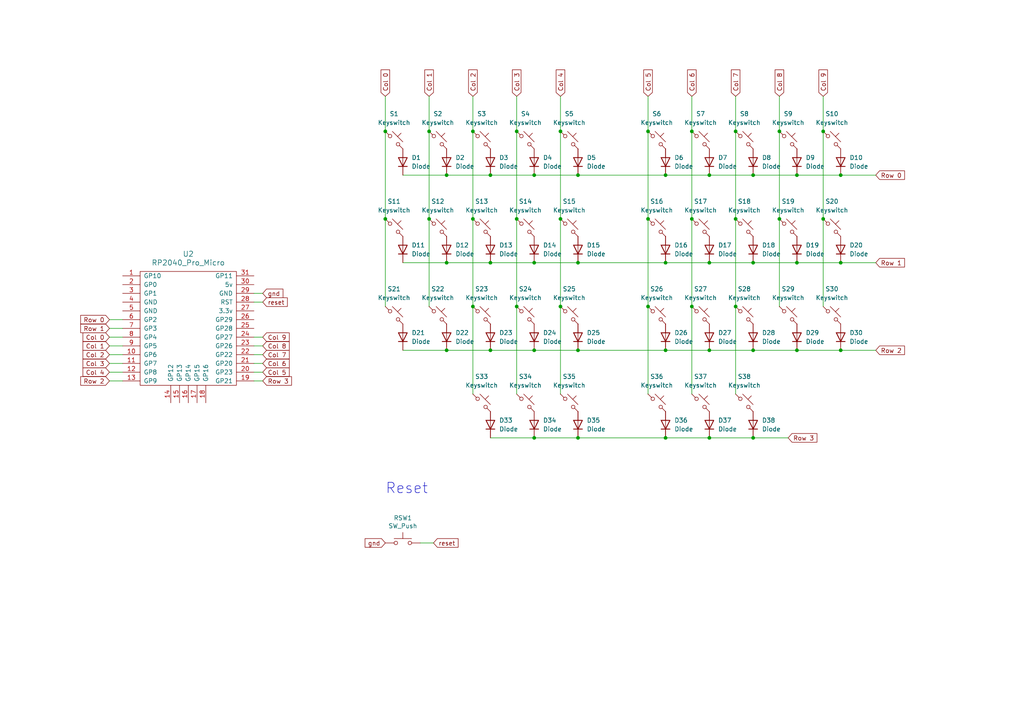
<source format=kicad_sch>
(kicad_sch
	(version 20231120)
	(generator "eeschema")
	(generator_version "8.0")
	(uuid "6e5775b0-ec90-4cae-9042-78437172a7ab")
	(paper "A4")
	(lib_symbols
		(symbol "ScottoKeebs:MCU_RP2040_Pro_Micro"
			(pin_names
				(offset 1.016)
			)
			(exclude_from_sim no)
			(in_bom yes)
			(on_board yes)
			(property "Reference" "U"
				(at 0 0 0)
				(effects
					(font
						(size 1.524 1.524)
					)
				)
			)
			(property "Value" "RP2040_Pro_Micro"
				(at 0 -27.686 0)
				(effects
					(font
						(size 1.524 1.524)
					)
				)
			)
			(property "Footprint" "ScottoKeebs_MCU:RP2040_Pro_Micro"
				(at 0 -31.496 0)
				(effects
					(font
						(size 1.524 1.524)
					)
					(hide yes)
				)
			)
			(property "Datasheet" ""
				(at 26.67 -63.5 90)
				(effects
					(font
						(size 1.524 1.524)
					)
					(hide yes)
				)
			)
			(property "Description" ""
				(at 0 0 0)
				(effects
					(font
						(size 1.27 1.27)
					)
					(hide yes)
				)
			)
			(symbol "MCU_RP2040_Pro_Micro_0_1"
				(rectangle
					(start -13.97 16.51)
					(end 13.97 -16.51)
					(stroke
						(width 0)
						(type solid)
					)
					(fill
						(type none)
					)
				)
			)
			(symbol "MCU_RP2040_Pro_Micro_1_1"
				(pin input line
					(at -19.05 15.24 0)
					(length 5.08)
					(name "GP10"
						(effects
							(font
								(size 1.27 1.27)
							)
						)
					)
					(number "1"
						(effects
							(font
								(size 1.27 1.27)
							)
						)
					)
				)
				(pin input line
					(at -19.05 -7.62 0)
					(length 5.08)
					(name "GP6"
						(effects
							(font
								(size 1.27 1.27)
							)
						)
					)
					(number "10"
						(effects
							(font
								(size 1.27 1.27)
							)
						)
					)
				)
				(pin input line
					(at -19.05 -10.16 0)
					(length 5.08)
					(name "GP7"
						(effects
							(font
								(size 1.27 1.27)
							)
						)
					)
					(number "11"
						(effects
							(font
								(size 1.27 1.27)
							)
						)
					)
				)
				(pin input line
					(at -19.05 -12.7 0)
					(length 5.08)
					(name "GP8"
						(effects
							(font
								(size 1.27 1.27)
							)
						)
					)
					(number "12"
						(effects
							(font
								(size 1.27 1.27)
							)
						)
					)
				)
				(pin input line
					(at -19.05 -15.24 0)
					(length 5.08)
					(name "GP9"
						(effects
							(font
								(size 1.27 1.27)
							)
						)
					)
					(number "13"
						(effects
							(font
								(size 1.27 1.27)
							)
						)
					)
				)
				(pin input line
					(at -5.08 -21.59 90)
					(length 5.08)
					(name "GP12"
						(effects
							(font
								(size 1.27 1.27)
							)
						)
					)
					(number "14"
						(effects
							(font
								(size 1.27 1.27)
							)
						)
					)
				)
				(pin input line
					(at -2.54 -21.59 90)
					(length 5.08)
					(name "GP13"
						(effects
							(font
								(size 1.27 1.27)
							)
						)
					)
					(number "15"
						(effects
							(font
								(size 1.27 1.27)
							)
						)
					)
				)
				(pin input line
					(at 0 -21.59 90)
					(length 5.08)
					(name "GP14"
						(effects
							(font
								(size 1.27 1.27)
							)
						)
					)
					(number "16"
						(effects
							(font
								(size 1.27 1.27)
							)
						)
					)
				)
				(pin input line
					(at 2.54 -21.59 90)
					(length 5.08)
					(name "GP15"
						(effects
							(font
								(size 1.27 1.27)
							)
						)
					)
					(number "17"
						(effects
							(font
								(size 1.27 1.27)
							)
						)
					)
				)
				(pin input line
					(at 5.08 -21.59 90)
					(length 5.08)
					(name "GP16"
						(effects
							(font
								(size 1.27 1.27)
							)
						)
					)
					(number "18"
						(effects
							(font
								(size 1.27 1.27)
							)
						)
					)
				)
				(pin input line
					(at 19.05 -15.24 180)
					(length 5.08)
					(name "GP21"
						(effects
							(font
								(size 1.27 1.27)
							)
						)
					)
					(number "19"
						(effects
							(font
								(size 1.27 1.27)
							)
						)
					)
				)
				(pin input line
					(at -19.05 12.7 0)
					(length 5.08)
					(name "GP0"
						(effects
							(font
								(size 1.27 1.27)
							)
						)
					)
					(number "2"
						(effects
							(font
								(size 1.27 1.27)
							)
						)
					)
				)
				(pin input line
					(at 19.05 -12.7 180)
					(length 5.08)
					(name "GP23"
						(effects
							(font
								(size 1.27 1.27)
							)
						)
					)
					(number "20"
						(effects
							(font
								(size 1.27 1.27)
							)
						)
					)
				)
				(pin input line
					(at 19.05 -10.16 180)
					(length 5.08)
					(name "GP20"
						(effects
							(font
								(size 1.27 1.27)
							)
						)
					)
					(number "21"
						(effects
							(font
								(size 1.27 1.27)
							)
						)
					)
				)
				(pin input line
					(at 19.05 -7.62 180)
					(length 5.08)
					(name "GP22"
						(effects
							(font
								(size 1.27 1.27)
							)
						)
					)
					(number "22"
						(effects
							(font
								(size 1.27 1.27)
							)
						)
					)
				)
				(pin input line
					(at 19.05 -5.08 180)
					(length 5.08)
					(name "GP26"
						(effects
							(font
								(size 1.27 1.27)
							)
						)
					)
					(number "23"
						(effects
							(font
								(size 1.27 1.27)
							)
						)
					)
				)
				(pin input line
					(at 19.05 -2.54 180)
					(length 5.08)
					(name "GP27"
						(effects
							(font
								(size 1.27 1.27)
							)
						)
					)
					(number "24"
						(effects
							(font
								(size 1.27 1.27)
							)
						)
					)
				)
				(pin input line
					(at 19.05 0 180)
					(length 5.08)
					(name "GP28"
						(effects
							(font
								(size 1.27 1.27)
							)
						)
					)
					(number "25"
						(effects
							(font
								(size 1.27 1.27)
							)
						)
					)
				)
				(pin input line
					(at 19.05 2.54 180)
					(length 5.08)
					(name "GP29"
						(effects
							(font
								(size 1.27 1.27)
							)
						)
					)
					(number "26"
						(effects
							(font
								(size 1.27 1.27)
							)
						)
					)
				)
				(pin input line
					(at 19.05 5.08 180)
					(length 5.08)
					(name "3.3v"
						(effects
							(font
								(size 1.27 1.27)
							)
						)
					)
					(number "27"
						(effects
							(font
								(size 1.27 1.27)
							)
						)
					)
				)
				(pin input line
					(at 19.05 7.62 180)
					(length 5.08)
					(name "RST"
						(effects
							(font
								(size 1.27 1.27)
							)
						)
					)
					(number "28"
						(effects
							(font
								(size 1.27 1.27)
							)
						)
					)
				)
				(pin input line
					(at 19.05 10.16 180)
					(length 5.08)
					(name "GND"
						(effects
							(font
								(size 1.27 1.27)
							)
						)
					)
					(number "29"
						(effects
							(font
								(size 1.27 1.27)
							)
						)
					)
				)
				(pin input line
					(at -19.05 10.16 0)
					(length 5.08)
					(name "GP1"
						(effects
							(font
								(size 1.27 1.27)
							)
						)
					)
					(number "3"
						(effects
							(font
								(size 1.27 1.27)
							)
						)
					)
				)
				(pin input line
					(at 19.05 12.7 180)
					(length 5.08)
					(name "5v"
						(effects
							(font
								(size 1.27 1.27)
							)
						)
					)
					(number "30"
						(effects
							(font
								(size 1.27 1.27)
							)
						)
					)
				)
				(pin input line
					(at 19.05 15.24 180)
					(length 5.08)
					(name "GP11"
						(effects
							(font
								(size 1.27 1.27)
							)
						)
					)
					(number "31"
						(effects
							(font
								(size 1.27 1.27)
							)
						)
					)
				)
				(pin input line
					(at -19.05 7.62 0)
					(length 5.08)
					(name "GND"
						(effects
							(font
								(size 1.27 1.27)
							)
						)
					)
					(number "4"
						(effects
							(font
								(size 1.27 1.27)
							)
						)
					)
				)
				(pin input line
					(at -19.05 5.08 0)
					(length 5.08)
					(name "GND"
						(effects
							(font
								(size 1.27 1.27)
							)
						)
					)
					(number "5"
						(effects
							(font
								(size 1.27 1.27)
							)
						)
					)
				)
				(pin input line
					(at -19.05 2.54 0)
					(length 5.08)
					(name "GP2"
						(effects
							(font
								(size 1.27 1.27)
							)
						)
					)
					(number "6"
						(effects
							(font
								(size 1.27 1.27)
							)
						)
					)
				)
				(pin input line
					(at -19.05 0 0)
					(length 5.08)
					(name "GP3"
						(effects
							(font
								(size 1.27 1.27)
							)
						)
					)
					(number "7"
						(effects
							(font
								(size 1.27 1.27)
							)
						)
					)
				)
				(pin input line
					(at -19.05 -2.54 0)
					(length 5.08)
					(name "GP4"
						(effects
							(font
								(size 1.27 1.27)
							)
						)
					)
					(number "8"
						(effects
							(font
								(size 1.27 1.27)
							)
						)
					)
				)
				(pin input line
					(at -19.05 -5.08 0)
					(length 5.08)
					(name "GP5"
						(effects
							(font
								(size 1.27 1.27)
							)
						)
					)
					(number "9"
						(effects
							(font
								(size 1.27 1.27)
							)
						)
					)
				)
			)
		)
		(symbol "ScottoKeebs:Placeholder_Diode"
			(pin_numbers hide)
			(pin_names hide)
			(exclude_from_sim no)
			(in_bom yes)
			(on_board yes)
			(property "Reference" "D"
				(at 0 2.54 0)
				(effects
					(font
						(size 1.27 1.27)
					)
				)
			)
			(property "Value" "Diode"
				(at 0 -2.54 0)
				(effects
					(font
						(size 1.27 1.27)
					)
				)
			)
			(property "Footprint" ""
				(at 0 0 0)
				(effects
					(font
						(size 1.27 1.27)
					)
					(hide yes)
				)
			)
			(property "Datasheet" ""
				(at 0 0 0)
				(effects
					(font
						(size 1.27 1.27)
					)
					(hide yes)
				)
			)
			(property "Description" "1N4148 (DO-35) or 1N4148W (SOD-123)"
				(at 0 0 0)
				(effects
					(font
						(size 1.27 1.27)
					)
					(hide yes)
				)
			)
			(property "Sim.Device" "D"
				(at 0 0 0)
				(effects
					(font
						(size 1.27 1.27)
					)
					(hide yes)
				)
			)
			(property "Sim.Pins" "1=K 2=A"
				(at 0 0 0)
				(effects
					(font
						(size 1.27 1.27)
					)
					(hide yes)
				)
			)
			(property "ki_keywords" "diode"
				(at 0 0 0)
				(effects
					(font
						(size 1.27 1.27)
					)
					(hide yes)
				)
			)
			(property "ki_fp_filters" "D*DO?35*"
				(at 0 0 0)
				(effects
					(font
						(size 1.27 1.27)
					)
					(hide yes)
				)
			)
			(symbol "Placeholder_Diode_0_1"
				(polyline
					(pts
						(xy -1.27 1.27) (xy -1.27 -1.27)
					)
					(stroke
						(width 0.254)
						(type default)
					)
					(fill
						(type none)
					)
				)
				(polyline
					(pts
						(xy 1.27 0) (xy -1.27 0)
					)
					(stroke
						(width 0)
						(type default)
					)
					(fill
						(type none)
					)
				)
				(polyline
					(pts
						(xy 1.27 1.27) (xy 1.27 -1.27) (xy -1.27 0) (xy 1.27 1.27)
					)
					(stroke
						(width 0.254)
						(type default)
					)
					(fill
						(type none)
					)
				)
			)
			(symbol "Placeholder_Diode_1_1"
				(pin passive line
					(at -3.81 0 0)
					(length 2.54)
					(name "K"
						(effects
							(font
								(size 1.27 1.27)
							)
						)
					)
					(number "1"
						(effects
							(font
								(size 1.27 1.27)
							)
						)
					)
				)
				(pin passive line
					(at 3.81 0 180)
					(length 2.54)
					(name "A"
						(effects
							(font
								(size 1.27 1.27)
							)
						)
					)
					(number "2"
						(effects
							(font
								(size 1.27 1.27)
							)
						)
					)
				)
			)
		)
		(symbol "ScottoKeebs:Placeholder_Keyswitch"
			(pin_numbers hide)
			(pin_names
				(offset 1.016) hide)
			(exclude_from_sim no)
			(in_bom yes)
			(on_board yes)
			(property "Reference" "S"
				(at 3.048 1.016 0)
				(effects
					(font
						(size 1.27 1.27)
					)
					(justify left)
				)
			)
			(property "Value" "Keyswitch"
				(at 0 -3.81 0)
				(effects
					(font
						(size 1.27 1.27)
					)
				)
			)
			(property "Footprint" ""
				(at 0 0 0)
				(effects
					(font
						(size 1.27 1.27)
					)
					(hide yes)
				)
			)
			(property "Datasheet" "~"
				(at 0 0 0)
				(effects
					(font
						(size 1.27 1.27)
					)
					(hide yes)
				)
			)
			(property "Description" "Push button switch, normally open, two pins, 45° tilted"
				(at 0 0 0)
				(effects
					(font
						(size 1.27 1.27)
					)
					(hide yes)
				)
			)
			(property "ki_keywords" "switch normally-open pushbutton push-button"
				(at 0 0 0)
				(effects
					(font
						(size 1.27 1.27)
					)
					(hide yes)
				)
			)
			(symbol "Placeholder_Keyswitch_0_1"
				(circle
					(center -1.1684 1.1684)
					(radius 0.508)
					(stroke
						(width 0)
						(type default)
					)
					(fill
						(type none)
					)
				)
				(polyline
					(pts
						(xy -0.508 2.54) (xy 2.54 -0.508)
					)
					(stroke
						(width 0)
						(type default)
					)
					(fill
						(type none)
					)
				)
				(polyline
					(pts
						(xy 1.016 1.016) (xy 2.032 2.032)
					)
					(stroke
						(width 0)
						(type default)
					)
					(fill
						(type none)
					)
				)
				(polyline
					(pts
						(xy -2.54 2.54) (xy -1.524 1.524) (xy -1.524 1.524)
					)
					(stroke
						(width 0)
						(type default)
					)
					(fill
						(type none)
					)
				)
				(polyline
					(pts
						(xy 1.524 -1.524) (xy 2.54 -2.54) (xy 2.54 -2.54) (xy 2.54 -2.54)
					)
					(stroke
						(width 0)
						(type default)
					)
					(fill
						(type none)
					)
				)
				(circle
					(center 1.143 -1.1938)
					(radius 0.508)
					(stroke
						(width 0)
						(type default)
					)
					(fill
						(type none)
					)
				)
				(pin passive line
					(at -2.54 2.54 0)
					(length 0)
					(name "1"
						(effects
							(font
								(size 1.27 1.27)
							)
						)
					)
					(number "1"
						(effects
							(font
								(size 1.27 1.27)
							)
						)
					)
				)
				(pin passive line
					(at 2.54 -2.54 180)
					(length 0)
					(name "2"
						(effects
							(font
								(size 1.27 1.27)
							)
						)
					)
					(number "2"
						(effects
							(font
								(size 1.27 1.27)
							)
						)
					)
				)
			)
		)
		(symbol "Switch:SW_Push"
			(pin_numbers hide)
			(pin_names
				(offset 1.016) hide)
			(exclude_from_sim no)
			(in_bom yes)
			(on_board yes)
			(property "Reference" "SW"
				(at 1.27 2.54 0)
				(effects
					(font
						(size 1.27 1.27)
					)
					(justify left)
				)
			)
			(property "Value" "SW_Push"
				(at 0 -1.524 0)
				(effects
					(font
						(size 1.27 1.27)
					)
				)
			)
			(property "Footprint" ""
				(at 0 5.08 0)
				(effects
					(font
						(size 1.27 1.27)
					)
					(hide yes)
				)
			)
			(property "Datasheet" "~"
				(at 0 5.08 0)
				(effects
					(font
						(size 1.27 1.27)
					)
					(hide yes)
				)
			)
			(property "Description" "Push button switch, generic, two pins"
				(at 0 0 0)
				(effects
					(font
						(size 1.27 1.27)
					)
					(hide yes)
				)
			)
			(property "ki_keywords" "switch normally-open pushbutton push-button"
				(at 0 0 0)
				(effects
					(font
						(size 1.27 1.27)
					)
					(hide yes)
				)
			)
			(symbol "SW_Push_0_1"
				(circle
					(center -2.032 0)
					(radius 0.508)
					(stroke
						(width 0)
						(type default)
					)
					(fill
						(type none)
					)
				)
				(polyline
					(pts
						(xy 0 1.27) (xy 0 3.048)
					)
					(stroke
						(width 0)
						(type default)
					)
					(fill
						(type none)
					)
				)
				(polyline
					(pts
						(xy 2.54 1.27) (xy -2.54 1.27)
					)
					(stroke
						(width 0)
						(type default)
					)
					(fill
						(type none)
					)
				)
				(circle
					(center 2.032 0)
					(radius 0.508)
					(stroke
						(width 0)
						(type default)
					)
					(fill
						(type none)
					)
				)
				(pin passive line
					(at -5.08 0 0)
					(length 2.54)
					(name "1"
						(effects
							(font
								(size 1.27 1.27)
							)
						)
					)
					(number "1"
						(effects
							(font
								(size 1.27 1.27)
							)
						)
					)
				)
				(pin passive line
					(at 5.08 0 180)
					(length 2.54)
					(name "2"
						(effects
							(font
								(size 1.27 1.27)
							)
						)
					)
					(number "2"
						(effects
							(font
								(size 1.27 1.27)
							)
						)
					)
				)
			)
		)
	)
	(junction
		(at 167.64 101.6)
		(diameter 0)
		(color 0 0 0 0)
		(uuid "0193f207-37d0-445a-a158-7bfb8c848a02")
	)
	(junction
		(at 149.86 88.9)
		(diameter 0)
		(color 0 0 0 0)
		(uuid "082845a2-df4e-4824-a78f-31264d02804f")
	)
	(junction
		(at 213.36 88.9)
		(diameter 0)
		(color 0 0 0 0)
		(uuid "12abbf9f-71c4-4de1-b6b1-36bb56dd3be1")
	)
	(junction
		(at 154.94 76.2)
		(diameter 0)
		(color 0 0 0 0)
		(uuid "1357cbbf-25b2-4fae-a4bd-167da44efbf7")
	)
	(junction
		(at 187.96 88.9)
		(diameter 0)
		(color 0 0 0 0)
		(uuid "14ea77df-1a12-4b49-ac1e-4e74b139a818")
	)
	(junction
		(at 213.36 38.1)
		(diameter 0)
		(color 0 0 0 0)
		(uuid "1739716f-675c-472d-bccb-15c81dbeaf98")
	)
	(junction
		(at 226.06 38.1)
		(diameter 0)
		(color 0 0 0 0)
		(uuid "17e14f06-2331-41b1-92fc-4c282a160870")
	)
	(junction
		(at 149.86 38.1)
		(diameter 0)
		(color 0 0 0 0)
		(uuid "1e43919c-cb7d-4f0a-a033-3608f9f1a559")
	)
	(junction
		(at 231.14 76.2)
		(diameter 0)
		(color 0 0 0 0)
		(uuid "20b4cd23-50a9-42e6-bb96-f35da893fb13")
	)
	(junction
		(at 205.74 76.2)
		(diameter 0)
		(color 0 0 0 0)
		(uuid "259c634a-3669-4f24-b611-bb3727055f0b")
	)
	(junction
		(at 193.04 76.2)
		(diameter 0)
		(color 0 0 0 0)
		(uuid "267112bb-1d3e-4642-bcfc-dd46ee25e7e9")
	)
	(junction
		(at 218.44 127)
		(diameter 0)
		(color 0 0 0 0)
		(uuid "2937e63b-b988-4db8-8a7d-481a731f381b")
	)
	(junction
		(at 218.44 76.2)
		(diameter 0)
		(color 0 0 0 0)
		(uuid "2c4f05fb-38c2-44c1-a89e-cf6245d3f081")
	)
	(junction
		(at 124.46 63.5)
		(diameter 0)
		(color 0 0 0 0)
		(uuid "2e4b442e-440a-448c-830a-c2e9d633be10")
	)
	(junction
		(at 200.66 38.1)
		(diameter 0)
		(color 0 0 0 0)
		(uuid "31fdacfb-5b6f-4813-aacf-36c18d27c809")
	)
	(junction
		(at 149.86 63.5)
		(diameter 0)
		(color 0 0 0 0)
		(uuid "35386457-6b33-4361-8508-2d72c7aeb65d")
	)
	(junction
		(at 142.24 50.8)
		(diameter 0)
		(color 0 0 0 0)
		(uuid "36023d6f-b7b2-4d17-8523-6f4e3b902e5e")
	)
	(junction
		(at 162.56 38.1)
		(diameter 0)
		(color 0 0 0 0)
		(uuid "4753e492-5b9a-420f-b4f1-93062ff28075")
	)
	(junction
		(at 154.94 101.6)
		(diameter 0)
		(color 0 0 0 0)
		(uuid "478e72c6-c555-42b3-835e-09c9f5839c00")
	)
	(junction
		(at 154.94 50.8)
		(diameter 0)
		(color 0 0 0 0)
		(uuid "481bf9a8-4070-4c2e-b11e-20ae08f6d86f")
	)
	(junction
		(at 218.44 101.6)
		(diameter 0)
		(color 0 0 0 0)
		(uuid "48516c3a-aa69-44ee-8f54-a5c9472c2bbe")
	)
	(junction
		(at 205.74 50.8)
		(diameter 0)
		(color 0 0 0 0)
		(uuid "4a680de8-71c3-4dbf-a0fa-11125c45b715")
	)
	(junction
		(at 111.76 63.5)
		(diameter 0)
		(color 0 0 0 0)
		(uuid "4cb2890f-8b4d-4345-8d0b-2b1e45a175f5")
	)
	(junction
		(at 187.96 38.1)
		(diameter 0)
		(color 0 0 0 0)
		(uuid "5e1f7c0c-10a0-47c0-aee2-b67a8810cfb3")
	)
	(junction
		(at 142.24 101.6)
		(diameter 0)
		(color 0 0 0 0)
		(uuid "609333c4-4db3-4ff3-829c-ec99e4b1e854")
	)
	(junction
		(at 243.84 101.6)
		(diameter 0)
		(color 0 0 0 0)
		(uuid "6828692d-4394-4d00-81f6-c70a6262477b")
	)
	(junction
		(at 205.74 101.6)
		(diameter 0)
		(color 0 0 0 0)
		(uuid "6f8cb2be-395c-4b27-8ecb-8f4454d33300")
	)
	(junction
		(at 205.74 127)
		(diameter 0)
		(color 0 0 0 0)
		(uuid "6fabb0a5-d885-4331-998e-67f0118690c5")
	)
	(junction
		(at 142.24 76.2)
		(diameter 0)
		(color 0 0 0 0)
		(uuid "726e6e0f-4506-4401-a897-d8dadc4b0bc7")
	)
	(junction
		(at 193.04 50.8)
		(diameter 0)
		(color 0 0 0 0)
		(uuid "72e27a11-6e35-4a18-a302-179987b457b1")
	)
	(junction
		(at 129.54 76.2)
		(diameter 0)
		(color 0 0 0 0)
		(uuid "818e778f-5fb9-4ae1-b0a6-b8db75a7d17c")
	)
	(junction
		(at 162.56 88.9)
		(diameter 0)
		(color 0 0 0 0)
		(uuid "87cdfe83-d13e-43a3-b6d4-d184248669eb")
	)
	(junction
		(at 167.64 50.8)
		(diameter 0)
		(color 0 0 0 0)
		(uuid "895fbe58-a289-4f86-9cd7-814f7f31d3de")
	)
	(junction
		(at 129.54 50.8)
		(diameter 0)
		(color 0 0 0 0)
		(uuid "8983bc5e-4b79-4e8c-ab89-a15b8664088f")
	)
	(junction
		(at 187.96 63.5)
		(diameter 0)
		(color 0 0 0 0)
		(uuid "98a44cf3-e332-4734-83cc-43001e0a2a38")
	)
	(junction
		(at 167.64 76.2)
		(diameter 0)
		(color 0 0 0 0)
		(uuid "9ad11b08-5677-4001-8d18-1f60e9708049")
	)
	(junction
		(at 154.94 127)
		(diameter 0)
		(color 0 0 0 0)
		(uuid "9f0bb3f6-a138-40b4-af64-d21680db8c36")
	)
	(junction
		(at 111.76 38.1)
		(diameter 0)
		(color 0 0 0 0)
		(uuid "a2fd4ff2-95f4-47a7-9eba-b10c4e70241a")
	)
	(junction
		(at 238.76 38.1)
		(diameter 0)
		(color 0 0 0 0)
		(uuid "a33c1ad6-bebd-4b74-8f90-e8d92d18a9a6")
	)
	(junction
		(at 213.36 63.5)
		(diameter 0)
		(color 0 0 0 0)
		(uuid "b099fcbd-725b-4ce9-b929-aa33dcaaa614")
	)
	(junction
		(at 231.14 101.6)
		(diameter 0)
		(color 0 0 0 0)
		(uuid "b135abff-32e4-4c66-9b7d-d94de85049b7")
	)
	(junction
		(at 167.64 127)
		(diameter 0)
		(color 0 0 0 0)
		(uuid "b3a67cf2-8e6b-48da-8100-b22ea8cd87cc")
	)
	(junction
		(at 243.84 50.8)
		(diameter 0)
		(color 0 0 0 0)
		(uuid "b6e2b5bc-ee08-4ba6-bfde-6b6db1f68aaf")
	)
	(junction
		(at 137.16 88.9)
		(diameter 0)
		(color 0 0 0 0)
		(uuid "c2570e8a-a087-40ac-8144-bec445e6ec88")
	)
	(junction
		(at 243.84 76.2)
		(diameter 0)
		(color 0 0 0 0)
		(uuid "c2d26b14-6923-4904-97a8-e41f94b086d5")
	)
	(junction
		(at 218.44 50.8)
		(diameter 0)
		(color 0 0 0 0)
		(uuid "c80969f1-6473-486b-af9a-523e183d50f2")
	)
	(junction
		(at 124.46 38.1)
		(diameter 0)
		(color 0 0 0 0)
		(uuid "cd2a517b-bc19-4975-9a5c-c509d68dcba7")
	)
	(junction
		(at 226.06 63.5)
		(diameter 0)
		(color 0 0 0 0)
		(uuid "cddddb02-5d7c-4147-b423-ca6a1e9815ad")
	)
	(junction
		(at 193.04 101.6)
		(diameter 0)
		(color 0 0 0 0)
		(uuid "ce5ab432-621c-44b4-a0d2-b9417be48eb0")
	)
	(junction
		(at 238.76 63.5)
		(diameter 0)
		(color 0 0 0 0)
		(uuid "d25cd422-6751-4957-b56a-d29bfb3b7393")
	)
	(junction
		(at 200.66 63.5)
		(diameter 0)
		(color 0 0 0 0)
		(uuid "e137a2a6-b8b3-4aae-976c-bfb8c1d19681")
	)
	(junction
		(at 162.56 63.5)
		(diameter 0)
		(color 0 0 0 0)
		(uuid "e6e12f76-e887-4056-a4b8-c75d1033dd36")
	)
	(junction
		(at 129.54 101.6)
		(diameter 0)
		(color 0 0 0 0)
		(uuid "e7578758-aaaf-418c-8e2a-05ac1d4f53fd")
	)
	(junction
		(at 193.04 127)
		(diameter 0)
		(color 0 0 0 0)
		(uuid "f3be9c24-f65b-4ade-97c8-7b8946f060a6")
	)
	(junction
		(at 137.16 38.1)
		(diameter 0)
		(color 0 0 0 0)
		(uuid "f7e7fbf6-fe8d-47c8-81df-82045821c1b7")
	)
	(junction
		(at 231.14 50.8)
		(diameter 0)
		(color 0 0 0 0)
		(uuid "f941e36a-51aa-411d-ba6c-9ab60d3daaf0")
	)
	(junction
		(at 137.16 63.5)
		(diameter 0)
		(color 0 0 0 0)
		(uuid "fcdf9583-e46a-4987-977d-cc92f688b2e6")
	)
	(junction
		(at 200.66 88.9)
		(diameter 0)
		(color 0 0 0 0)
		(uuid "fcf640ee-1f9a-4c91-996c-59e916f7728c")
	)
	(wire
		(pts
			(xy 187.96 38.1) (xy 187.96 63.5)
		)
		(stroke
			(width 0)
			(type default)
		)
		(uuid "0055be19-848f-48ab-a37b-5897509404a7")
	)
	(wire
		(pts
			(xy 167.64 76.2) (xy 193.04 76.2)
		)
		(stroke
			(width 0)
			(type default)
		)
		(uuid "02a153d9-6546-4c80-9457-e2f5fd9bb4ef")
	)
	(wire
		(pts
			(xy 205.74 101.6) (xy 218.44 101.6)
		)
		(stroke
			(width 0)
			(type default)
		)
		(uuid "04f7f77f-e927-466e-8683-88d987145ed0")
	)
	(wire
		(pts
			(xy 76.2 110.49) (xy 73.66 110.49)
		)
		(stroke
			(width 0)
			(type default)
		)
		(uuid "05de0c5c-0c10-4eb7-812a-52f29ff84462")
	)
	(wire
		(pts
			(xy 200.66 38.1) (xy 200.66 63.5)
		)
		(stroke
			(width 0)
			(type default)
		)
		(uuid "07a039f8-1891-47e5-a240-9f74eb44b5aa")
	)
	(wire
		(pts
			(xy 187.96 63.5) (xy 187.96 88.9)
		)
		(stroke
			(width 0)
			(type default)
		)
		(uuid "0cbd6250-48ba-4125-8211-aa6df943ca54")
	)
	(wire
		(pts
			(xy 129.54 101.6) (xy 142.24 101.6)
		)
		(stroke
			(width 0)
			(type default)
		)
		(uuid "12771176-4b24-43d2-bab8-4438b47fb130")
	)
	(wire
		(pts
			(xy 162.56 63.5) (xy 162.56 88.9)
		)
		(stroke
			(width 0)
			(type default)
		)
		(uuid "1607f105-c183-4c27-934c-40dad9d887b3")
	)
	(wire
		(pts
			(xy 31.75 110.49) (xy 35.56 110.49)
		)
		(stroke
			(width 0)
			(type default)
		)
		(uuid "19ce5d0b-3be5-4504-ac66-11510f25c1f6")
	)
	(wire
		(pts
			(xy 154.94 76.2) (xy 167.64 76.2)
		)
		(stroke
			(width 0)
			(type default)
		)
		(uuid "1cda5196-ad98-4c69-ac0e-942439b8b795")
	)
	(wire
		(pts
			(xy 31.75 92.71) (xy 35.56 92.71)
		)
		(stroke
			(width 0)
			(type default)
		)
		(uuid "2162b10f-043f-4a0d-a9c3-ff64d5a0a986")
	)
	(wire
		(pts
			(xy 121.92 157.48) (xy 125.73 157.48)
		)
		(stroke
			(width 0)
			(type default)
		)
		(uuid "227c89b0-a858-47b9-a633-8cb1156d27ce")
	)
	(wire
		(pts
			(xy 137.16 38.1) (xy 137.16 63.5)
		)
		(stroke
			(width 0)
			(type default)
		)
		(uuid "242aa072-0c42-4be9-9b55-8291a6a75586")
	)
	(wire
		(pts
			(xy 226.06 38.1) (xy 226.06 63.5)
		)
		(stroke
			(width 0)
			(type default)
		)
		(uuid "2481b8e9-d15c-4d99-a6a8-7230364bad14")
	)
	(wire
		(pts
			(xy 213.36 88.9) (xy 213.36 114.3)
		)
		(stroke
			(width 0)
			(type default)
		)
		(uuid "252809fc-577f-4351-9a90-451bb1083ed2")
	)
	(wire
		(pts
			(xy 231.14 50.8) (xy 243.84 50.8)
		)
		(stroke
			(width 0)
			(type default)
		)
		(uuid "27a8418c-a935-4c7d-ab07-95ec7ed297af")
	)
	(wire
		(pts
			(xy 149.86 88.9) (xy 149.86 114.3)
		)
		(stroke
			(width 0)
			(type default)
		)
		(uuid "27eba05c-f4b3-40f3-968d-b98d754eca13")
	)
	(wire
		(pts
			(xy 31.75 95.25) (xy 35.56 95.25)
		)
		(stroke
			(width 0)
			(type default)
		)
		(uuid "286f4be5-5841-4b88-b615-a1de882a5a62")
	)
	(wire
		(pts
			(xy 149.86 63.5) (xy 149.86 88.9)
		)
		(stroke
			(width 0)
			(type default)
		)
		(uuid "2cf94b72-789e-462f-8790-45a6e9a4fe29")
	)
	(wire
		(pts
			(xy 129.54 76.2) (xy 142.24 76.2)
		)
		(stroke
			(width 0)
			(type default)
		)
		(uuid "34a82487-c20e-425f-8cd5-46fcb20d08d0")
	)
	(wire
		(pts
			(xy 167.64 50.8) (xy 193.04 50.8)
		)
		(stroke
			(width 0)
			(type default)
		)
		(uuid "3576e80f-74ea-4f3f-86ca-5e22316ca28d")
	)
	(wire
		(pts
			(xy 116.84 50.8) (xy 129.54 50.8)
		)
		(stroke
			(width 0)
			(type default)
		)
		(uuid "367327c7-11c2-4a89-8880-d52cc4caa1ad")
	)
	(wire
		(pts
			(xy 137.16 63.5) (xy 137.16 88.9)
		)
		(stroke
			(width 0)
			(type default)
		)
		(uuid "3b0f683f-30f5-4da8-b3d7-1687cbd03467")
	)
	(wire
		(pts
			(xy 213.36 38.1) (xy 213.36 63.5)
		)
		(stroke
			(width 0)
			(type default)
		)
		(uuid "3c8d2135-a7ee-4eea-b997-572cf47a8d95")
	)
	(wire
		(pts
			(xy 213.36 27.94) (xy 213.36 38.1)
		)
		(stroke
			(width 0)
			(type default)
		)
		(uuid "3d452200-5446-4c1e-9ac4-d5a52040947d")
	)
	(wire
		(pts
			(xy 116.84 101.6) (xy 129.54 101.6)
		)
		(stroke
			(width 0)
			(type default)
		)
		(uuid "3e54b6ca-8b0b-4296-a8cf-36277455a359")
	)
	(wire
		(pts
			(xy 205.74 127) (xy 218.44 127)
		)
		(stroke
			(width 0)
			(type default)
		)
		(uuid "3e76abb3-9807-4171-b744-ffa9c32201b1")
	)
	(wire
		(pts
			(xy 200.66 27.94) (xy 200.66 38.1)
		)
		(stroke
			(width 0)
			(type default)
		)
		(uuid "45b04b78-0f3e-4564-b28a-20ff5a0c3c09")
	)
	(wire
		(pts
			(xy 31.75 107.95) (xy 35.56 107.95)
		)
		(stroke
			(width 0)
			(type default)
		)
		(uuid "4638e354-6791-4a3d-a02a-e3f66e1b6da6")
	)
	(wire
		(pts
			(xy 238.76 27.94) (xy 238.76 38.1)
		)
		(stroke
			(width 0)
			(type default)
		)
		(uuid "4e818549-7f0c-4e4b-b1f0-8b3bc4c6e515")
	)
	(wire
		(pts
			(xy 76.2 87.63) (xy 73.66 87.63)
		)
		(stroke
			(width 0)
			(type default)
		)
		(uuid "59cc9170-45d5-4f30-96b5-61f9fe719036")
	)
	(wire
		(pts
			(xy 243.84 50.8) (xy 254 50.8)
		)
		(stroke
			(width 0)
			(type default)
		)
		(uuid "5b169c37-b365-4564-9be6-f1658aa12b28")
	)
	(wire
		(pts
			(xy 111.76 27.94) (xy 111.76 38.1)
		)
		(stroke
			(width 0)
			(type default)
		)
		(uuid "5fcec5b5-aa5e-4b96-962e-bb1d97c05d0c")
	)
	(wire
		(pts
			(xy 162.56 27.94) (xy 162.56 38.1)
		)
		(stroke
			(width 0)
			(type default)
		)
		(uuid "681dc68e-c4a4-4358-8e54-3fa09dc2e6c7")
	)
	(wire
		(pts
			(xy 231.14 76.2) (xy 243.84 76.2)
		)
		(stroke
			(width 0)
			(type default)
		)
		(uuid "69b2d1ec-dc3f-4794-af4d-27e966b9d3d5")
	)
	(wire
		(pts
			(xy 162.56 88.9) (xy 162.56 114.3)
		)
		(stroke
			(width 0)
			(type default)
		)
		(uuid "6cd4572a-0f6a-473e-b9b3-21a63f6e19bd")
	)
	(wire
		(pts
			(xy 193.04 76.2) (xy 205.74 76.2)
		)
		(stroke
			(width 0)
			(type default)
		)
		(uuid "7014e40b-89b8-49d0-96e0-772985f167e3")
	)
	(wire
		(pts
			(xy 76.2 97.79) (xy 73.66 97.79)
		)
		(stroke
			(width 0)
			(type default)
		)
		(uuid "717ff1dc-1354-47b9-a37b-e5d9fe36373c")
	)
	(wire
		(pts
			(xy 205.74 76.2) (xy 218.44 76.2)
		)
		(stroke
			(width 0)
			(type default)
		)
		(uuid "766f7246-26a0-460e-9abe-bb68cdb1ba08")
	)
	(wire
		(pts
			(xy 218.44 101.6) (xy 231.14 101.6)
		)
		(stroke
			(width 0)
			(type default)
		)
		(uuid "7dea3b35-7277-47f4-a65c-2dac816b64bd")
	)
	(wire
		(pts
			(xy 167.64 101.6) (xy 193.04 101.6)
		)
		(stroke
			(width 0)
			(type default)
		)
		(uuid "7df449b5-f0ef-45f6-8119-ebf5fff6ebf2")
	)
	(wire
		(pts
			(xy 226.06 27.94) (xy 226.06 38.1)
		)
		(stroke
			(width 0)
			(type default)
		)
		(uuid "81a0bf4e-f9f5-4179-bde8-8316f23ac9e8")
	)
	(wire
		(pts
			(xy 142.24 127) (xy 154.94 127)
		)
		(stroke
			(width 0)
			(type default)
		)
		(uuid "833aaa0b-3e69-4907-b5cc-704b6af22d32")
	)
	(wire
		(pts
			(xy 149.86 38.1) (xy 149.86 63.5)
		)
		(stroke
			(width 0)
			(type default)
		)
		(uuid "86fe52de-bc70-4a4a-a780-4a7c50078422")
	)
	(wire
		(pts
			(xy 116.84 76.2) (xy 129.54 76.2)
		)
		(stroke
			(width 0)
			(type default)
		)
		(uuid "88f34b7c-b615-48db-a2ae-d7988051992a")
	)
	(wire
		(pts
			(xy 142.24 76.2) (xy 154.94 76.2)
		)
		(stroke
			(width 0)
			(type default)
		)
		(uuid "8b110703-8269-4d13-a390-65aa3b46adf5")
	)
	(wire
		(pts
			(xy 243.84 76.2) (xy 254 76.2)
		)
		(stroke
			(width 0)
			(type default)
		)
		(uuid "907f06b7-90e8-4c99-a3c7-0ccd7e66d43f")
	)
	(wire
		(pts
			(xy 162.56 38.1) (xy 162.56 63.5)
		)
		(stroke
			(width 0)
			(type default)
		)
		(uuid "90862c2c-64ab-4bc5-9f4a-eac9bc7a7d51")
	)
	(wire
		(pts
			(xy 154.94 101.6) (xy 167.64 101.6)
		)
		(stroke
			(width 0)
			(type default)
		)
		(uuid "9b12a4f9-d3b2-4cbc-9f74-0b449b9d2928")
	)
	(wire
		(pts
			(xy 213.36 63.5) (xy 213.36 88.9)
		)
		(stroke
			(width 0)
			(type default)
		)
		(uuid "9b6d2efd-a4e8-48a8-ace0-710da379036f")
	)
	(wire
		(pts
			(xy 76.2 102.87) (xy 73.66 102.87)
		)
		(stroke
			(width 0)
			(type default)
		)
		(uuid "9be30061-1dcb-4b80-b51c-9852f50a8470")
	)
	(wire
		(pts
			(xy 238.76 38.1) (xy 238.76 63.5)
		)
		(stroke
			(width 0)
			(type default)
		)
		(uuid "9d853d07-032a-4a5e-b077-1a6982787fa5")
	)
	(wire
		(pts
			(xy 137.16 88.9) (xy 137.16 114.3)
		)
		(stroke
			(width 0)
			(type default)
		)
		(uuid "9ff2cc06-3f3a-4d0f-86a6-69ccaa45e233")
	)
	(wire
		(pts
			(xy 31.75 97.79) (xy 35.56 97.79)
		)
		(stroke
			(width 0)
			(type default)
		)
		(uuid "a01b9771-3fd3-48c2-aaa6-f1179bd13bdb")
	)
	(wire
		(pts
			(xy 218.44 50.8) (xy 231.14 50.8)
		)
		(stroke
			(width 0)
			(type default)
		)
		(uuid "a1eb61e2-de22-4b55-a010-c2de6b8eacea")
	)
	(wire
		(pts
			(xy 200.66 88.9) (xy 200.66 114.3)
		)
		(stroke
			(width 0)
			(type default)
		)
		(uuid "a2147bbf-465d-45b9-9076-2d76855f9e5c")
	)
	(wire
		(pts
			(xy 167.64 127) (xy 193.04 127)
		)
		(stroke
			(width 0)
			(type default)
		)
		(uuid "a36b8059-a1d2-465e-aa3f-fb2a9345bef6")
	)
	(wire
		(pts
			(xy 142.24 101.6) (xy 154.94 101.6)
		)
		(stroke
			(width 0)
			(type default)
		)
		(uuid "a3ce14b2-c7a7-420b-87ac-bb8f4b889b52")
	)
	(wire
		(pts
			(xy 31.75 105.41) (xy 35.56 105.41)
		)
		(stroke
			(width 0)
			(type default)
		)
		(uuid "a8bfa2fb-e4a6-4a82-90ca-32d1ab55b5e0")
	)
	(wire
		(pts
			(xy 76.2 105.41) (xy 73.66 105.41)
		)
		(stroke
			(width 0)
			(type default)
		)
		(uuid "ab512882-88c8-4498-b04b-a4bff5c0fbc2")
	)
	(wire
		(pts
			(xy 228.6 127) (xy 218.44 127)
		)
		(stroke
			(width 0)
			(type default)
		)
		(uuid "b06ab203-73cc-41ef-a4d5-8f0397611f14")
	)
	(wire
		(pts
			(xy 76.2 100.33) (xy 73.66 100.33)
		)
		(stroke
			(width 0)
			(type default)
		)
		(uuid "b0f2ba13-a7cb-4beb-be73-8bb7fa8eafde")
	)
	(wire
		(pts
			(xy 187.96 27.94) (xy 187.96 38.1)
		)
		(stroke
			(width 0)
			(type default)
		)
		(uuid "b152c9cd-7b3f-4362-ad73-4ec3728d1ea6")
	)
	(wire
		(pts
			(xy 129.54 50.8) (xy 142.24 50.8)
		)
		(stroke
			(width 0)
			(type default)
		)
		(uuid "b1e4a115-5331-46de-a930-5e662370517a")
	)
	(wire
		(pts
			(xy 218.44 76.2) (xy 231.14 76.2)
		)
		(stroke
			(width 0)
			(type default)
		)
		(uuid "b25169a5-bc26-4079-9806-f6548f771293")
	)
	(wire
		(pts
			(xy 31.75 102.87) (xy 35.56 102.87)
		)
		(stroke
			(width 0)
			(type default)
		)
		(uuid "b2d68c2b-f28f-4b64-96f7-9bca3dd813f2")
	)
	(wire
		(pts
			(xy 31.75 100.33) (xy 35.56 100.33)
		)
		(stroke
			(width 0)
			(type default)
		)
		(uuid "b386fba1-c90e-4860-9883-8c6bd65aa487")
	)
	(wire
		(pts
			(xy 154.94 127) (xy 167.64 127)
		)
		(stroke
			(width 0)
			(type default)
		)
		(uuid "b77a8ddd-e10f-4ac5-8723-d02d0f8bbbc5")
	)
	(wire
		(pts
			(xy 111.76 63.5) (xy 111.76 88.9)
		)
		(stroke
			(width 0)
			(type default)
		)
		(uuid "bbb6861c-6d17-406e-bf7d-6dad8a817444")
	)
	(wire
		(pts
			(xy 187.96 88.9) (xy 187.96 114.3)
		)
		(stroke
			(width 0)
			(type default)
		)
		(uuid "bcd724a3-d993-46ed-8113-dbccd5eed1a2")
	)
	(wire
		(pts
			(xy 137.16 27.94) (xy 137.16 38.1)
		)
		(stroke
			(width 0)
			(type default)
		)
		(uuid "c0f05079-ea9e-4f7e-9526-e3564d6a2e97")
	)
	(wire
		(pts
			(xy 205.74 50.8) (xy 218.44 50.8)
		)
		(stroke
			(width 0)
			(type default)
		)
		(uuid "c2f023c6-12c7-47e3-9c0f-9737671739c3")
	)
	(wire
		(pts
			(xy 243.84 101.6) (xy 254 101.6)
		)
		(stroke
			(width 0)
			(type default)
		)
		(uuid "ca7ef512-ded9-47b7-a839-ee26dae3fa0d")
	)
	(wire
		(pts
			(xy 124.46 38.1) (xy 124.46 63.5)
		)
		(stroke
			(width 0)
			(type default)
		)
		(uuid "cb7a2125-168d-4b62-97fb-d5810618cab6")
	)
	(wire
		(pts
			(xy 238.76 63.5) (xy 238.76 88.9)
		)
		(stroke
			(width 0)
			(type default)
		)
		(uuid "cc11a8ba-5f72-4017-abf0-f7855f539fee")
	)
	(wire
		(pts
			(xy 124.46 63.5) (xy 124.46 88.9)
		)
		(stroke
			(width 0)
			(type default)
		)
		(uuid "ce255fbe-b0fc-4a05-935c-14c174398a58")
	)
	(wire
		(pts
			(xy 149.86 27.94) (xy 149.86 38.1)
		)
		(stroke
			(width 0)
			(type default)
		)
		(uuid "ce96dfa5-15d1-4106-8f31-21128500635e")
	)
	(wire
		(pts
			(xy 76.2 107.95) (xy 73.66 107.95)
		)
		(stroke
			(width 0)
			(type default)
		)
		(uuid "d24119c4-6303-4144-90b9-1cc6fa6cfa1d")
	)
	(wire
		(pts
			(xy 226.06 63.5) (xy 226.06 88.9)
		)
		(stroke
			(width 0)
			(type default)
		)
		(uuid "d7f03ff9-9f37-4474-a7a9-058de0fb874a")
	)
	(wire
		(pts
			(xy 231.14 101.6) (xy 243.84 101.6)
		)
		(stroke
			(width 0)
			(type default)
		)
		(uuid "e04682a9-9369-4d00-98e3-e0b10aae96d8")
	)
	(wire
		(pts
			(xy 193.04 50.8) (xy 205.74 50.8)
		)
		(stroke
			(width 0)
			(type default)
		)
		(uuid "e0719223-ebf1-4b4e-80f0-9b5ab7cb2276")
	)
	(wire
		(pts
			(xy 154.94 50.8) (xy 167.64 50.8)
		)
		(stroke
			(width 0)
			(type default)
		)
		(uuid "e22479f0-cd9d-49ce-8543-165bfebae9f6")
	)
	(wire
		(pts
			(xy 193.04 127) (xy 205.74 127)
		)
		(stroke
			(width 0)
			(type default)
		)
		(uuid "e3b23415-5b83-484a-8685-fa3d2e58f369")
	)
	(wire
		(pts
			(xy 193.04 101.6) (xy 205.74 101.6)
		)
		(stroke
			(width 0)
			(type default)
		)
		(uuid "e4837ca2-b77d-4223-baca-3753b5a81701")
	)
	(wire
		(pts
			(xy 124.46 27.94) (xy 124.46 38.1)
		)
		(stroke
			(width 0)
			(type default)
		)
		(uuid "e6a86d8b-a06d-4ab8-a728-195a78c13033")
	)
	(wire
		(pts
			(xy 200.66 63.5) (xy 200.66 88.9)
		)
		(stroke
			(width 0)
			(type default)
		)
		(uuid "eba12735-b2a7-4fa7-a11d-0a2fedce47c8")
	)
	(wire
		(pts
			(xy 111.76 38.1) (xy 111.76 63.5)
		)
		(stroke
			(width 0)
			(type default)
		)
		(uuid "ec4cbc44-59fd-457d-869f-ab9a3dee65de")
	)
	(wire
		(pts
			(xy 142.24 50.8) (xy 154.94 50.8)
		)
		(stroke
			(width 0)
			(type default)
		)
		(uuid "f20812f0-b43e-47d1-95ae-471a13de330a")
	)
	(wire
		(pts
			(xy 76.2 85.09) (xy 73.66 85.09)
		)
		(stroke
			(width 0)
			(type default)
		)
		(uuid "f7ef1367-88ba-450b-b0e9-fc5816addece")
	)
	(text "Reset"
		(exclude_from_sim no)
		(at 111.76 143.51 0)
		(effects
			(font
				(size 2.9972 2.9972)
			)
			(justify left bottom)
		)
		(uuid "7aa81189-1292-4f2e-bf04-495bd55bf274")
	)
	(global_label "Col 0"
		(shape input)
		(at 31.75 97.79 180)
		(fields_autoplaced yes)
		(effects
			(font
				(size 1.27 1.27)
			)
			(justify right)
		)
		(uuid "0ca98b2c-a0fd-459e-b05b-8ae1153e5dab")
		(property "Intersheetrefs" "${INTERSHEET_REFS}"
			(at 23.5035 97.79 0)
			(effects
				(font
					(size 1.27 1.27)
				)
				(justify right)
				(hide yes)
			)
		)
	)
	(global_label "Col 5"
		(shape input)
		(at 187.96 27.94 90)
		(fields_autoplaced yes)
		(effects
			(font
				(size 1.27 1.27)
			)
			(justify left)
		)
		(uuid "1730eece-df6e-43a8-89fa-d7f55bfc4672")
		(property "Intersheetrefs" "${INTERSHEET_REFS}"
			(at 187.96 19.6935 90)
			(effects
				(font
					(size 1.27 1.27)
				)
				(justify left)
				(hide yes)
			)
		)
	)
	(global_label "Col 8"
		(shape input)
		(at 226.06 27.94 90)
		(fields_autoplaced yes)
		(effects
			(font
				(size 1.27 1.27)
			)
			(justify left)
		)
		(uuid "1a59ba45-8c50-4c1e-873f-11c3f89fc729")
		(property "Intersheetrefs" "${INTERSHEET_REFS}"
			(at 226.06 19.6935 90)
			(effects
				(font
					(size 1.27 1.27)
				)
				(justify left)
				(hide yes)
			)
		)
	)
	(global_label "Col 7"
		(shape input)
		(at 213.36 27.94 90)
		(fields_autoplaced yes)
		(effects
			(font
				(size 1.27 1.27)
			)
			(justify left)
		)
		(uuid "2cf2eb3d-57ea-445d-9dee-f4e2f34f0a2c")
		(property "Intersheetrefs" "${INTERSHEET_REFS}"
			(at 213.36 19.6935 90)
			(effects
				(font
					(size 1.27 1.27)
				)
				(justify left)
				(hide yes)
			)
		)
	)
	(global_label "Col 7"
		(shape input)
		(at 76.2 102.87 0)
		(fields_autoplaced yes)
		(effects
			(font
				(size 1.27 1.27)
			)
			(justify left)
		)
		(uuid "2fe86885-10e1-4cf7-b6d7-4e0e7b18b126")
		(property "Intersheetrefs" "${INTERSHEET_REFS}"
			(at 84.4465 102.87 0)
			(effects
				(font
					(size 1.27 1.27)
				)
				(justify left)
				(hide yes)
			)
		)
	)
	(global_label "Col 2"
		(shape input)
		(at 31.75 102.87 180)
		(fields_autoplaced yes)
		(effects
			(font
				(size 1.27 1.27)
			)
			(justify right)
		)
		(uuid "3092de78-2285-4134-a1f5-db1a98da2d42")
		(property "Intersheetrefs" "${INTERSHEET_REFS}"
			(at 23.5035 102.87 0)
			(effects
				(font
					(size 1.27 1.27)
				)
				(justify right)
				(hide yes)
			)
		)
	)
	(global_label "Col 8"
		(shape input)
		(at 76.2 100.33 0)
		(fields_autoplaced yes)
		(effects
			(font
				(size 1.27 1.27)
			)
			(justify left)
		)
		(uuid "40bba871-d934-48e3-8925-999e32d1f077")
		(property "Intersheetrefs" "${INTERSHEET_REFS}"
			(at 84.4465 100.33 0)
			(effects
				(font
					(size 1.27 1.27)
				)
				(justify left)
				(hide yes)
			)
		)
	)
	(global_label "Col 0"
		(shape input)
		(at 111.76 27.94 90)
		(fields_autoplaced yes)
		(effects
			(font
				(size 1.27 1.27)
			)
			(justify left)
		)
		(uuid "4361a390-028b-4e01-a210-cd33e69b7ab4")
		(property "Intersheetrefs" "${INTERSHEET_REFS}"
			(at 111.76 19.6935 90)
			(effects
				(font
					(size 1.27 1.27)
				)
				(justify left)
				(hide yes)
			)
		)
	)
	(global_label "gnd"
		(shape input)
		(at 76.2 85.09 0)
		(fields_autoplaced yes)
		(effects
			(font
				(size 1.27 1.27)
			)
			(justify left)
		)
		(uuid "50322481-e607-4464-ba76-ff42437a7b05")
		(property "Intersheetrefs" "${INTERSHEET_REFS}"
			(at 82.6322 85.09 0)
			(effects
				(font
					(size 1.27 1.27)
				)
				(justify left)
				(hide yes)
			)
		)
	)
	(global_label "Col 3"
		(shape input)
		(at 31.75 105.41 180)
		(fields_autoplaced yes)
		(effects
			(font
				(size 1.27 1.27)
			)
			(justify right)
		)
		(uuid "5189b39e-4811-449d-91cd-ae031b547cec")
		(property "Intersheetrefs" "${INTERSHEET_REFS}"
			(at 23.5035 105.41 0)
			(effects
				(font
					(size 1.27 1.27)
				)
				(justify right)
				(hide yes)
			)
		)
	)
	(global_label "reset"
		(shape input)
		(at 76.2 87.63 0)
		(fields_autoplaced yes)
		(effects
			(font
				(size 1.27 1.27)
			)
			(justify left)
		)
		(uuid "52a0bb51-e09e-4f7f-aa1b-b59b78de67e3")
		(property "Intersheetrefs" "${INTERSHEET_REFS}"
			(at 83.9024 87.63 0)
			(effects
				(font
					(size 1.27 1.27)
				)
				(justify left)
				(hide yes)
			)
		)
	)
	(global_label "Col 1"
		(shape input)
		(at 124.46 27.94 90)
		(fields_autoplaced yes)
		(effects
			(font
				(size 1.27 1.27)
			)
			(justify left)
		)
		(uuid "55202afb-9d11-4f87-a835-5fd66ac1a128")
		(property "Intersheetrefs" "${INTERSHEET_REFS}"
			(at 124.46 19.6935 90)
			(effects
				(font
					(size 1.27 1.27)
				)
				(justify left)
				(hide yes)
			)
		)
	)
	(global_label "Col 4"
		(shape input)
		(at 31.75 107.95 180)
		(fields_autoplaced yes)
		(effects
			(font
				(size 1.27 1.27)
			)
			(justify right)
		)
		(uuid "56f3efbc-7021-4562-8e65-e974b6de652d")
		(property "Intersheetrefs" "${INTERSHEET_REFS}"
			(at 23.5035 107.95 0)
			(effects
				(font
					(size 1.27 1.27)
				)
				(justify right)
				(hide yes)
			)
		)
	)
	(global_label "Col 9"
		(shape input)
		(at 76.2 97.79 0)
		(fields_autoplaced yes)
		(effects
			(font
				(size 1.27 1.27)
			)
			(justify left)
		)
		(uuid "6131e2ca-7986-441d-b1b5-0536d1faa025")
		(property "Intersheetrefs" "${INTERSHEET_REFS}"
			(at 84.4465 97.79 0)
			(effects
				(font
					(size 1.27 1.27)
				)
				(justify left)
				(hide yes)
			)
		)
	)
	(global_label "reset"
		(shape input)
		(at 125.73 157.48 0)
		(fields_autoplaced yes)
		(effects
			(font
				(size 1.27 1.27)
			)
			(justify left)
		)
		(uuid "642c3e69-57a2-4cfa-8919-f06e7cc57e8b")
		(property "Intersheetrefs" "${INTERSHEET_REFS}"
			(at 133.4324 157.48 0)
			(effects
				(font
					(size 1.27 1.27)
				)
				(justify left)
				(hide yes)
			)
		)
	)
	(global_label "Col 9"
		(shape input)
		(at 238.76 27.94 90)
		(fields_autoplaced yes)
		(effects
			(font
				(size 1.27 1.27)
			)
			(justify left)
		)
		(uuid "6fea561b-a3bc-4643-bd1f-44417f17a77d")
		(property "Intersheetrefs" "${INTERSHEET_REFS}"
			(at 238.76 19.6935 90)
			(effects
				(font
					(size 1.27 1.27)
				)
				(justify left)
				(hide yes)
			)
		)
	)
	(global_label "Row 0"
		(shape input)
		(at 254 50.8 0)
		(fields_autoplaced yes)
		(effects
			(font
				(size 1.27 1.27)
			)
			(justify left)
		)
		(uuid "72537ae6-998b-437d-9416-b0fd3df41c45")
		(property "Intersheetrefs" "${INTERSHEET_REFS}"
			(at 262.9118 50.8 0)
			(effects
				(font
					(size 1.27 1.27)
				)
				(justify left)
				(hide yes)
			)
		)
	)
	(global_label "Col 4"
		(shape input)
		(at 162.56 27.94 90)
		(fields_autoplaced yes)
		(effects
			(font
				(size 1.27 1.27)
			)
			(justify left)
		)
		(uuid "81cfe714-1cbd-4f9d-82e0-97413fad2bfb")
		(property "Intersheetrefs" "${INTERSHEET_REFS}"
			(at 162.56 19.6935 90)
			(effects
				(font
					(size 1.27 1.27)
				)
				(justify left)
				(hide yes)
			)
		)
	)
	(global_label "Col 6"
		(shape input)
		(at 200.66 27.94 90)
		(fields_autoplaced yes)
		(effects
			(font
				(size 1.27 1.27)
			)
			(justify left)
		)
		(uuid "8338264f-f259-46a1-b5b9-5abd5768b73c")
		(property "Intersheetrefs" "${INTERSHEET_REFS}"
			(at 200.66 19.6935 90)
			(effects
				(font
					(size 1.27 1.27)
				)
				(justify left)
				(hide yes)
			)
		)
	)
	(global_label "Col 2"
		(shape input)
		(at 137.16 27.94 90)
		(fields_autoplaced yes)
		(effects
			(font
				(size 1.27 1.27)
			)
			(justify left)
		)
		(uuid "860ad11c-9dae-48cb-bfa9-bf9ef2171000")
		(property "Intersheetrefs" "${INTERSHEET_REFS}"
			(at 137.16 19.6935 90)
			(effects
				(font
					(size 1.27 1.27)
				)
				(justify left)
				(hide yes)
			)
		)
	)
	(global_label "Col 3"
		(shape input)
		(at 149.86 27.94 90)
		(fields_autoplaced yes)
		(effects
			(font
				(size 1.27 1.27)
			)
			(justify left)
		)
		(uuid "87f7c1c4-b937-4937-8d91-90147a389991")
		(property "Intersheetrefs" "${INTERSHEET_REFS}"
			(at 149.86 19.6935 90)
			(effects
				(font
					(size 1.27 1.27)
				)
				(justify left)
				(hide yes)
			)
		)
	)
	(global_label "Row 1"
		(shape input)
		(at 31.75 95.25 180)
		(fields_autoplaced yes)
		(effects
			(font
				(size 1.27 1.27)
			)
			(justify right)
		)
		(uuid "914564db-14eb-4f01-9981-0438de29732d")
		(property "Intersheetrefs" "${INTERSHEET_REFS}"
			(at 22.8382 95.25 0)
			(effects
				(font
					(size 1.27 1.27)
				)
				(justify right)
				(hide yes)
			)
		)
	)
	(global_label "Row 3"
		(shape input)
		(at 76.2 110.49 0)
		(fields_autoplaced yes)
		(effects
			(font
				(size 1.27 1.27)
			)
			(justify left)
		)
		(uuid "9256b1df-ec2f-4627-991e-b7c389bf63a8")
		(property "Intersheetrefs" "${INTERSHEET_REFS}"
			(at 85.1118 110.49 0)
			(effects
				(font
					(size 1.27 1.27)
				)
				(justify left)
				(hide yes)
			)
		)
	)
	(global_label "Row 3"
		(shape input)
		(at 228.6 127 0)
		(fields_autoplaced yes)
		(effects
			(font
				(size 1.27 1.27)
			)
			(justify left)
		)
		(uuid "98ec117b-ffe5-46e0-a388-0ce0484fa09a")
		(property "Intersheetrefs" "${INTERSHEET_REFS}"
			(at 237.5118 127 0)
			(effects
				(font
					(size 1.27 1.27)
				)
				(justify left)
				(hide yes)
			)
		)
	)
	(global_label "gnd"
		(shape input)
		(at 111.76 157.48 180)
		(effects
			(font
				(size 1.27 1.27)
			)
			(justify right)
		)
		(uuid "9ee3f50c-eea6-4641-afd4-7f539861a5e2")
		(property "Intersheetrefs" "${INTERSHEET_REFS}"
			(at 111.76 157.48 0)
			(effects
				(font
					(size 1.27 1.27)
				)
				(hide yes)
			)
		)
	)
	(global_label "Row 2"
		(shape input)
		(at 254 101.6 0)
		(fields_autoplaced yes)
		(effects
			(font
				(size 1.27 1.27)
			)
			(justify left)
		)
		(uuid "a18364a7-0ddd-4b7b-8d76-5be86e331a2f")
		(property "Intersheetrefs" "${INTERSHEET_REFS}"
			(at 262.9118 101.6 0)
			(effects
				(font
					(size 1.27 1.27)
				)
				(justify left)
				(hide yes)
			)
		)
	)
	(global_label "Col 6"
		(shape input)
		(at 76.2 105.41 0)
		(fields_autoplaced yes)
		(effects
			(font
				(size 1.27 1.27)
			)
			(justify left)
		)
		(uuid "a1eb4ed9-70a1-4d5f-bebb-c5b3bf079750")
		(property "Intersheetrefs" "${INTERSHEET_REFS}"
			(at 84.4465 105.41 0)
			(effects
				(font
					(size 1.27 1.27)
				)
				(justify left)
				(hide yes)
			)
		)
	)
	(global_label "Row 2"
		(shape input)
		(at 31.75 110.49 180)
		(fields_autoplaced yes)
		(effects
			(font
				(size 1.27 1.27)
			)
			(justify right)
		)
		(uuid "a595acf8-3468-4f82-b652-5818d91514c7")
		(property "Intersheetrefs" "${INTERSHEET_REFS}"
			(at 22.8382 110.49 0)
			(effects
				(font
					(size 1.27 1.27)
				)
				(justify right)
				(hide yes)
			)
		)
	)
	(global_label "Col 1"
		(shape input)
		(at 31.75 100.33 180)
		(fields_autoplaced yes)
		(effects
			(font
				(size 1.27 1.27)
			)
			(justify right)
		)
		(uuid "a9ff046f-fb03-4e44-8def-582bf728f67b")
		(property "Intersheetrefs" "${INTERSHEET_REFS}"
			(at 23.5035 100.33 0)
			(effects
				(font
					(size 1.27 1.27)
				)
				(justify right)
				(hide yes)
			)
		)
	)
	(global_label "Row 1"
		(shape input)
		(at 254 76.2 0)
		(fields_autoplaced yes)
		(effects
			(font
				(size 1.27 1.27)
			)
			(justify left)
		)
		(uuid "d41c76b7-74c7-4bc8-9fbe-f356a4c7002a")
		(property "Intersheetrefs" "${INTERSHEET_REFS}"
			(at 262.9118 76.2 0)
			(effects
				(font
					(size 1.27 1.27)
				)
				(justify left)
				(hide yes)
			)
		)
	)
	(global_label "Row 0"
		(shape input)
		(at 31.75 92.71 180)
		(fields_autoplaced yes)
		(effects
			(font
				(size 1.27 1.27)
			)
			(justify right)
		)
		(uuid "d78533a1-73b6-4fbe-b5b8-28b9c4e020eb")
		(property "Intersheetrefs" "${INTERSHEET_REFS}"
			(at 22.8382 92.71 0)
			(effects
				(font
					(size 1.27 1.27)
				)
				(justify right)
				(hide yes)
			)
		)
	)
	(global_label "Col 5"
		(shape input)
		(at 76.2 107.95 0)
		(fields_autoplaced yes)
		(effects
			(font
				(size 1.27 1.27)
			)
			(justify left)
		)
		(uuid "dbeeec9e-d6aa-4ab8-9e55-11dff7e057ff")
		(property "Intersheetrefs" "${INTERSHEET_REFS}"
			(at 84.4465 107.95 0)
			(effects
				(font
					(size 1.27 1.27)
				)
				(justify left)
				(hide yes)
			)
		)
	)
	(symbol
		(lib_id "ScottoKeebs:Placeholder_Diode")
		(at 193.04 123.19 90)
		(unit 1)
		(exclude_from_sim no)
		(in_bom yes)
		(on_board yes)
		(dnp no)
		(fields_autoplaced yes)
		(uuid "072b5f2f-be92-4e26-8dfc-49b015fcf5e0")
		(property "Reference" "D36"
			(at 195.58 121.9199 90)
			(effects
				(font
					(size 1.27 1.27)
				)
				(justify right)
			)
		)
		(property "Value" "Diode"
			(at 195.58 124.4599 90)
			(effects
				(font
					(size 1.27 1.27)
				)
				(justify right)
			)
		)
		(property "Footprint" "KEEBIO:Diode-dual"
			(at 193.04 123.19 0)
			(effects
				(font
					(size 1.27 1.27)
				)
				(hide yes)
			)
		)
		(property "Datasheet" ""
			(at 193.04 123.19 0)
			(effects
				(font
					(size 1.27 1.27)
				)
				(hide yes)
			)
		)
		(property "Description" "1N4148 (DO-35) or 1N4148W (SOD-123)"
			(at 193.04 123.19 0)
			(effects
				(font
					(size 1.27 1.27)
				)
				(hide yes)
			)
		)
		(property "Sim.Device" "D"
			(at 193.04 123.19 0)
			(effects
				(font
					(size 1.27 1.27)
				)
				(hide yes)
			)
		)
		(property "Sim.Pins" "1=K 2=A"
			(at 193.04 123.19 0)
			(effects
				(font
					(size 1.27 1.27)
				)
				(hide yes)
			)
		)
		(pin "1"
			(uuid "fc28b1c4-1c85-4820-977d-c38232bb1ee3")
		)
		(pin "2"
			(uuid "3fc8c480-077a-43a9-b45d-12a68f47f0e7")
		)
		(instances
			(project "LeSTMovoz revision tomka"
				(path "/6e5775b0-ec90-4cae-9042-78437172a7ab"
					(reference "D36")
					(unit 1)
				)
			)
		)
	)
	(symbol
		(lib_id "ScottoKeebs:Placeholder_Keyswitch")
		(at 190.5 40.64 0)
		(unit 1)
		(exclude_from_sim no)
		(in_bom yes)
		(on_board yes)
		(dnp no)
		(fields_autoplaced yes)
		(uuid "097793c3-b1ad-4bb6-b24d-269e607f9ed4")
		(property "Reference" "S6"
			(at 190.5 33.02 0)
			(effects
				(font
					(size 1.27 1.27)
				)
			)
		)
		(property "Value" "Keyswitch"
			(at 190.5 35.56 0)
			(effects
				(font
					(size 1.27 1.27)
				)
			)
		)
		(property "Footprint" "daprice:Kailh_socket_MX_optional"
			(at 190.5 40.64 0)
			(effects
				(font
					(size 1.27 1.27)
				)
				(hide yes)
			)
		)
		(property "Datasheet" "~"
			(at 190.5 40.64 0)
			(effects
				(font
					(size 1.27 1.27)
				)
				(hide yes)
			)
		)
		(property "Description" "Push button switch, normally open, two pins, 45° tilted"
			(at 190.5 40.64 0)
			(effects
				(font
					(size 1.27 1.27)
				)
				(hide yes)
			)
		)
		(pin "2"
			(uuid "808a7740-0d93-42b2-b1eb-36cb496fe08c")
		)
		(pin "1"
			(uuid "8555639a-f081-4b8a-a3de-f75a19e69a9e")
		)
		(instances
			(project "LeSTMovoz revision tomka"
				(path "/6e5775b0-ec90-4cae-9042-78437172a7ab"
					(reference "S6")
					(unit 1)
				)
			)
		)
	)
	(symbol
		(lib_id "ScottoKeebs:Placeholder_Keyswitch")
		(at 215.9 116.84 0)
		(unit 1)
		(exclude_from_sim no)
		(in_bom yes)
		(on_board yes)
		(dnp no)
		(fields_autoplaced yes)
		(uuid "09aef391-58aa-4422-8829-71c3ab63f2bf")
		(property "Reference" "S38"
			(at 215.9 109.22 0)
			(effects
				(font
					(size 1.27 1.27)
				)
			)
		)
		(property "Value" "Keyswitch"
			(at 215.9 111.76 0)
			(effects
				(font
					(size 1.27 1.27)
				)
			)
		)
		(property "Footprint" "daprice:Kailh_socket_MX_optional"
			(at 215.9 116.84 0)
			(effects
				(font
					(size 1.27 1.27)
				)
				(hide yes)
			)
		)
		(property "Datasheet" "~"
			(at 215.9 116.84 0)
			(effects
				(font
					(size 1.27 1.27)
				)
				(hide yes)
			)
		)
		(property "Description" "Push button switch, normally open, two pins, 45° tilted"
			(at 215.9 116.84 0)
			(effects
				(font
					(size 1.27 1.27)
				)
				(hide yes)
			)
		)
		(pin "2"
			(uuid "edcd3410-6c87-4719-a07f-c5e11e3f27c0")
		)
		(pin "1"
			(uuid "475ef7bf-5de8-4f70-a76f-a3faf35294c7")
		)
		(instances
			(project "LeSTMovoz revision tomka"
				(path "/6e5775b0-ec90-4cae-9042-78437172a7ab"
					(reference "S38")
					(unit 1)
				)
			)
		)
	)
	(symbol
		(lib_id "ScottoKeebs:Placeholder_Keyswitch")
		(at 114.3 66.04 0)
		(unit 1)
		(exclude_from_sim no)
		(in_bom yes)
		(on_board yes)
		(dnp no)
		(fields_autoplaced yes)
		(uuid "0fa90b04-bd5d-4b64-86fb-b961f1833e77")
		(property "Reference" "S11"
			(at 114.3 58.42 0)
			(effects
				(font
					(size 1.27 1.27)
				)
			)
		)
		(property "Value" "Keyswitch"
			(at 114.3 60.96 0)
			(effects
				(font
					(size 1.27 1.27)
				)
			)
		)
		(property "Footprint" "daprice:Kailh_socket_MX_optional"
			(at 114.3 66.04 0)
			(effects
				(font
					(size 1.27 1.27)
				)
				(hide yes)
			)
		)
		(property "Datasheet" "~"
			(at 114.3 66.04 0)
			(effects
				(font
					(size 1.27 1.27)
				)
				(hide yes)
			)
		)
		(property "Description" "Push button switch, normally open, two pins, 45° tilted"
			(at 114.3 66.04 0)
			(effects
				(font
					(size 1.27 1.27)
				)
				(hide yes)
			)
		)
		(pin "2"
			(uuid "9fb64fa4-69d5-4457-a591-e66fbbc56fc8")
		)
		(pin "1"
			(uuid "3de7bcc0-82e4-4129-975f-ebf983a2dfc9")
		)
		(instances
			(project "LeSTMovoz revision tomka"
				(path "/6e5775b0-ec90-4cae-9042-78437172a7ab"
					(reference "S11")
					(unit 1)
				)
			)
		)
	)
	(symbol
		(lib_id "ScottoKeebs:Placeholder_Keyswitch")
		(at 190.5 66.04 0)
		(unit 1)
		(exclude_from_sim no)
		(in_bom yes)
		(on_board yes)
		(dnp no)
		(fields_autoplaced yes)
		(uuid "1462684a-ffac-487d-8749-76b365aef344")
		(property "Reference" "S16"
			(at 190.5 58.42 0)
			(effects
				(font
					(size 1.27 1.27)
				)
			)
		)
		(property "Value" "Keyswitch"
			(at 190.5 60.96 0)
			(effects
				(font
					(size 1.27 1.27)
				)
			)
		)
		(property "Footprint" "daprice:Kailh_socket_MX_optional"
			(at 190.5 66.04 0)
			(effects
				(font
					(size 1.27 1.27)
				)
				(hide yes)
			)
		)
		(property "Datasheet" "~"
			(at 190.5 66.04 0)
			(effects
				(font
					(size 1.27 1.27)
				)
				(hide yes)
			)
		)
		(property "Description" "Push button switch, normally open, two pins, 45° tilted"
			(at 190.5 66.04 0)
			(effects
				(font
					(size 1.27 1.27)
				)
				(hide yes)
			)
		)
		(pin "2"
			(uuid "b2ab2b2f-a62a-4ba8-b576-eca68ed89b47")
		)
		(pin "1"
			(uuid "4bde2457-6249-45bc-9e77-2c85e42c880b")
		)
		(instances
			(project "LeSTMovoz revision tomka"
				(path "/6e5775b0-ec90-4cae-9042-78437172a7ab"
					(reference "S16")
					(unit 1)
				)
			)
		)
	)
	(symbol
		(lib_id "ScottoKeebs:Placeholder_Keyswitch")
		(at 215.9 66.04 0)
		(unit 1)
		(exclude_from_sim no)
		(in_bom yes)
		(on_board yes)
		(dnp no)
		(fields_autoplaced yes)
		(uuid "147f6512-a0ca-447b-ba9c-fa8c6215cc4b")
		(property "Reference" "S18"
			(at 215.9 58.42 0)
			(effects
				(font
					(size 1.27 1.27)
				)
			)
		)
		(property "Value" "Keyswitch"
			(at 215.9 60.96 0)
			(effects
				(font
					(size 1.27 1.27)
				)
			)
		)
		(property "Footprint" "daprice:Kailh_socket_MX_optional"
			(at 215.9 66.04 0)
			(effects
				(font
					(size 1.27 1.27)
				)
				(hide yes)
			)
		)
		(property "Datasheet" "~"
			(at 215.9 66.04 0)
			(effects
				(font
					(size 1.27 1.27)
				)
				(hide yes)
			)
		)
		(property "Description" "Push button switch, normally open, two pins, 45° tilted"
			(at 215.9 66.04 0)
			(effects
				(font
					(size 1.27 1.27)
				)
				(hide yes)
			)
		)
		(pin "2"
			(uuid "7be7e3a3-8651-44d9-a0a1-ce490b4e4cf5")
		)
		(pin "1"
			(uuid "38e0c109-37dd-41c2-ab75-9ca559a81c53")
		)
		(instances
			(project "LeSTMovoz revision tomka"
				(path "/6e5775b0-ec90-4cae-9042-78437172a7ab"
					(reference "S18")
					(unit 1)
				)
			)
		)
	)
	(symbol
		(lib_id "ScottoKeebs:Placeholder_Diode")
		(at 154.94 123.19 90)
		(unit 1)
		(exclude_from_sim no)
		(in_bom yes)
		(on_board yes)
		(dnp no)
		(fields_autoplaced yes)
		(uuid "151c696a-ef97-49ee-9108-3bdfec0a0a5d")
		(property "Reference" "D34"
			(at 157.48 121.9199 90)
			(effects
				(font
					(size 1.27 1.27)
				)
				(justify right)
			)
		)
		(property "Value" "Diode"
			(at 157.48 124.4599 90)
			(effects
				(font
					(size 1.27 1.27)
				)
				(justify right)
			)
		)
		(property "Footprint" "KEEBIO:Diode-dual"
			(at 154.94 123.19 0)
			(effects
				(font
					(size 1.27 1.27)
				)
				(hide yes)
			)
		)
		(property "Datasheet" ""
			(at 154.94 123.19 0)
			(effects
				(font
					(size 1.27 1.27)
				)
				(hide yes)
			)
		)
		(property "Description" "1N4148 (DO-35) or 1N4148W (SOD-123)"
			(at 154.94 123.19 0)
			(effects
				(font
					(size 1.27 1.27)
				)
				(hide yes)
			)
		)
		(property "Sim.Device" "D"
			(at 154.94 123.19 0)
			(effects
				(font
					(size 1.27 1.27)
				)
				(hide yes)
			)
		)
		(property "Sim.Pins" "1=K 2=A"
			(at 154.94 123.19 0)
			(effects
				(font
					(size 1.27 1.27)
				)
				(hide yes)
			)
		)
		(pin "1"
			(uuid "10ed02cc-0f46-4b35-8127-291bae901a82")
		)
		(pin "2"
			(uuid "c4e2106a-1da5-44dd-b491-1ec91bb59f7e")
		)
		(instances
			(project "LeSTMovoz revision tomka"
				(path "/6e5775b0-ec90-4cae-9042-78437172a7ab"
					(reference "D34")
					(unit 1)
				)
			)
		)
	)
	(symbol
		(lib_id "ScottoKeebs:Placeholder_Keyswitch")
		(at 203.2 40.64 0)
		(unit 1)
		(exclude_from_sim no)
		(in_bom yes)
		(on_board yes)
		(dnp no)
		(fields_autoplaced yes)
		(uuid "16cf7af4-9cc9-40c7-a8a6-66806560412d")
		(property "Reference" "S7"
			(at 203.2 33.02 0)
			(effects
				(font
					(size 1.27 1.27)
				)
			)
		)
		(property "Value" "Keyswitch"
			(at 203.2 35.56 0)
			(effects
				(font
					(size 1.27 1.27)
				)
			)
		)
		(property "Footprint" "daprice:Kailh_socket_MX_optional"
			(at 203.2 40.64 0)
			(effects
				(font
					(size 1.27 1.27)
				)
				(hide yes)
			)
		)
		(property "Datasheet" "~"
			(at 203.2 40.64 0)
			(effects
				(font
					(size 1.27 1.27)
				)
				(hide yes)
			)
		)
		(property "Description" "Push button switch, normally open, two pins, 45° tilted"
			(at 203.2 40.64 0)
			(effects
				(font
					(size 1.27 1.27)
				)
				(hide yes)
			)
		)
		(pin "2"
			(uuid "6959c621-6738-475b-b7fe-7cafaa61f689")
		)
		(pin "1"
			(uuid "0f253ced-d22a-4184-8ab8-5570c08743fe")
		)
		(instances
			(project "LeSTMovoz revision tomka"
				(path "/6e5775b0-ec90-4cae-9042-78437172a7ab"
					(reference "S7")
					(unit 1)
				)
			)
		)
	)
	(symbol
		(lib_id "ScottoKeebs:Placeholder_Keyswitch")
		(at 139.7 116.84 0)
		(unit 1)
		(exclude_from_sim no)
		(in_bom yes)
		(on_board yes)
		(dnp no)
		(fields_autoplaced yes)
		(uuid "193f535c-c511-488f-8863-2c6b79806e32")
		(property "Reference" "S33"
			(at 139.7 109.22 0)
			(effects
				(font
					(size 1.27 1.27)
				)
			)
		)
		(property "Value" "Keyswitch"
			(at 139.7 111.76 0)
			(effects
				(font
					(size 1.27 1.27)
				)
			)
		)
		(property "Footprint" "daprice:Kailh_socket_MX_optional"
			(at 139.7 116.84 0)
			(effects
				(font
					(size 1.27 1.27)
				)
				(hide yes)
			)
		)
		(property "Datasheet" "~"
			(at 139.7 116.84 0)
			(effects
				(font
					(size 1.27 1.27)
				)
				(hide yes)
			)
		)
		(property "Description" "Push button switch, normally open, two pins, 45° tilted"
			(at 139.7 116.84 0)
			(effects
				(font
					(size 1.27 1.27)
				)
				(hide yes)
			)
		)
		(pin "2"
			(uuid "c1523736-5e17-4d93-8675-d96cb556c0f8")
		)
		(pin "1"
			(uuid "ad3c7b12-09a7-4192-b0c2-218774120153")
		)
		(instances
			(project "LeSTMovoz revision tomka"
				(path "/6e5775b0-ec90-4cae-9042-78437172a7ab"
					(reference "S33")
					(unit 1)
				)
			)
		)
	)
	(symbol
		(lib_id "ScottoKeebs:Placeholder_Diode")
		(at 167.64 46.99 90)
		(unit 1)
		(exclude_from_sim no)
		(in_bom yes)
		(on_board yes)
		(dnp no)
		(fields_autoplaced yes)
		(uuid "1a57c814-1fbf-4e0b-abcc-29a5c846f859")
		(property "Reference" "D5"
			(at 170.18 45.7199 90)
			(effects
				(font
					(size 1.27 1.27)
				)
				(justify right)
			)
		)
		(property "Value" "Diode"
			(at 170.18 48.2599 90)
			(effects
				(font
					(size 1.27 1.27)
				)
				(justify right)
			)
		)
		(property "Footprint" "KEEBIO:Diode-dual"
			(at 167.64 46.99 0)
			(effects
				(font
					(size 1.27 1.27)
				)
				(hide yes)
			)
		)
		(property "Datasheet" ""
			(at 167.64 46.99 0)
			(effects
				(font
					(size 1.27 1.27)
				)
				(hide yes)
			)
		)
		(property "Description" "1N4148 (DO-35) or 1N4148W (SOD-123)"
			(at 167.64 46.99 0)
			(effects
				(font
					(size 1.27 1.27)
				)
				(hide yes)
			)
		)
		(property "Sim.Device" "D"
			(at 167.64 46.99 0)
			(effects
				(font
					(size 1.27 1.27)
				)
				(hide yes)
			)
		)
		(property "Sim.Pins" "1=K 2=A"
			(at 167.64 46.99 0)
			(effects
				(font
					(size 1.27 1.27)
				)
				(hide yes)
			)
		)
		(pin "1"
			(uuid "37aaf6f3-c7d3-450a-ac0a-4235023bffb9")
		)
		(pin "2"
			(uuid "be904051-b058-4f54-a72b-2455b60765d4")
		)
		(instances
			(project "LeSTMovoz revision tomka"
				(path "/6e5775b0-ec90-4cae-9042-78437172a7ab"
					(reference "D5")
					(unit 1)
				)
			)
		)
	)
	(symbol
		(lib_id "ScottoKeebs:Placeholder_Keyswitch")
		(at 228.6 40.64 0)
		(unit 1)
		(exclude_from_sim no)
		(in_bom yes)
		(on_board yes)
		(dnp no)
		(fields_autoplaced yes)
		(uuid "1ab1ce94-bd6e-48ca-9fe8-ad76df1d8c3b")
		(property "Reference" "S9"
			(at 228.6 33.02 0)
			(effects
				(font
					(size 1.27 1.27)
				)
			)
		)
		(property "Value" "Keyswitch"
			(at 228.6 35.56 0)
			(effects
				(font
					(size 1.27 1.27)
				)
			)
		)
		(property "Footprint" "daprice:Kailh_socket_MX_optional"
			(at 228.6 40.64 0)
			(effects
				(font
					(size 1.27 1.27)
				)
				(hide yes)
			)
		)
		(property "Datasheet" "~"
			(at 228.6 40.64 0)
			(effects
				(font
					(size 1.27 1.27)
				)
				(hide yes)
			)
		)
		(property "Description" "Push button switch, normally open, two pins, 45° tilted"
			(at 228.6 40.64 0)
			(effects
				(font
					(size 1.27 1.27)
				)
				(hide yes)
			)
		)
		(pin "2"
			(uuid "fff59820-b324-4bf2-88db-6bbf2ae39b62")
		)
		(pin "1"
			(uuid "b171c1fa-a05d-4e43-9cc4-471e57797d11")
		)
		(instances
			(project "LeSTMovoz revision tomka"
				(path "/6e5775b0-ec90-4cae-9042-78437172a7ab"
					(reference "S9")
					(unit 1)
				)
			)
		)
	)
	(symbol
		(lib_id "ScottoKeebs:Placeholder_Keyswitch")
		(at 203.2 66.04 0)
		(unit 1)
		(exclude_from_sim no)
		(in_bom yes)
		(on_board yes)
		(dnp no)
		(fields_autoplaced yes)
		(uuid "1bcb936e-5afb-49f7-9a92-0e0020898086")
		(property "Reference" "S17"
			(at 203.2 58.42 0)
			(effects
				(font
					(size 1.27 1.27)
				)
			)
		)
		(property "Value" "Keyswitch"
			(at 203.2 60.96 0)
			(effects
				(font
					(size 1.27 1.27)
				)
			)
		)
		(property "Footprint" "daprice:Kailh_socket_MX_optional"
			(at 203.2 66.04 0)
			(effects
				(font
					(size 1.27 1.27)
				)
				(hide yes)
			)
		)
		(property "Datasheet" "~"
			(at 203.2 66.04 0)
			(effects
				(font
					(size 1.27 1.27)
				)
				(hide yes)
			)
		)
		(property "Description" "Push button switch, normally open, two pins, 45° tilted"
			(at 203.2 66.04 0)
			(effects
				(font
					(size 1.27 1.27)
				)
				(hide yes)
			)
		)
		(pin "2"
			(uuid "eec0b4aa-51a9-43b6-bbbf-ca6bb042aba1")
		)
		(pin "1"
			(uuid "d38edb07-c89d-4da8-a2c5-f230a73642a7")
		)
		(instances
			(project "LeSTMovoz revision tomka"
				(path "/6e5775b0-ec90-4cae-9042-78437172a7ab"
					(reference "S17")
					(unit 1)
				)
			)
		)
	)
	(symbol
		(lib_id "ScottoKeebs:Placeholder_Diode")
		(at 231.14 97.79 90)
		(unit 1)
		(exclude_from_sim no)
		(in_bom yes)
		(on_board yes)
		(dnp no)
		(fields_autoplaced yes)
		(uuid "209ecc28-6a65-47fc-be7f-aecaa6d935cd")
		(property "Reference" "D29"
			(at 233.68 96.5199 90)
			(effects
				(font
					(size 1.27 1.27)
				)
				(justify right)
			)
		)
		(property "Value" "Diode"
			(at 233.68 99.0599 90)
			(effects
				(font
					(size 1.27 1.27)
				)
				(justify right)
			)
		)
		(property "Footprint" "KEEBIO:Diode-dual"
			(at 231.14 97.79 0)
			(effects
				(font
					(size 1.27 1.27)
				)
				(hide yes)
			)
		)
		(property "Datasheet" ""
			(at 231.14 97.79 0)
			(effects
				(font
					(size 1.27 1.27)
				)
				(hide yes)
			)
		)
		(property "Description" "1N4148 (DO-35) or 1N4148W (SOD-123)"
			(at 231.14 97.79 0)
			(effects
				(font
					(size 1.27 1.27)
				)
				(hide yes)
			)
		)
		(property "Sim.Device" "D"
			(at 231.14 97.79 0)
			(effects
				(font
					(size 1.27 1.27)
				)
				(hide yes)
			)
		)
		(property "Sim.Pins" "1=K 2=A"
			(at 231.14 97.79 0)
			(effects
				(font
					(size 1.27 1.27)
				)
				(hide yes)
			)
		)
		(pin "1"
			(uuid "7fba4765-4f67-4660-82af-76544f8fc71a")
		)
		(pin "2"
			(uuid "1683e411-b41c-4a86-a806-7b51cd497ead")
		)
		(instances
			(project "LeSTMovoz revision tomka"
				(path "/6e5775b0-ec90-4cae-9042-78437172a7ab"
					(reference "D29")
					(unit 1)
				)
			)
		)
	)
	(symbol
		(lib_id "ScottoKeebs:Placeholder_Keyswitch")
		(at 165.1 91.44 0)
		(unit 1)
		(exclude_from_sim no)
		(in_bom yes)
		(on_board yes)
		(dnp no)
		(fields_autoplaced yes)
		(uuid "21eb7579-b52f-4254-ac0a-148e3d994bed")
		(property "Reference" "S25"
			(at 165.1 83.82 0)
			(effects
				(font
					(size 1.27 1.27)
				)
			)
		)
		(property "Value" "Keyswitch"
			(at 165.1 86.36 0)
			(effects
				(font
					(size 1.27 1.27)
				)
			)
		)
		(property "Footprint" "daprice:Kailh_socket_MX_optional"
			(at 165.1 91.44 0)
			(effects
				(font
					(size 1.27 1.27)
				)
				(hide yes)
			)
		)
		(property "Datasheet" "~"
			(at 165.1 91.44 0)
			(effects
				(font
					(size 1.27 1.27)
				)
				(hide yes)
			)
		)
		(property "Description" "Push button switch, normally open, two pins, 45° tilted"
			(at 165.1 91.44 0)
			(effects
				(font
					(size 1.27 1.27)
				)
				(hide yes)
			)
		)
		(pin "2"
			(uuid "ca4e5f20-d5ca-48bf-b039-812156024dbc")
		)
		(pin "1"
			(uuid "54c51670-8fb1-47ef-b61e-7c1ecaae5e32")
		)
		(instances
			(project "LeSTMovoz revision tomka"
				(path "/6e5775b0-ec90-4cae-9042-78437172a7ab"
					(reference "S25")
					(unit 1)
				)
			)
		)
	)
	(symbol
		(lib_id "ScottoKeebs:Placeholder_Diode")
		(at 218.44 123.19 90)
		(unit 1)
		(exclude_from_sim no)
		(in_bom yes)
		(on_board yes)
		(dnp no)
		(fields_autoplaced yes)
		(uuid "29e74fb3-ab10-4507-a00e-98f8dbbb1aea")
		(property "Reference" "D38"
			(at 220.98 121.9199 90)
			(effects
				(font
					(size 1.27 1.27)
				)
				(justify right)
			)
		)
		(property "Value" "Diode"
			(at 220.98 124.4599 90)
			(effects
				(font
					(size 1.27 1.27)
				)
				(justify right)
			)
		)
		(property "Footprint" "KEEBIO:Diode-dual"
			(at 218.44 123.19 0)
			(effects
				(font
					(size 1.27 1.27)
				)
				(hide yes)
			)
		)
		(property "Datasheet" ""
			(at 218.44 123.19 0)
			(effects
				(font
					(size 1.27 1.27)
				)
				(hide yes)
			)
		)
		(property "Description" "1N4148 (DO-35) or 1N4148W (SOD-123)"
			(at 218.44 123.19 0)
			(effects
				(font
					(size 1.27 1.27)
				)
				(hide yes)
			)
		)
		(property "Sim.Device" "D"
			(at 218.44 123.19 0)
			(effects
				(font
					(size 1.27 1.27)
				)
				(hide yes)
			)
		)
		(property "Sim.Pins" "1=K 2=A"
			(at 218.44 123.19 0)
			(effects
				(font
					(size 1.27 1.27)
				)
				(hide yes)
			)
		)
		(pin "1"
			(uuid "a854c365-d73c-4ca3-be12-8d809e1d3a77")
		)
		(pin "2"
			(uuid "8f14b63a-17d3-4ee0-99dd-d641b6f18712")
		)
		(instances
			(project "LeSTMovoz revision tomka"
				(path "/6e5775b0-ec90-4cae-9042-78437172a7ab"
					(reference "D38")
					(unit 1)
				)
			)
		)
	)
	(symbol
		(lib_id "ScottoKeebs:Placeholder_Keyswitch")
		(at 127 91.44 0)
		(unit 1)
		(exclude_from_sim no)
		(in_bom yes)
		(on_board yes)
		(dnp no)
		(fields_autoplaced yes)
		(uuid "2b43e600-b935-473b-bd79-c79fb1a47f68")
		(property "Reference" "S22"
			(at 127 83.82 0)
			(effects
				(font
					(size 1.27 1.27)
				)
			)
		)
		(property "Value" "Keyswitch"
			(at 127 86.36 0)
			(effects
				(font
					(size 1.27 1.27)
				)
			)
		)
		(property "Footprint" "daprice:Kailh_socket_MX_optional"
			(at 127 91.44 0)
			(effects
				(font
					(size 1.27 1.27)
				)
				(hide yes)
			)
		)
		(property "Datasheet" "~"
			(at 127 91.44 0)
			(effects
				(font
					(size 1.27 1.27)
				)
				(hide yes)
			)
		)
		(property "Description" "Push button switch, normally open, two pins, 45° tilted"
			(at 127 91.44 0)
			(effects
				(font
					(size 1.27 1.27)
				)
				(hide yes)
			)
		)
		(pin "2"
			(uuid "db9b98bf-6fa9-4f1f-873a-029f7bdae989")
		)
		(pin "1"
			(uuid "8833a7f9-849a-4ca1-82e7-07d3c3789f87")
		)
		(instances
			(project "LeSTMovoz revision tomka"
				(path "/6e5775b0-ec90-4cae-9042-78437172a7ab"
					(reference "S22")
					(unit 1)
				)
			)
		)
	)
	(symbol
		(lib_id "ScottoKeebs:Placeholder_Diode")
		(at 142.24 46.99 90)
		(unit 1)
		(exclude_from_sim no)
		(in_bom yes)
		(on_board yes)
		(dnp no)
		(fields_autoplaced yes)
		(uuid "2b44b40f-d7f7-4a0c-88b0-3dbea48010c5")
		(property "Reference" "D3"
			(at 144.78 45.7199 90)
			(effects
				(font
					(size 1.27 1.27)
				)
				(justify right)
			)
		)
		(property "Value" "Diode"
			(at 144.78 48.2599 90)
			(effects
				(font
					(size 1.27 1.27)
				)
				(justify right)
			)
		)
		(property "Footprint" "KEEBIO:Diode-dual"
			(at 142.24 46.99 0)
			(effects
				(font
					(size 1.27 1.27)
				)
				(hide yes)
			)
		)
		(property "Datasheet" ""
			(at 142.24 46.99 0)
			(effects
				(font
					(size 1.27 1.27)
				)
				(hide yes)
			)
		)
		(property "Description" "1N4148 (DO-35) or 1N4148W (SOD-123)"
			(at 142.24 46.99 0)
			(effects
				(font
					(size 1.27 1.27)
				)
				(hide yes)
			)
		)
		(property "Sim.Device" "D"
			(at 142.24 46.99 0)
			(effects
				(font
					(size 1.27 1.27)
				)
				(hide yes)
			)
		)
		(property "Sim.Pins" "1=K 2=A"
			(at 142.24 46.99 0)
			(effects
				(font
					(size 1.27 1.27)
				)
				(hide yes)
			)
		)
		(pin "1"
			(uuid "351f5d25-f54b-4ab0-b5b8-8642eb251636")
		)
		(pin "2"
			(uuid "a7c0a3ec-fa49-4dc3-b0f5-60cda50890b4")
		)
		(instances
			(project "LeSTMovoz revision tomka"
				(path "/6e5775b0-ec90-4cae-9042-78437172a7ab"
					(reference "D3")
					(unit 1)
				)
			)
		)
	)
	(symbol
		(lib_id "ScottoKeebs:Placeholder_Diode")
		(at 129.54 97.79 90)
		(unit 1)
		(exclude_from_sim no)
		(in_bom yes)
		(on_board yes)
		(dnp no)
		(fields_autoplaced yes)
		(uuid "2c95f49b-e031-4038-9299-5f7d915319cf")
		(property "Reference" "D22"
			(at 132.08 96.5199 90)
			(effects
				(font
					(size 1.27 1.27)
				)
				(justify right)
			)
		)
		(property "Value" "Diode"
			(at 132.08 99.0599 90)
			(effects
				(font
					(size 1.27 1.27)
				)
				(justify right)
			)
		)
		(property "Footprint" "KEEBIO:Diode-dual"
			(at 129.54 97.79 0)
			(effects
				(font
					(size 1.27 1.27)
				)
				(hide yes)
			)
		)
		(property "Datasheet" ""
			(at 129.54 97.79 0)
			(effects
				(font
					(size 1.27 1.27)
				)
				(hide yes)
			)
		)
		(property "Description" "1N4148 (DO-35) or 1N4148W (SOD-123)"
			(at 129.54 97.79 0)
			(effects
				(font
					(size 1.27 1.27)
				)
				(hide yes)
			)
		)
		(property "Sim.Device" "D"
			(at 129.54 97.79 0)
			(effects
				(font
					(size 1.27 1.27)
				)
				(hide yes)
			)
		)
		(property "Sim.Pins" "1=K 2=A"
			(at 129.54 97.79 0)
			(effects
				(font
					(size 1.27 1.27)
				)
				(hide yes)
			)
		)
		(pin "1"
			(uuid "45068d60-f84b-416a-ae88-965950c0f8c5")
		)
		(pin "2"
			(uuid "904d2f51-33e0-4740-8985-43b6fbf79236")
		)
		(instances
			(project "LeSTMovoz revision tomka"
				(path "/6e5775b0-ec90-4cae-9042-78437172a7ab"
					(reference "D22")
					(unit 1)
				)
			)
		)
	)
	(symbol
		(lib_id "ScottoKeebs:Placeholder_Keyswitch")
		(at 152.4 66.04 0)
		(unit 1)
		(exclude_from_sim no)
		(in_bom yes)
		(on_board yes)
		(dnp no)
		(fields_autoplaced yes)
		(uuid "3651bc21-ebf3-4c03-a54c-8968e774b5b6")
		(property "Reference" "S14"
			(at 152.4 58.42 0)
			(effects
				(font
					(size 1.27 1.27)
				)
			)
		)
		(property "Value" "Keyswitch"
			(at 152.4 60.96 0)
			(effects
				(font
					(size 1.27 1.27)
				)
			)
		)
		(property "Footprint" "daprice:Kailh_socket_MX_optional"
			(at 152.4 66.04 0)
			(effects
				(font
					(size 1.27 1.27)
				)
				(hide yes)
			)
		)
		(property "Datasheet" "~"
			(at 152.4 66.04 0)
			(effects
				(font
					(size 1.27 1.27)
				)
				(hide yes)
			)
		)
		(property "Description" "Push button switch, normally open, two pins, 45° tilted"
			(at 152.4 66.04 0)
			(effects
				(font
					(size 1.27 1.27)
				)
				(hide yes)
			)
		)
		(pin "2"
			(uuid "427e8879-b130-47da-8eff-5f84d3067d69")
		)
		(pin "1"
			(uuid "9886eded-4992-4dd3-8fff-3fd493c584ef")
		)
		(instances
			(project "LeSTMovoz revision tomka"
				(path "/6e5775b0-ec90-4cae-9042-78437172a7ab"
					(reference "S14")
					(unit 1)
				)
			)
		)
	)
	(symbol
		(lib_id "ScottoKeebs:Placeholder_Diode")
		(at 167.64 97.79 90)
		(unit 1)
		(exclude_from_sim no)
		(in_bom yes)
		(on_board yes)
		(dnp no)
		(fields_autoplaced yes)
		(uuid "3e517cda-bcc8-4188-9c09-2fa333ab80ab")
		(property "Reference" "D25"
			(at 170.18 96.5199 90)
			(effects
				(font
					(size 1.27 1.27)
				)
				(justify right)
			)
		)
		(property "Value" "Diode"
			(at 170.18 99.0599 90)
			(effects
				(font
					(size 1.27 1.27)
				)
				(justify right)
			)
		)
		(property "Footprint" "KEEBIO:Diode-dual"
			(at 167.64 97.79 0)
			(effects
				(font
					(size 1.27 1.27)
				)
				(hide yes)
			)
		)
		(property "Datasheet" ""
			(at 167.64 97.79 0)
			(effects
				(font
					(size 1.27 1.27)
				)
				(hide yes)
			)
		)
		(property "Description" "1N4148 (DO-35) or 1N4148W (SOD-123)"
			(at 167.64 97.79 0)
			(effects
				(font
					(size 1.27 1.27)
				)
				(hide yes)
			)
		)
		(property "Sim.Device" "D"
			(at 167.64 97.79 0)
			(effects
				(font
					(size 1.27 1.27)
				)
				(hide yes)
			)
		)
		(property "Sim.Pins" "1=K 2=A"
			(at 167.64 97.79 0)
			(effects
				(font
					(size 1.27 1.27)
				)
				(hide yes)
			)
		)
		(pin "1"
			(uuid "21c912e4-f9cc-4b60-92e8-42d957bde3ce")
		)
		(pin "2"
			(uuid "449181f0-d312-4d30-919d-fde80c361a6b")
		)
		(instances
			(project "LeSTMovoz revision tomka"
				(path "/6e5775b0-ec90-4cae-9042-78437172a7ab"
					(reference "D25")
					(unit 1)
				)
			)
		)
	)
	(symbol
		(lib_id "ScottoKeebs:Placeholder_Diode")
		(at 167.64 72.39 90)
		(unit 1)
		(exclude_from_sim no)
		(in_bom yes)
		(on_board yes)
		(dnp no)
		(fields_autoplaced yes)
		(uuid "3e89c98a-24b6-4fee-9cf8-c2079da877fa")
		(property "Reference" "D15"
			(at 170.18 71.1199 90)
			(effects
				(font
					(size 1.27 1.27)
				)
				(justify right)
			)
		)
		(property "Value" "Diode"
			(at 170.18 73.6599 90)
			(effects
				(font
					(size 1.27 1.27)
				)
				(justify right)
			)
		)
		(property "Footprint" "KEEBIO:Diode-dual"
			(at 167.64 72.39 0)
			(effects
				(font
					(size 1.27 1.27)
				)
				(hide yes)
			)
		)
		(property "Datasheet" ""
			(at 167.64 72.39 0)
			(effects
				(font
					(size 1.27 1.27)
				)
				(hide yes)
			)
		)
		(property "Description" "1N4148 (DO-35) or 1N4148W (SOD-123)"
			(at 167.64 72.39 0)
			(effects
				(font
					(size 1.27 1.27)
				)
				(hide yes)
			)
		)
		(property "Sim.Device" "D"
			(at 167.64 72.39 0)
			(effects
				(font
					(size 1.27 1.27)
				)
				(hide yes)
			)
		)
		(property "Sim.Pins" "1=K 2=A"
			(at 167.64 72.39 0)
			(effects
				(font
					(size 1.27 1.27)
				)
				(hide yes)
			)
		)
		(pin "1"
			(uuid "0e4aa65a-9b37-49c9-98ee-e60449815c78")
		)
		(pin "2"
			(uuid "4764b9fa-ec97-4728-b544-cad5526105ad")
		)
		(instances
			(project "LeSTMovoz revision tomka"
				(path "/6e5775b0-ec90-4cae-9042-78437172a7ab"
					(reference "D15")
					(unit 1)
				)
			)
		)
	)
	(symbol
		(lib_id "ScottoKeebs:Placeholder_Keyswitch")
		(at 152.4 116.84 0)
		(unit 1)
		(exclude_from_sim no)
		(in_bom yes)
		(on_board yes)
		(dnp no)
		(fields_autoplaced yes)
		(uuid "446b68d4-3d18-44b0-9b5b-679754d5b69d")
		(property "Reference" "S34"
			(at 152.4 109.22 0)
			(effects
				(font
					(size 1.27 1.27)
				)
			)
		)
		(property "Value" "Keyswitch"
			(at 152.4 111.76 0)
			(effects
				(font
					(size 1.27 1.27)
				)
			)
		)
		(property "Footprint" "daprice:Kailh_socket_MX_optional"
			(at 152.4 116.84 0)
			(effects
				(font
					(size 1.27 1.27)
				)
				(hide yes)
			)
		)
		(property "Datasheet" "~"
			(at 152.4 116.84 0)
			(effects
				(font
					(size 1.27 1.27)
				)
				(hide yes)
			)
		)
		(property "Description" "Push button switch, normally open, two pins, 45° tilted"
			(at 152.4 116.84 0)
			(effects
				(font
					(size 1.27 1.27)
				)
				(hide yes)
			)
		)
		(pin "2"
			(uuid "f1c6d170-3751-45ba-a055-79ddd42345a9")
		)
		(pin "1"
			(uuid "1293a53a-54b0-4b91-9919-674fe9e14e69")
		)
		(instances
			(project "LeSTMovoz revision tomka"
				(path "/6e5775b0-ec90-4cae-9042-78437172a7ab"
					(reference "S34")
					(unit 1)
				)
			)
		)
	)
	(symbol
		(lib_id "ScottoKeebs:Placeholder_Keyswitch")
		(at 152.4 91.44 0)
		(unit 1)
		(exclude_from_sim no)
		(in_bom yes)
		(on_board yes)
		(dnp no)
		(fields_autoplaced yes)
		(uuid "498cdfcb-6139-4b22-a1c2-751ed2b63b91")
		(property "Reference" "S24"
			(at 152.4 83.82 0)
			(effects
				(font
					(size 1.27 1.27)
				)
			)
		)
		(property "Value" "Keyswitch"
			(at 152.4 86.36 0)
			(effects
				(font
					(size 1.27 1.27)
				)
			)
		)
		(property "Footprint" "daprice:Kailh_socket_MX_optional"
			(at 152.4 91.44 0)
			(effects
				(font
					(size 1.27 1.27)
				)
				(hide yes)
			)
		)
		(property "Datasheet" "~"
			(at 152.4 91.44 0)
			(effects
				(font
					(size 1.27 1.27)
				)
				(hide yes)
			)
		)
		(property "Description" "Push button switch, normally open, two pins, 45° tilted"
			(at 152.4 91.44 0)
			(effects
				(font
					(size 1.27 1.27)
				)
				(hide yes)
			)
		)
		(pin "2"
			(uuid "53cd2375-19e4-4333-a7c6-b4e39491a216")
		)
		(pin "1"
			(uuid "ba118737-50aa-4596-9a0b-8d73ec70bafe")
		)
		(instances
			(project "LeSTMovoz revision tomka"
				(path "/6e5775b0-ec90-4cae-9042-78437172a7ab"
					(reference "S24")
					(unit 1)
				)
			)
		)
	)
	(symbol
		(lib_id "ScottoKeebs:Placeholder_Diode")
		(at 142.24 123.19 90)
		(unit 1)
		(exclude_from_sim no)
		(in_bom yes)
		(on_board yes)
		(dnp no)
		(fields_autoplaced yes)
		(uuid "4c929d31-9b06-41d4-a628-3ec34268bdb6")
		(property "Reference" "D33"
			(at 144.78 121.9199 90)
			(effects
				(font
					(size 1.27 1.27)
				)
				(justify right)
			)
		)
		(property "Value" "Diode"
			(at 144.78 124.4599 90)
			(effects
				(font
					(size 1.27 1.27)
				)
				(justify right)
			)
		)
		(property "Footprint" "KEEBIO:Diode-dual"
			(at 142.24 123.19 0)
			(effects
				(font
					(size 1.27 1.27)
				)
				(hide yes)
			)
		)
		(property "Datasheet" ""
			(at 142.24 123.19 0)
			(effects
				(font
					(size 1.27 1.27)
				)
				(hide yes)
			)
		)
		(property "Description" "1N4148 (DO-35) or 1N4148W (SOD-123)"
			(at 142.24 123.19 0)
			(effects
				(font
					(size 1.27 1.27)
				)
				(hide yes)
			)
		)
		(property "Sim.Device" "D"
			(at 142.24 123.19 0)
			(effects
				(font
					(size 1.27 1.27)
				)
				(hide yes)
			)
		)
		(property "Sim.Pins" "1=K 2=A"
			(at 142.24 123.19 0)
			(effects
				(font
					(size 1.27 1.27)
				)
				(hide yes)
			)
		)
		(pin "1"
			(uuid "69e918a4-b236-4778-b5d9-12509154129f")
		)
		(pin "2"
			(uuid "b721ca60-90d5-4cf4-a8da-dc1f83e5471b")
		)
		(instances
			(project "LeSTMovoz revision tomka"
				(path "/6e5775b0-ec90-4cae-9042-78437172a7ab"
					(reference "D33")
					(unit 1)
				)
			)
		)
	)
	(symbol
		(lib_id "ScottoKeebs:Placeholder_Keyswitch")
		(at 190.5 91.44 0)
		(unit 1)
		(exclude_from_sim no)
		(in_bom yes)
		(on_board yes)
		(dnp no)
		(fields_autoplaced yes)
		(uuid "4ca60912-53d6-4025-8179-bc116019cfa1")
		(property "Reference" "S26"
			(at 190.5 83.82 0)
			(effects
				(font
					(size 1.27 1.27)
				)
			)
		)
		(property "Value" "Keyswitch"
			(at 190.5 86.36 0)
			(effects
				(font
					(size 1.27 1.27)
				)
			)
		)
		(property "Footprint" "daprice:Kailh_socket_MX_optional"
			(at 190.5 91.44 0)
			(effects
				(font
					(size 1.27 1.27)
				)
				(hide yes)
			)
		)
		(property "Datasheet" "~"
			(at 190.5 91.44 0)
			(effects
				(font
					(size 1.27 1.27)
				)
				(hide yes)
			)
		)
		(property "Description" "Push button switch, normally open, two pins, 45° tilted"
			(at 190.5 91.44 0)
			(effects
				(font
					(size 1.27 1.27)
				)
				(hide yes)
			)
		)
		(pin "2"
			(uuid "7278ab60-5388-4233-8cdd-f95f3121d580")
		)
		(pin "1"
			(uuid "15b904cd-d6c2-4268-8c9f-116b3e5e4690")
		)
		(instances
			(project "LeSTMovoz revision tomka"
				(path "/6e5775b0-ec90-4cae-9042-78437172a7ab"
					(reference "S26")
					(unit 1)
				)
			)
		)
	)
	(symbol
		(lib_id "ScottoKeebs:Placeholder_Diode")
		(at 116.84 97.79 90)
		(unit 1)
		(exclude_from_sim no)
		(in_bom yes)
		(on_board yes)
		(dnp no)
		(fields_autoplaced yes)
		(uuid "4fae0539-5737-4460-a695-2cea49f1b097")
		(property "Reference" "D21"
			(at 119.38 96.5199 90)
			(effects
				(font
					(size 1.27 1.27)
				)
				(justify right)
			)
		)
		(property "Value" "Diode"
			(at 119.38 99.0599 90)
			(effects
				(font
					(size 1.27 1.27)
				)
				(justify right)
			)
		)
		(property "Footprint" "KEEBIO:Diode-dual"
			(at 116.84 97.79 0)
			(effects
				(font
					(size 1.27 1.27)
				)
				(hide yes)
			)
		)
		(property "Datasheet" ""
			(at 116.84 97.79 0)
			(effects
				(font
					(size 1.27 1.27)
				)
				(hide yes)
			)
		)
		(property "Description" "1N4148 (DO-35) or 1N4148W (SOD-123)"
			(at 116.84 97.79 0)
			(effects
				(font
					(size 1.27 1.27)
				)
				(hide yes)
			)
		)
		(property "Sim.Device" "D"
			(at 116.84 97.79 0)
			(effects
				(font
					(size 1.27 1.27)
				)
				(hide yes)
			)
		)
		(property "Sim.Pins" "1=K 2=A"
			(at 116.84 97.79 0)
			(effects
				(font
					(size 1.27 1.27)
				)
				(hide yes)
			)
		)
		(pin "1"
			(uuid "dfee0499-56dd-49ee-bc5d-7df6539171c7")
		)
		(pin "2"
			(uuid "a765efb7-cd60-474e-b24c-0e71c75511e2")
		)
		(instances
			(project "LeSTMovoz revision tomka"
				(path "/6e5775b0-ec90-4cae-9042-78437172a7ab"
					(reference "D21")
					(unit 1)
				)
			)
		)
	)
	(symbol
		(lib_id "ScottoKeebs:Placeholder_Keyswitch")
		(at 203.2 116.84 0)
		(unit 1)
		(exclude_from_sim no)
		(in_bom yes)
		(on_board yes)
		(dnp no)
		(fields_autoplaced yes)
		(uuid "50e9f053-3ce8-4871-8918-b2a53c03bcb9")
		(property "Reference" "S37"
			(at 203.2 109.22 0)
			(effects
				(font
					(size 1.27 1.27)
				)
			)
		)
		(property "Value" "Keyswitch"
			(at 203.2 111.76 0)
			(effects
				(font
					(size 1.27 1.27)
				)
			)
		)
		(property "Footprint" "daprice:Kailh_socket_MX_optional"
			(at 203.2 116.84 0)
			(effects
				(font
					(size 1.27 1.27)
				)
				(hide yes)
			)
		)
		(property "Datasheet" "~"
			(at 203.2 116.84 0)
			(effects
				(font
					(size 1.27 1.27)
				)
				(hide yes)
			)
		)
		(property "Description" "Push button switch, normally open, two pins, 45° tilted"
			(at 203.2 116.84 0)
			(effects
				(font
					(size 1.27 1.27)
				)
				(hide yes)
			)
		)
		(pin "2"
			(uuid "8f69e4dd-7139-4a89-ad0f-200e0f07e94d")
		)
		(pin "1"
			(uuid "eff3294a-13b0-46ab-a46a-c0e31b255747")
		)
		(instances
			(project "LeSTMovoz revision tomka"
				(path "/6e5775b0-ec90-4cae-9042-78437172a7ab"
					(reference "S37")
					(unit 1)
				)
			)
		)
	)
	(symbol
		(lib_id "ScottoKeebs:Placeholder_Diode")
		(at 205.74 97.79 90)
		(unit 1)
		(exclude_from_sim no)
		(in_bom yes)
		(on_board yes)
		(dnp no)
		(fields_autoplaced yes)
		(uuid "58ae554d-347b-4b1d-9f48-9444b7dcba32")
		(property "Reference" "D27"
			(at 208.28 96.5199 90)
			(effects
				(font
					(size 1.27 1.27)
				)
				(justify right)
			)
		)
		(property "Value" "Diode"
			(at 208.28 99.0599 90)
			(effects
				(font
					(size 1.27 1.27)
				)
				(justify right)
			)
		)
		(property "Footprint" "KEEBIO:Diode-dual"
			(at 205.74 97.79 0)
			(effects
				(font
					(size 1.27 1.27)
				)
				(hide yes)
			)
		)
		(property "Datasheet" ""
			(at 205.74 97.79 0)
			(effects
				(font
					(size 1.27 1.27)
				)
				(hide yes)
			)
		)
		(property "Description" "1N4148 (DO-35) or 1N4148W (SOD-123)"
			(at 205.74 97.79 0)
			(effects
				(font
					(size 1.27 1.27)
				)
				(hide yes)
			)
		)
		(property "Sim.Device" "D"
			(at 205.74 97.79 0)
			(effects
				(font
					(size 1.27 1.27)
				)
				(hide yes)
			)
		)
		(property "Sim.Pins" "1=K 2=A"
			(at 205.74 97.79 0)
			(effects
				(font
					(size 1.27 1.27)
				)
				(hide yes)
			)
		)
		(pin "1"
			(uuid "d1068f2e-7bb3-47e0-b87d-959902138e7a")
		)
		(pin "2"
			(uuid "2a2045b3-e85f-48be-9343-9636230b10d9")
		)
		(instances
			(project "LeSTMovoz revision tomka"
				(path "/6e5775b0-ec90-4cae-9042-78437172a7ab"
					(reference "D27")
					(unit 1)
				)
			)
		)
	)
	(symbol
		(lib_id "ScottoKeebs:Placeholder_Diode")
		(at 154.94 97.79 90)
		(unit 1)
		(exclude_from_sim no)
		(in_bom yes)
		(on_board yes)
		(dnp no)
		(fields_autoplaced yes)
		(uuid "59b41da9-3155-49ad-a985-9e357c51121b")
		(property "Reference" "D24"
			(at 157.48 96.5199 90)
			(effects
				(font
					(size 1.27 1.27)
				)
				(justify right)
			)
		)
		(property "Value" "Diode"
			(at 157.48 99.0599 90)
			(effects
				(font
					(size 1.27 1.27)
				)
				(justify right)
			)
		)
		(property "Footprint" "KEEBIO:Diode-dual"
			(at 154.94 97.79 0)
			(effects
				(font
					(size 1.27 1.27)
				)
				(hide yes)
			)
		)
		(property "Datasheet" ""
			(at 154.94 97.79 0)
			(effects
				(font
					(size 1.27 1.27)
				)
				(hide yes)
			)
		)
		(property "Description" "1N4148 (DO-35) or 1N4148W (SOD-123)"
			(at 154.94 97.79 0)
			(effects
				(font
					(size 1.27 1.27)
				)
				(hide yes)
			)
		)
		(property "Sim.Device" "D"
			(at 154.94 97.79 0)
			(effects
				(font
					(size 1.27 1.27)
				)
				(hide yes)
			)
		)
		(property "Sim.Pins" "1=K 2=A"
			(at 154.94 97.79 0)
			(effects
				(font
					(size 1.27 1.27)
				)
				(hide yes)
			)
		)
		(pin "1"
			(uuid "e738733d-a570-4d45-bf17-82dd960d15ec")
		)
		(pin "2"
			(uuid "6635c698-b530-410d-8c0a-79a6cb1ea27a")
		)
		(instances
			(project "LeSTMovoz revision tomka"
				(path "/6e5775b0-ec90-4cae-9042-78437172a7ab"
					(reference "D24")
					(unit 1)
				)
			)
		)
	)
	(symbol
		(lib_id "ScottoKeebs:Placeholder_Keyswitch")
		(at 114.3 91.44 0)
		(unit 1)
		(exclude_from_sim no)
		(in_bom yes)
		(on_board yes)
		(dnp no)
		(fields_autoplaced yes)
		(uuid "5c14998b-ab4e-49a4-a1c4-ab5ae2ab8d43")
		(property "Reference" "S21"
			(at 114.3 83.82 0)
			(effects
				(font
					(size 1.27 1.27)
				)
			)
		)
		(property "Value" "Keyswitch"
			(at 114.3 86.36 0)
			(effects
				(font
					(size 1.27 1.27)
				)
			)
		)
		(property "Footprint" "daprice:Kailh_socket_MX_optional"
			(at 114.3 91.44 0)
			(effects
				(font
					(size 1.27 1.27)
				)
				(hide yes)
			)
		)
		(property "Datasheet" "~"
			(at 114.3 91.44 0)
			(effects
				(font
					(size 1.27 1.27)
				)
				(hide yes)
			)
		)
		(property "Description" "Push button switch, normally open, two pins, 45° tilted"
			(at 114.3 91.44 0)
			(effects
				(font
					(size 1.27 1.27)
				)
				(hide yes)
			)
		)
		(pin "2"
			(uuid "fbeb6418-90e3-47d4-834c-22ea9f2c979f")
		)
		(pin "1"
			(uuid "9009ef00-ab36-4414-a224-4c308ae787db")
		)
		(instances
			(project "LeSTMovoz revision tomka"
				(path "/6e5775b0-ec90-4cae-9042-78437172a7ab"
					(reference "S21")
					(unit 1)
				)
			)
		)
	)
	(symbol
		(lib_id "ScottoKeebs:Placeholder_Diode")
		(at 243.84 97.79 90)
		(unit 1)
		(exclude_from_sim no)
		(in_bom yes)
		(on_board yes)
		(dnp no)
		(fields_autoplaced yes)
		(uuid "5caccab8-5faa-41d6-af5c-c6835afee3d9")
		(property "Reference" "D30"
			(at 246.38 96.5199 90)
			(effects
				(font
					(size 1.27 1.27)
				)
				(justify right)
			)
		)
		(property "Value" "Diode"
			(at 246.38 99.0599 90)
			(effects
				(font
					(size 1.27 1.27)
				)
				(justify right)
			)
		)
		(property "Footprint" "KEEBIO:Diode-dual"
			(at 243.84 97.79 0)
			(effects
				(font
					(size 1.27 1.27)
				)
				(hide yes)
			)
		)
		(property "Datasheet" ""
			(at 243.84 97.79 0)
			(effects
				(font
					(size 1.27 1.27)
				)
				(hide yes)
			)
		)
		(property "Description" "1N4148 (DO-35) or 1N4148W (SOD-123)"
			(at 243.84 97.79 0)
			(effects
				(font
					(size 1.27 1.27)
				)
				(hide yes)
			)
		)
		(property "Sim.Device" "D"
			(at 243.84 97.79 0)
			(effects
				(font
					(size 1.27 1.27)
				)
				(hide yes)
			)
		)
		(property "Sim.Pins" "1=K 2=A"
			(at 243.84 97.79 0)
			(effects
				(font
					(size 1.27 1.27)
				)
				(hide yes)
			)
		)
		(pin "1"
			(uuid "a28f8f92-6aa0-40cc-b015-ac56a3b86a7b")
		)
		(pin "2"
			(uuid "54cdce43-e225-44b3-8f59-8cc4b4071ead")
		)
		(instances
			(project "LeSTMovoz revision tomka"
				(path "/6e5775b0-ec90-4cae-9042-78437172a7ab"
					(reference "D30")
					(unit 1)
				)
			)
		)
	)
	(symbol
		(lib_id "ScottoKeebs:Placeholder_Diode")
		(at 116.84 46.99 90)
		(unit 1)
		(exclude_from_sim no)
		(in_bom yes)
		(on_board yes)
		(dnp no)
		(fields_autoplaced yes)
		(uuid "5d47da88-aecb-484f-bd7f-da9f2ffd1a6f")
		(property "Reference" "D1"
			(at 119.38 45.7199 90)
			(effects
				(font
					(size 1.27 1.27)
				)
				(justify right)
			)
		)
		(property "Value" "Diode"
			(at 119.38 48.2599 90)
			(effects
				(font
					(size 1.27 1.27)
				)
				(justify right)
			)
		)
		(property "Footprint" "KEEBIO:Diode-dual"
			(at 116.84 46.99 0)
			(effects
				(font
					(size 1.27 1.27)
				)
				(hide yes)
			)
		)
		(property "Datasheet" ""
			(at 116.84 46.99 0)
			(effects
				(font
					(size 1.27 1.27)
				)
				(hide yes)
			)
		)
		(property "Description" "1N4148 (DO-35) or 1N4148W (SOD-123)"
			(at 116.84 46.99 0)
			(effects
				(font
					(size 1.27 1.27)
				)
				(hide yes)
			)
		)
		(property "Sim.Device" "D"
			(at 116.84 46.99 0)
			(effects
				(font
					(size 1.27 1.27)
				)
				(hide yes)
			)
		)
		(property "Sim.Pins" "1=K 2=A"
			(at 116.84 46.99 0)
			(effects
				(font
					(size 1.27 1.27)
				)
				(hide yes)
			)
		)
		(pin "1"
			(uuid "3bd40ce2-73ba-4b64-bd52-514baafdb238")
		)
		(pin "2"
			(uuid "2cb3767b-9d40-49c2-a25b-8a80f9f41f18")
		)
		(instances
			(project ""
				(path "/6e5775b0-ec90-4cae-9042-78437172a7ab"
					(reference "D1")
					(unit 1)
				)
			)
		)
	)
	(symbol
		(lib_id "ScottoKeebs:Placeholder_Keyswitch")
		(at 241.3 91.44 0)
		(unit 1)
		(exclude_from_sim no)
		(in_bom yes)
		(on_board yes)
		(dnp no)
		(fields_autoplaced yes)
		(uuid "6f5977fe-1066-4fc8-8a8c-a74a5fc8864a")
		(property "Reference" "S30"
			(at 241.3 83.82 0)
			(effects
				(font
					(size 1.27 1.27)
				)
			)
		)
		(property "Value" "Keyswitch"
			(at 241.3 86.36 0)
			(effects
				(font
					(size 1.27 1.27)
				)
			)
		)
		(property "Footprint" "daprice:Kailh_socket_MX_optional"
			(at 241.3 91.44 0)
			(effects
				(font
					(size 1.27 1.27)
				)
				(hide yes)
			)
		)
		(property "Datasheet" "~"
			(at 241.3 91.44 0)
			(effects
				(font
					(size 1.27 1.27)
				)
				(hide yes)
			)
		)
		(property "Description" "Push button switch, normally open, two pins, 45° tilted"
			(at 241.3 91.44 0)
			(effects
				(font
					(size 1.27 1.27)
				)
				(hide yes)
			)
		)
		(pin "2"
			(uuid "fbfa1a43-84df-44fb-8872-719aff589252")
		)
		(pin "1"
			(uuid "7a168cd7-f660-4cca-90e8-2c9fb11d36fa")
		)
		(instances
			(project "LeSTMovoz revision tomka"
				(path "/6e5775b0-ec90-4cae-9042-78437172a7ab"
					(reference "S30")
					(unit 1)
				)
			)
		)
	)
	(symbol
		(lib_id "ScottoKeebs:Placeholder_Diode")
		(at 205.74 46.99 90)
		(unit 1)
		(exclude_from_sim no)
		(in_bom yes)
		(on_board yes)
		(dnp no)
		(fields_autoplaced yes)
		(uuid "7598a9ce-0e27-4560-9644-9f3c68e061e9")
		(property "Reference" "D7"
			(at 208.28 45.7199 90)
			(effects
				(font
					(size 1.27 1.27)
				)
				(justify right)
			)
		)
		(property "Value" "Diode"
			(at 208.28 48.2599 90)
			(effects
				(font
					(size 1.27 1.27)
				)
				(justify right)
			)
		)
		(property "Footprint" "KEEBIO:Diode-dual"
			(at 205.74 46.99 0)
			(effects
				(font
					(size 1.27 1.27)
				)
				(hide yes)
			)
		)
		(property "Datasheet" ""
			(at 205.74 46.99 0)
			(effects
				(font
					(size 1.27 1.27)
				)
				(hide yes)
			)
		)
		(property "Description" "1N4148 (DO-35) or 1N4148W (SOD-123)"
			(at 205.74 46.99 0)
			(effects
				(font
					(size 1.27 1.27)
				)
				(hide yes)
			)
		)
		(property "Sim.Device" "D"
			(at 205.74 46.99 0)
			(effects
				(font
					(size 1.27 1.27)
				)
				(hide yes)
			)
		)
		(property "Sim.Pins" "1=K 2=A"
			(at 205.74 46.99 0)
			(effects
				(font
					(size 1.27 1.27)
				)
				(hide yes)
			)
		)
		(pin "1"
			(uuid "0a18ce86-a31b-476c-a1bc-e4deeedf8655")
		)
		(pin "2"
			(uuid "0f13f711-9f24-4e76-b412-8ba142ddcac8")
		)
		(instances
			(project "LeSTMovoz revision tomka"
				(path "/6e5775b0-ec90-4cae-9042-78437172a7ab"
					(reference "D7")
					(unit 1)
				)
			)
		)
	)
	(symbol
		(lib_id "ScottoKeebs:Placeholder_Diode")
		(at 154.94 72.39 90)
		(unit 1)
		(exclude_from_sim no)
		(in_bom yes)
		(on_board yes)
		(dnp no)
		(fields_autoplaced yes)
		(uuid "7a4ba8ab-7445-4126-b2db-2fb22df34425")
		(property "Reference" "D14"
			(at 157.48 71.1199 90)
			(effects
				(font
					(size 1.27 1.27)
				)
				(justify right)
			)
		)
		(property "Value" "Diode"
			(at 157.48 73.6599 90)
			(effects
				(font
					(size 1.27 1.27)
				)
				(justify right)
			)
		)
		(property "Footprint" "KEEBIO:Diode-dual"
			(at 154.94 72.39 0)
			(effects
				(font
					(size 1.27 1.27)
				)
				(hide yes)
			)
		)
		(property "Datasheet" ""
			(at 154.94 72.39 0)
			(effects
				(font
					(size 1.27 1.27)
				)
				(hide yes)
			)
		)
		(property "Description" "1N4148 (DO-35) or 1N4148W (SOD-123)"
			(at 154.94 72.39 0)
			(effects
				(font
					(size 1.27 1.27)
				)
				(hide yes)
			)
		)
		(property "Sim.Device" "D"
			(at 154.94 72.39 0)
			(effects
				(font
					(size 1.27 1.27)
				)
				(hide yes)
			)
		)
		(property "Sim.Pins" "1=K 2=A"
			(at 154.94 72.39 0)
			(effects
				(font
					(size 1.27 1.27)
				)
				(hide yes)
			)
		)
		(pin "1"
			(uuid "cdd1601f-b4be-4f6f-b28c-4c63d36689fa")
		)
		(pin "2"
			(uuid "8b13b6c9-be56-463c-8c2a-5a2ca8c1cdd2")
		)
		(instances
			(project "LeSTMovoz revision tomka"
				(path "/6e5775b0-ec90-4cae-9042-78437172a7ab"
					(reference "D14")
					(unit 1)
				)
			)
		)
	)
	(symbol
		(lib_id "ScottoKeebs:Placeholder_Keyswitch")
		(at 127 40.64 0)
		(unit 1)
		(exclude_from_sim no)
		(in_bom yes)
		(on_board yes)
		(dnp no)
		(fields_autoplaced yes)
		(uuid "7cac8931-348a-47d5-ad00-b2ffd2884dc4")
		(property "Reference" "S2"
			(at 127 33.02 0)
			(effects
				(font
					(size 1.27 1.27)
				)
			)
		)
		(property "Value" "Keyswitch"
			(at 127 35.56 0)
			(effects
				(font
					(size 1.27 1.27)
				)
			)
		)
		(property "Footprint" "daprice:Kailh_socket_MX_optional"
			(at 127 40.64 0)
			(effects
				(font
					(size 1.27 1.27)
				)
				(hide yes)
			)
		)
		(property "Datasheet" "~"
			(at 127 40.64 0)
			(effects
				(font
					(size 1.27 1.27)
				)
				(hide yes)
			)
		)
		(property "Description" "Push button switch, normally open, two pins, 45° tilted"
			(at 127 40.64 0)
			(effects
				(font
					(size 1.27 1.27)
				)
				(hide yes)
			)
		)
		(pin "2"
			(uuid "db7875b5-04f9-419d-8e88-7050b9d63956")
		)
		(pin "1"
			(uuid "d78d8f6d-d446-4682-aa02-15deaa2f735f")
		)
		(instances
			(project "LeSTMovoz revision tomka"
				(path "/6e5775b0-ec90-4cae-9042-78437172a7ab"
					(reference "S2")
					(unit 1)
				)
			)
		)
	)
	(symbol
		(lib_id "ScottoKeebs:Placeholder_Keyswitch")
		(at 241.3 66.04 0)
		(unit 1)
		(exclude_from_sim no)
		(in_bom yes)
		(on_board yes)
		(dnp no)
		(fields_autoplaced yes)
		(uuid "7d9aeae3-5d8c-4f66-81be-4dd9ad5a299e")
		(property "Reference" "S20"
			(at 241.3 58.42 0)
			(effects
				(font
					(size 1.27 1.27)
				)
			)
		)
		(property "Value" "Keyswitch"
			(at 241.3 60.96 0)
			(effects
				(font
					(size 1.27 1.27)
				)
			)
		)
		(property "Footprint" "daprice:Kailh_socket_MX_optional"
			(at 241.3 66.04 0)
			(effects
				(font
					(size 1.27 1.27)
				)
				(hide yes)
			)
		)
		(property "Datasheet" "~"
			(at 241.3 66.04 0)
			(effects
				(font
					(size 1.27 1.27)
				)
				(hide yes)
			)
		)
		(property "Description" "Push button switch, normally open, two pins, 45° tilted"
			(at 241.3 66.04 0)
			(effects
				(font
					(size 1.27 1.27)
				)
				(hide yes)
			)
		)
		(pin "2"
			(uuid "aea42b96-aaf7-4951-946f-717824a78fde")
		)
		(pin "1"
			(uuid "eacb00d7-221c-4ac2-a8a4-c9c78177d0f8")
		)
		(instances
			(project "LeSTMovoz revision tomka"
				(path "/6e5775b0-ec90-4cae-9042-78437172a7ab"
					(reference "S20")
					(unit 1)
				)
			)
		)
	)
	(symbol
		(lib_id "ScottoKeebs:Placeholder_Keyswitch")
		(at 114.3 40.64 0)
		(unit 1)
		(exclude_from_sim no)
		(in_bom yes)
		(on_board yes)
		(dnp no)
		(fields_autoplaced yes)
		(uuid "7dcd0527-19f8-444a-91be-194bbc2f236f")
		(property "Reference" "S1"
			(at 114.3 33.02 0)
			(effects
				(font
					(size 1.27 1.27)
				)
			)
		)
		(property "Value" "Keyswitch"
			(at 114.3 35.56 0)
			(effects
				(font
					(size 1.27 1.27)
				)
			)
		)
		(property "Footprint" "daprice:Kailh_socket_MX_optional"
			(at 114.3 40.64 0)
			(effects
				(font
					(size 1.27 1.27)
				)
				(hide yes)
			)
		)
		(property "Datasheet" "~"
			(at 114.3 40.64 0)
			(effects
				(font
					(size 1.27 1.27)
				)
				(hide yes)
			)
		)
		(property "Description" "Push button switch, normally open, two pins, 45° tilted"
			(at 114.3 40.64 0)
			(effects
				(font
					(size 1.27 1.27)
				)
				(hide yes)
			)
		)
		(pin "2"
			(uuid "f01ad7d2-2aaf-4687-a00a-156504f3864c")
		)
		(pin "1"
			(uuid "dae53b75-0f42-4a83-bf8f-e1961eae19c1")
		)
		(instances
			(project ""
				(path "/6e5775b0-ec90-4cae-9042-78437172a7ab"
					(reference "S1")
					(unit 1)
				)
			)
		)
	)
	(symbol
		(lib_id "ScottoKeebs:Placeholder_Diode")
		(at 231.14 46.99 90)
		(unit 1)
		(exclude_from_sim no)
		(in_bom yes)
		(on_board yes)
		(dnp no)
		(fields_autoplaced yes)
		(uuid "805ec72d-5f3d-4e6d-96dc-06b6eba86875")
		(property "Reference" "D9"
			(at 233.68 45.7199 90)
			(effects
				(font
					(size 1.27 1.27)
				)
				(justify right)
			)
		)
		(property "Value" "Diode"
			(at 233.68 48.2599 90)
			(effects
				(font
					(size 1.27 1.27)
				)
				(justify right)
			)
		)
		(property "Footprint" "KEEBIO:Diode-dual"
			(at 231.14 46.99 0)
			(effects
				(font
					(size 1.27 1.27)
				)
				(hide yes)
			)
		)
		(property "Datasheet" ""
			(at 231.14 46.99 0)
			(effects
				(font
					(size 1.27 1.27)
				)
				(hide yes)
			)
		)
		(property "Description" "1N4148 (DO-35) or 1N4148W (SOD-123)"
			(at 231.14 46.99 0)
			(effects
				(font
					(size 1.27 1.27)
				)
				(hide yes)
			)
		)
		(property "Sim.Device" "D"
			(at 231.14 46.99 0)
			(effects
				(font
					(size 1.27 1.27)
				)
				(hide yes)
			)
		)
		(property "Sim.Pins" "1=K 2=A"
			(at 231.14 46.99 0)
			(effects
				(font
					(size 1.27 1.27)
				)
				(hide yes)
			)
		)
		(pin "1"
			(uuid "48bef5d9-6204-48e3-9946-c5edf396a04e")
		)
		(pin "2"
			(uuid "0a68e2ed-1b64-425c-ae3a-83d1d2bfee4e")
		)
		(instances
			(project "LeSTMovoz revision tomka"
				(path "/6e5775b0-ec90-4cae-9042-78437172a7ab"
					(reference "D9")
					(unit 1)
				)
			)
		)
	)
	(symbol
		(lib_id "ScottoKeebs:Placeholder_Diode")
		(at 243.84 72.39 90)
		(unit 1)
		(exclude_from_sim no)
		(in_bom yes)
		(on_board yes)
		(dnp no)
		(fields_autoplaced yes)
		(uuid "8a58f5d5-40d8-4672-a930-cdc95ea3f272")
		(property "Reference" "D20"
			(at 246.38 71.1199 90)
			(effects
				(font
					(size 1.27 1.27)
				)
				(justify right)
			)
		)
		(property "Value" "Diode"
			(at 246.38 73.6599 90)
			(effects
				(font
					(size 1.27 1.27)
				)
				(justify right)
			)
		)
		(property "Footprint" "KEEBIO:Diode-dual"
			(at 243.84 72.39 0)
			(effects
				(font
					(size 1.27 1.27)
				)
				(hide yes)
			)
		)
		(property "Datasheet" ""
			(at 243.84 72.39 0)
			(effects
				(font
					(size 1.27 1.27)
				)
				(hide yes)
			)
		)
		(property "Description" "1N4148 (DO-35) or 1N4148W (SOD-123)"
			(at 243.84 72.39 0)
			(effects
				(font
					(size 1.27 1.27)
				)
				(hide yes)
			)
		)
		(property "Sim.Device" "D"
			(at 243.84 72.39 0)
			(effects
				(font
					(size 1.27 1.27)
				)
				(hide yes)
			)
		)
		(property "Sim.Pins" "1=K 2=A"
			(at 243.84 72.39 0)
			(effects
				(font
					(size 1.27 1.27)
				)
				(hide yes)
			)
		)
		(pin "1"
			(uuid "63027dc3-aaab-4d87-8616-1d17d9abf0ed")
		)
		(pin "2"
			(uuid "e94db2c9-dbbf-4f0c-892c-6b3f4b978c9f")
		)
		(instances
			(project "LeSTMovoz revision tomka"
				(path "/6e5775b0-ec90-4cae-9042-78437172a7ab"
					(reference "D20")
					(unit 1)
				)
			)
		)
	)
	(symbol
		(lib_id "ScottoKeebs:Placeholder_Diode")
		(at 218.44 72.39 90)
		(unit 1)
		(exclude_from_sim no)
		(in_bom yes)
		(on_board yes)
		(dnp no)
		(fields_autoplaced yes)
		(uuid "8ad20db7-3dc8-4fb4-a304-7c6f09563a72")
		(property "Reference" "D18"
			(at 220.98 71.1199 90)
			(effects
				(font
					(size 1.27 1.27)
				)
				(justify right)
			)
		)
		(property "Value" "Diode"
			(at 220.98 73.6599 90)
			(effects
				(font
					(size 1.27 1.27)
				)
				(justify right)
			)
		)
		(property "Footprint" "KEEBIO:Diode-dual"
			(at 218.44 72.39 0)
			(effects
				(font
					(size 1.27 1.27)
				)
				(hide yes)
			)
		)
		(property "Datasheet" ""
			(at 218.44 72.39 0)
			(effects
				(font
					(size 1.27 1.27)
				)
				(hide yes)
			)
		)
		(property "Description" "1N4148 (DO-35) or 1N4148W (SOD-123)"
			(at 218.44 72.39 0)
			(effects
				(font
					(size 1.27 1.27)
				)
				(hide yes)
			)
		)
		(property "Sim.Device" "D"
			(at 218.44 72.39 0)
			(effects
				(font
					(size 1.27 1.27)
				)
				(hide yes)
			)
		)
		(property "Sim.Pins" "1=K 2=A"
			(at 218.44 72.39 0)
			(effects
				(font
					(size 1.27 1.27)
				)
				(hide yes)
			)
		)
		(pin "1"
			(uuid "bffd24b9-8f6f-450b-aea1-9d21f18ec3da")
		)
		(pin "2"
			(uuid "d9ade15f-f252-4be9-a5d2-30c75f7f43dd")
		)
		(instances
			(project "LeSTMovoz revision tomka"
				(path "/6e5775b0-ec90-4cae-9042-78437172a7ab"
					(reference "D18")
					(unit 1)
				)
			)
		)
	)
	(symbol
		(lib_id "ScottoKeebs:Placeholder_Keyswitch")
		(at 139.7 91.44 0)
		(unit 1)
		(exclude_from_sim no)
		(in_bom yes)
		(on_board yes)
		(dnp no)
		(fields_autoplaced yes)
		(uuid "8d183144-358a-4642-b0ff-ea6867f64737")
		(property "Reference" "S23"
			(at 139.7 83.82 0)
			(effects
				(font
					(size 1.27 1.27)
				)
			)
		)
		(property "Value" "Keyswitch"
			(at 139.7 86.36 0)
			(effects
				(font
					(size 1.27 1.27)
				)
			)
		)
		(property "Footprint" "daprice:Kailh_socket_MX_optional"
			(at 139.7 91.44 0)
			(effects
				(font
					(size 1.27 1.27)
				)
				(hide yes)
			)
		)
		(property "Datasheet" "~"
			(at 139.7 91.44 0)
			(effects
				(font
					(size 1.27 1.27)
				)
				(hide yes)
			)
		)
		(property "Description" "Push button switch, normally open, two pins, 45° tilted"
			(at 139.7 91.44 0)
			(effects
				(font
					(size 1.27 1.27)
				)
				(hide yes)
			)
		)
		(pin "2"
			(uuid "865f9e8e-2942-47ae-871b-63829613795d")
		)
		(pin "1"
			(uuid "cf7012fa-cfc7-4dbc-ba53-0f43746d79b6")
		)
		(instances
			(project "LeSTMovoz revision tomka"
				(path "/6e5775b0-ec90-4cae-9042-78437172a7ab"
					(reference "S23")
					(unit 1)
				)
			)
		)
	)
	(symbol
		(lib_id "ScottoKeebs:Placeholder_Diode")
		(at 205.74 123.19 90)
		(unit 1)
		(exclude_from_sim no)
		(in_bom yes)
		(on_board yes)
		(dnp no)
		(fields_autoplaced yes)
		(uuid "914df98b-f38f-44e8-bf81-0f48a10f4c9a")
		(property "Reference" "D37"
			(at 208.28 121.9199 90)
			(effects
				(font
					(size 1.27 1.27)
				)
				(justify right)
			)
		)
		(property "Value" "Diode"
			(at 208.28 124.4599 90)
			(effects
				(font
					(size 1.27 1.27)
				)
				(justify right)
			)
		)
		(property "Footprint" "KEEBIO:Diode-dual"
			(at 205.74 123.19 0)
			(effects
				(font
					(size 1.27 1.27)
				)
				(hide yes)
			)
		)
		(property "Datasheet" ""
			(at 205.74 123.19 0)
			(effects
				(font
					(size 1.27 1.27)
				)
				(hide yes)
			)
		)
		(property "Description" "1N4148 (DO-35) or 1N4148W (SOD-123)"
			(at 205.74 123.19 0)
			(effects
				(font
					(size 1.27 1.27)
				)
				(hide yes)
			)
		)
		(property "Sim.Device" "D"
			(at 205.74 123.19 0)
			(effects
				(font
					(size 1.27 1.27)
				)
				(hide yes)
			)
		)
		(property "Sim.Pins" "1=K 2=A"
			(at 205.74 123.19 0)
			(effects
				(font
					(size 1.27 1.27)
				)
				(hide yes)
			)
		)
		(pin "1"
			(uuid "65b1b66f-54f6-44f9-8516-ba7180ffd7ba")
		)
		(pin "2"
			(uuid "ee602ece-f5e8-4ae5-9142-88f4430d63a7")
		)
		(instances
			(project "LeSTMovoz revision tomka"
				(path "/6e5775b0-ec90-4cae-9042-78437172a7ab"
					(reference "D37")
					(unit 1)
				)
			)
		)
	)
	(symbol
		(lib_id "ScottoKeebs:Placeholder_Keyswitch")
		(at 139.7 40.64 0)
		(unit 1)
		(exclude_from_sim no)
		(in_bom yes)
		(on_board yes)
		(dnp no)
		(fields_autoplaced yes)
		(uuid "92e7555b-0237-4f9d-81f1-8731373800a6")
		(property "Reference" "S3"
			(at 139.7 33.02 0)
			(effects
				(font
					(size 1.27 1.27)
				)
			)
		)
		(property "Value" "Keyswitch"
			(at 139.7 35.56 0)
			(effects
				(font
					(size 1.27 1.27)
				)
			)
		)
		(property "Footprint" "daprice:Kailh_socket_MX_optional"
			(at 139.7 40.64 0)
			(effects
				(font
					(size 1.27 1.27)
				)
				(hide yes)
			)
		)
		(property "Datasheet" "~"
			(at 139.7 40.64 0)
			(effects
				(font
					(size 1.27 1.27)
				)
				(hide yes)
			)
		)
		(property "Description" "Push button switch, normally open, two pins, 45° tilted"
			(at 139.7 40.64 0)
			(effects
				(font
					(size 1.27 1.27)
				)
				(hide yes)
			)
		)
		(pin "2"
			(uuid "d99c46a9-acd6-44fb-951d-64bdb54ef870")
		)
		(pin "1"
			(uuid "2630d2e9-2b44-4fa0-ada9-7ea3679f1709")
		)
		(instances
			(project "LeSTMovoz revision tomka"
				(path "/6e5775b0-ec90-4cae-9042-78437172a7ab"
					(reference "S3")
					(unit 1)
				)
			)
		)
	)
	(symbol
		(lib_id "ScottoKeebs:Placeholder_Diode")
		(at 193.04 46.99 90)
		(unit 1)
		(exclude_from_sim no)
		(in_bom yes)
		(on_board yes)
		(dnp no)
		(fields_autoplaced yes)
		(uuid "a1a9ed8e-f635-45c5-a5a9-5583418e79cf")
		(property "Reference" "D6"
			(at 195.58 45.7199 90)
			(effects
				(font
					(size 1.27 1.27)
				)
				(justify right)
			)
		)
		(property "Value" "Diode"
			(at 195.58 48.2599 90)
			(effects
				(font
					(size 1.27 1.27)
				)
				(justify right)
			)
		)
		(property "Footprint" "KEEBIO:Diode-dual"
			(at 193.04 46.99 0)
			(effects
				(font
					(size 1.27 1.27)
				)
				(hide yes)
			)
		)
		(property "Datasheet" ""
			(at 193.04 46.99 0)
			(effects
				(font
					(size 1.27 1.27)
				)
				(hide yes)
			)
		)
		(property "Description" "1N4148 (DO-35) or 1N4148W (SOD-123)"
			(at 193.04 46.99 0)
			(effects
				(font
					(size 1.27 1.27)
				)
				(hide yes)
			)
		)
		(property "Sim.Device" "D"
			(at 193.04 46.99 0)
			(effects
				(font
					(size 1.27 1.27)
				)
				(hide yes)
			)
		)
		(property "Sim.Pins" "1=K 2=A"
			(at 193.04 46.99 0)
			(effects
				(font
					(size 1.27 1.27)
				)
				(hide yes)
			)
		)
		(pin "1"
			(uuid "422d9498-6906-46fa-b971-3af9fc13aaec")
		)
		(pin "2"
			(uuid "5c0f9efe-dac0-4050-9d00-4f38cd63d029")
		)
		(instances
			(project "LeSTMovoz revision tomka"
				(path "/6e5775b0-ec90-4cae-9042-78437172a7ab"
					(reference "D6")
					(unit 1)
				)
			)
		)
	)
	(symbol
		(lib_id "ScottoKeebs:Placeholder_Keyswitch")
		(at 165.1 40.64 0)
		(unit 1)
		(exclude_from_sim no)
		(in_bom yes)
		(on_board yes)
		(dnp no)
		(fields_autoplaced yes)
		(uuid "a397855a-bfbe-451c-b4fa-10c9c2b8f41f")
		(property "Reference" "S5"
			(at 165.1 33.02 0)
			(effects
				(font
					(size 1.27 1.27)
				)
			)
		)
		(property "Value" "Keyswitch"
			(at 165.1 35.56 0)
			(effects
				(font
					(size 1.27 1.27)
				)
			)
		)
		(property "Footprint" "daprice:Kailh_socket_MX_optional"
			(at 165.1 40.64 0)
			(effects
				(font
					(size 1.27 1.27)
				)
				(hide yes)
			)
		)
		(property "Datasheet" "~"
			(at 165.1 40.64 0)
			(effects
				(font
					(size 1.27 1.27)
				)
				(hide yes)
			)
		)
		(property "Description" "Push button switch, normally open, two pins, 45° tilted"
			(at 165.1 40.64 0)
			(effects
				(font
					(size 1.27 1.27)
				)
				(hide yes)
			)
		)
		(pin "2"
			(uuid "059816fe-a069-4954-9612-bb1992f16192")
		)
		(pin "1"
			(uuid "ac21b8bc-b826-462c-99a3-b61e73e600ef")
		)
		(instances
			(project "LeSTMovoz revision tomka"
				(path "/6e5775b0-ec90-4cae-9042-78437172a7ab"
					(reference "S5")
					(unit 1)
				)
			)
		)
	)
	(symbol
		(lib_id "Switch:SW_Push")
		(at 116.84 157.48 0)
		(unit 1)
		(exclude_from_sim no)
		(in_bom yes)
		(on_board yes)
		(dnp no)
		(uuid "a4697f58-cc92-4a73-8be2-a4452357c5ea")
		(property "Reference" "RSW1"
			(at 116.84 150.241 0)
			(effects
				(font
					(size 1.27 1.27)
				)
			)
		)
		(property "Value" "SW_Push"
			(at 116.84 152.5524 0)
			(effects
				(font
					(size 1.27 1.27)
				)
			)
		)
		(property "Footprint" "Button_Switch_SMD:SW_SPST_B3U-1000P"
			(at 116.84 152.4 0)
			(effects
				(font
					(size 1.27 1.27)
				)
				(hide yes)
			)
		)
		(property "Datasheet" "~"
			(at 116.84 152.4 0)
			(effects
				(font
					(size 1.27 1.27)
				)
				(hide yes)
			)
		)
		(property "Description" ""
			(at 116.84 157.48 0)
			(effects
				(font
					(size 1.27 1.27)
				)
				(hide yes)
			)
		)
		(pin "1"
			(uuid "46b559d6-073a-47db-8e4c-c10265cfbe1c")
		)
		(pin "2"
			(uuid "1aa42b53-bcdc-46fb-b1e4-e3075a85d959")
		)
		(instances
			(project "bribs"
				(path "/6e5775b0-ec90-4cae-9042-78437172a7ab"
					(reference "RSW1")
					(unit 1)
				)
			)
		)
	)
	(symbol
		(lib_id "ScottoKeebs:Placeholder_Diode")
		(at 129.54 72.39 90)
		(unit 1)
		(exclude_from_sim no)
		(in_bom yes)
		(on_board yes)
		(dnp no)
		(fields_autoplaced yes)
		(uuid "a8cba469-53b6-4022-ba45-07f3e86fed88")
		(property "Reference" "D12"
			(at 132.08 71.1199 90)
			(effects
				(font
					(size 1.27 1.27)
				)
				(justify right)
			)
		)
		(property "Value" "Diode"
			(at 132.08 73.6599 90)
			(effects
				(font
					(size 1.27 1.27)
				)
				(justify right)
			)
		)
		(property "Footprint" "KEEBIO:Diode-dual"
			(at 129.54 72.39 0)
			(effects
				(font
					(size 1.27 1.27)
				)
				(hide yes)
			)
		)
		(property "Datasheet" ""
			(at 129.54 72.39 0)
			(effects
				(font
					(size 1.27 1.27)
				)
				(hide yes)
			)
		)
		(property "Description" "1N4148 (DO-35) or 1N4148W (SOD-123)"
			(at 129.54 72.39 0)
			(effects
				(font
					(size 1.27 1.27)
				)
				(hide yes)
			)
		)
		(property "Sim.Device" "D"
			(at 129.54 72.39 0)
			(effects
				(font
					(size 1.27 1.27)
				)
				(hide yes)
			)
		)
		(property "Sim.Pins" "1=K 2=A"
			(at 129.54 72.39 0)
			(effects
				(font
					(size 1.27 1.27)
				)
				(hide yes)
			)
		)
		(pin "1"
			(uuid "d17e51e0-9766-4002-84db-705145cdb961")
		)
		(pin "2"
			(uuid "230839d0-eed9-43f7-bd3c-84e536a87326")
		)
		(instances
			(project "LeSTMovoz revision tomka"
				(path "/6e5775b0-ec90-4cae-9042-78437172a7ab"
					(reference "D12")
					(unit 1)
				)
			)
		)
	)
	(symbol
		(lib_id "ScottoKeebs:Placeholder_Diode")
		(at 193.04 97.79 90)
		(unit 1)
		(exclude_from_sim no)
		(in_bom yes)
		(on_board yes)
		(dnp no)
		(fields_autoplaced yes)
		(uuid "ab836ffa-4442-4396-9841-4f545996a90f")
		(property "Reference" "D26"
			(at 195.58 96.5199 90)
			(effects
				(font
					(size 1.27 1.27)
				)
				(justify right)
			)
		)
		(property "Value" "Diode"
			(at 195.58 99.0599 90)
			(effects
				(font
					(size 1.27 1.27)
				)
				(justify right)
			)
		)
		(property "Footprint" "KEEBIO:Diode-dual"
			(at 193.04 97.79 0)
			(effects
				(font
					(size 1.27 1.27)
				)
				(hide yes)
			)
		)
		(property "Datasheet" ""
			(at 193.04 97.79 0)
			(effects
				(font
					(size 1.27 1.27)
				)
				(hide yes)
			)
		)
		(property "Description" "1N4148 (DO-35) or 1N4148W (SOD-123)"
			(at 193.04 97.79 0)
			(effects
				(font
					(size 1.27 1.27)
				)
				(hide yes)
			)
		)
		(property "Sim.Device" "D"
			(at 193.04 97.79 0)
			(effects
				(font
					(size 1.27 1.27)
				)
				(hide yes)
			)
		)
		(property "Sim.Pins" "1=K 2=A"
			(at 193.04 97.79 0)
			(effects
				(font
					(size 1.27 1.27)
				)
				(hide yes)
			)
		)
		(pin "1"
			(uuid "57c9e94d-7696-40fa-89e1-ac783d6c8546")
		)
		(pin "2"
			(uuid "f28fcced-1ed9-4257-8df2-c24ffb2caf34")
		)
		(instances
			(project "LeSTMovoz revision tomka"
				(path "/6e5775b0-ec90-4cae-9042-78437172a7ab"
					(reference "D26")
					(unit 1)
				)
			)
		)
	)
	(symbol
		(lib_id "ScottoKeebs:Placeholder_Diode")
		(at 142.24 97.79 90)
		(unit 1)
		(exclude_from_sim no)
		(in_bom yes)
		(on_board yes)
		(dnp no)
		(fields_autoplaced yes)
		(uuid "b43d56c3-be18-45a1-bd09-15ab56307a64")
		(property "Reference" "D23"
			(at 144.78 96.5199 90)
			(effects
				(font
					(size 1.27 1.27)
				)
				(justify right)
			)
		)
		(property "Value" "Diode"
			(at 144.78 99.0599 90)
			(effects
				(font
					(size 1.27 1.27)
				)
				(justify right)
			)
		)
		(property "Footprint" "KEEBIO:Diode-dual"
			(at 142.24 97.79 0)
			(effects
				(font
					(size 1.27 1.27)
				)
				(hide yes)
			)
		)
		(property "Datasheet" ""
			(at 142.24 97.79 0)
			(effects
				(font
					(size 1.27 1.27)
				)
				(hide yes)
			)
		)
		(property "Description" "1N4148 (DO-35) or 1N4148W (SOD-123)"
			(at 142.24 97.79 0)
			(effects
				(font
					(size 1.27 1.27)
				)
				(hide yes)
			)
		)
		(property "Sim.Device" "D"
			(at 142.24 97.79 0)
			(effects
				(font
					(size 1.27 1.27)
				)
				(hide yes)
			)
		)
		(property "Sim.Pins" "1=K 2=A"
			(at 142.24 97.79 0)
			(effects
				(font
					(size 1.27 1.27)
				)
				(hide yes)
			)
		)
		(pin "1"
			(uuid "f0e75304-f8a5-4f60-aa6f-c35acac8b49d")
		)
		(pin "2"
			(uuid "a84cfcb0-2e0e-4294-9b94-e5c23e5b61b1")
		)
		(instances
			(project "LeSTMovoz revision tomka"
				(path "/6e5775b0-ec90-4cae-9042-78437172a7ab"
					(reference "D23")
					(unit 1)
				)
			)
		)
	)
	(symbol
		(lib_id "ScottoKeebs:Placeholder_Diode")
		(at 116.84 72.39 90)
		(unit 1)
		(exclude_from_sim no)
		(in_bom yes)
		(on_board yes)
		(dnp no)
		(fields_autoplaced yes)
		(uuid "b5664b7a-67f4-4f04-98d7-bd6643dadfa1")
		(property "Reference" "D11"
			(at 119.38 71.1199 90)
			(effects
				(font
					(size 1.27 1.27)
				)
				(justify right)
			)
		)
		(property "Value" "Diode"
			(at 119.38 73.6599 90)
			(effects
				(font
					(size 1.27 1.27)
				)
				(justify right)
			)
		)
		(property "Footprint" "KEEBIO:Diode-dual"
			(at 116.84 72.39 0)
			(effects
				(font
					(size 1.27 1.27)
				)
				(hide yes)
			)
		)
		(property "Datasheet" ""
			(at 116.84 72.39 0)
			(effects
				(font
					(size 1.27 1.27)
				)
				(hide yes)
			)
		)
		(property "Description" "1N4148 (DO-35) or 1N4148W (SOD-123)"
			(at 116.84 72.39 0)
			(effects
				(font
					(size 1.27 1.27)
				)
				(hide yes)
			)
		)
		(property "Sim.Device" "D"
			(at 116.84 72.39 0)
			(effects
				(font
					(size 1.27 1.27)
				)
				(hide yes)
			)
		)
		(property "Sim.Pins" "1=K 2=A"
			(at 116.84 72.39 0)
			(effects
				(font
					(size 1.27 1.27)
				)
				(hide yes)
			)
		)
		(pin "1"
			(uuid "832914c8-069e-498f-a78f-8f411927f27b")
		)
		(pin "2"
			(uuid "d3630648-da1d-4e6b-b368-708acab013da")
		)
		(instances
			(project "LeSTMovoz revision tomka"
				(path "/6e5775b0-ec90-4cae-9042-78437172a7ab"
					(reference "D11")
					(unit 1)
				)
			)
		)
	)
	(symbol
		(lib_id "ScottoKeebs:Placeholder_Keyswitch")
		(at 190.5 116.84 0)
		(unit 1)
		(exclude_from_sim no)
		(in_bom yes)
		(on_board yes)
		(dnp no)
		(fields_autoplaced yes)
		(uuid "b5b89b1c-7a8a-4571-84d9-6e38ea7cb9b0")
		(property "Reference" "S36"
			(at 190.5 109.22 0)
			(effects
				(font
					(size 1.27 1.27)
				)
			)
		)
		(property "Value" "Keyswitch"
			(at 190.5 111.76 0)
			(effects
				(font
					(size 1.27 1.27)
				)
			)
		)
		(property "Footprint" "daprice:Kailh_socket_MX_optional"
			(at 190.5 116.84 0)
			(effects
				(font
					(size 1.27 1.27)
				)
				(hide yes)
			)
		)
		(property "Datasheet" "~"
			(at 190.5 116.84 0)
			(effects
				(font
					(size 1.27 1.27)
				)
				(hide yes)
			)
		)
		(property "Description" "Push button switch, normally open, two pins, 45° tilted"
			(at 190.5 116.84 0)
			(effects
				(font
					(size 1.27 1.27)
				)
				(hide yes)
			)
		)
		(pin "2"
			(uuid "57d224f3-9c19-4a59-acb1-e404713bf04b")
		)
		(pin "1"
			(uuid "c67fe903-9a1e-4875-bdb9-08ffd3fad356")
		)
		(instances
			(project "LeSTMovoz revision tomka"
				(path "/6e5775b0-ec90-4cae-9042-78437172a7ab"
					(reference "S36")
					(unit 1)
				)
			)
		)
	)
	(symbol
		(lib_id "ScottoKeebs:Placeholder_Diode")
		(at 218.44 46.99 90)
		(unit 1)
		(exclude_from_sim no)
		(in_bom yes)
		(on_board yes)
		(dnp no)
		(fields_autoplaced yes)
		(uuid "c0d42d61-5686-4296-ad1b-3ba009d46070")
		(property "Reference" "D8"
			(at 220.98 45.7199 90)
			(effects
				(font
					(size 1.27 1.27)
				)
				(justify right)
			)
		)
		(property "Value" "Diode"
			(at 220.98 48.2599 90)
			(effects
				(font
					(size 1.27 1.27)
				)
				(justify right)
			)
		)
		(property "Footprint" "KEEBIO:Diode-dual"
			(at 218.44 46.99 0)
			(effects
				(font
					(size 1.27 1.27)
				)
				(hide yes)
			)
		)
		(property "Datasheet" ""
			(at 218.44 46.99 0)
			(effects
				(font
					(size 1.27 1.27)
				)
				(hide yes)
			)
		)
		(property "Description" "1N4148 (DO-35) or 1N4148W (SOD-123)"
			(at 218.44 46.99 0)
			(effects
				(font
					(size 1.27 1.27)
				)
				(hide yes)
			)
		)
		(property "Sim.Device" "D"
			(at 218.44 46.99 0)
			(effects
				(font
					(size 1.27 1.27)
				)
				(hide yes)
			)
		)
		(property "Sim.Pins" "1=K 2=A"
			(at 218.44 46.99 0)
			(effects
				(font
					(size 1.27 1.27)
				)
				(hide yes)
			)
		)
		(pin "1"
			(uuid "313f32ff-b5ee-4207-816b-d611bd1e1055")
		)
		(pin "2"
			(uuid "d7fa8692-4b1d-49b6-b0a8-b98a21498abd")
		)
		(instances
			(project "LeSTMovoz revision tomka"
				(path "/6e5775b0-ec90-4cae-9042-78437172a7ab"
					(reference "D8")
					(unit 1)
				)
			)
		)
	)
	(symbol
		(lib_id "ScottoKeebs:Placeholder_Diode")
		(at 129.54 46.99 90)
		(unit 1)
		(exclude_from_sim no)
		(in_bom yes)
		(on_board yes)
		(dnp no)
		(fields_autoplaced yes)
		(uuid "c1f6b0fc-1601-4cc2-bceb-eae7aed3c10b")
		(property "Reference" "D2"
			(at 132.08 45.7199 90)
			(effects
				(font
					(size 1.27 1.27)
				)
				(justify right)
			)
		)
		(property "Value" "Diode"
			(at 132.08 48.2599 90)
			(effects
				(font
					(size 1.27 1.27)
				)
				(justify right)
			)
		)
		(property "Footprint" "KEEBIO:Diode-dual"
			(at 129.54 46.99 0)
			(effects
				(font
					(size 1.27 1.27)
				)
				(hide yes)
			)
		)
		(property "Datasheet" ""
			(at 129.54 46.99 0)
			(effects
				(font
					(size 1.27 1.27)
				)
				(hide yes)
			)
		)
		(property "Description" "1N4148 (DO-35) or 1N4148W (SOD-123)"
			(at 129.54 46.99 0)
			(effects
				(font
					(size 1.27 1.27)
				)
				(hide yes)
			)
		)
		(property "Sim.Device" "D"
			(at 129.54 46.99 0)
			(effects
				(font
					(size 1.27 1.27)
				)
				(hide yes)
			)
		)
		(property "Sim.Pins" "1=K 2=A"
			(at 129.54 46.99 0)
			(effects
				(font
					(size 1.27 1.27)
				)
				(hide yes)
			)
		)
		(pin "1"
			(uuid "aeb83c3e-1e29-46ba-a6f1-b7e333b505a8")
		)
		(pin "2"
			(uuid "3c3a778b-5a15-41f0-a15b-65257321de90")
		)
		(instances
			(project "LeSTMovoz revision tomka"
				(path "/6e5775b0-ec90-4cae-9042-78437172a7ab"
					(reference "D2")
					(unit 1)
				)
			)
		)
	)
	(symbol
		(lib_id "ScottoKeebs:Placeholder_Keyswitch")
		(at 215.9 91.44 0)
		(unit 1)
		(exclude_from_sim no)
		(in_bom yes)
		(on_board yes)
		(dnp no)
		(fields_autoplaced yes)
		(uuid "c77b1dec-3646-4506-9d97-36e4cddaaa6f")
		(property "Reference" "S28"
			(at 215.9 83.82 0)
			(effects
				(font
					(size 1.27 1.27)
				)
			)
		)
		(property "Value" "Keyswitch"
			(at 215.9 86.36 0)
			(effects
				(font
					(size 1.27 1.27)
				)
			)
		)
		(property "Footprint" "daprice:Kailh_socket_MX_optional"
			(at 215.9 91.44 0)
			(effects
				(font
					(size 1.27 1.27)
				)
				(hide yes)
			)
		)
		(property "Datasheet" "~"
			(at 215.9 91.44 0)
			(effects
				(font
					(size 1.27 1.27)
				)
				(hide yes)
			)
		)
		(property "Description" "Push button switch, normally open, two pins, 45° tilted"
			(at 215.9 91.44 0)
			(effects
				(font
					(size 1.27 1.27)
				)
				(hide yes)
			)
		)
		(pin "2"
			(uuid "456fddad-1ac7-40ac-8d30-9add1099aaab")
		)
		(pin "1"
			(uuid "72615804-8d75-4a3f-86a9-9d2b61b5679f")
		)
		(instances
			(project "LeSTMovoz revision tomka"
				(path "/6e5775b0-ec90-4cae-9042-78437172a7ab"
					(reference "S28")
					(unit 1)
				)
			)
		)
	)
	(symbol
		(lib_id "ScottoKeebs:Placeholder_Keyswitch")
		(at 127 66.04 0)
		(unit 1)
		(exclude_from_sim no)
		(in_bom yes)
		(on_board yes)
		(dnp no)
		(fields_autoplaced yes)
		(uuid "cdb8d8d0-fa72-4922-8374-5477a8957327")
		(property "Reference" "S12"
			(at 127 58.42 0)
			(effects
				(font
					(size 1.27 1.27)
				)
			)
		)
		(property "Value" "Keyswitch"
			(at 127 60.96 0)
			(effects
				(font
					(size 1.27 1.27)
				)
			)
		)
		(property "Footprint" "daprice:Kailh_socket_MX_optional"
			(at 127 66.04 0)
			(effects
				(font
					(size 1.27 1.27)
				)
				(hide yes)
			)
		)
		(property "Datasheet" "~"
			(at 127 66.04 0)
			(effects
				(font
					(size 1.27 1.27)
				)
				(hide yes)
			)
		)
		(property "Description" "Push button switch, normally open, two pins, 45° tilted"
			(at 127 66.04 0)
			(effects
				(font
					(size 1.27 1.27)
				)
				(hide yes)
			)
		)
		(pin "2"
			(uuid "1c3afd8b-3335-4665-aaca-e3e3454f5d6f")
		)
		(pin "1"
			(uuid "52f6d05c-ba6b-452d-9629-5177d14e7eb2")
		)
		(instances
			(project "LeSTMovoz revision tomka"
				(path "/6e5775b0-ec90-4cae-9042-78437172a7ab"
					(reference "S12")
					(unit 1)
				)
			)
		)
	)
	(symbol
		(lib_id "ScottoKeebs:Placeholder_Diode")
		(at 231.14 72.39 90)
		(unit 1)
		(exclude_from_sim no)
		(in_bom yes)
		(on_board yes)
		(dnp no)
		(fields_autoplaced yes)
		(uuid "d1e43243-b7bc-431b-a6d4-8c4d3a57cb39")
		(property "Reference" "D19"
			(at 233.68 71.1199 90)
			(effects
				(font
					(size 1.27 1.27)
				)
				(justify right)
			)
		)
		(property "Value" "Diode"
			(at 233.68 73.6599 90)
			(effects
				(font
					(size 1.27 1.27)
				)
				(justify right)
			)
		)
		(property "Footprint" "KEEBIO:Diode-dual"
			(at 231.14 72.39 0)
			(effects
				(font
					(size 1.27 1.27)
				)
				(hide yes)
			)
		)
		(property "Datasheet" ""
			(at 231.14 72.39 0)
			(effects
				(font
					(size 1.27 1.27)
				)
				(hide yes)
			)
		)
		(property "Description" "1N4148 (DO-35) or 1N4148W (SOD-123)"
			(at 231.14 72.39 0)
			(effects
				(font
					(size 1.27 1.27)
				)
				(hide yes)
			)
		)
		(property "Sim.Device" "D"
			(at 231.14 72.39 0)
			(effects
				(font
					(size 1.27 1.27)
				)
				(hide yes)
			)
		)
		(property "Sim.Pins" "1=K 2=A"
			(at 231.14 72.39 0)
			(effects
				(font
					(size 1.27 1.27)
				)
				(hide yes)
			)
		)
		(pin "1"
			(uuid "1474e06d-9369-49e7-ac13-0e6ecb6cc18a")
		)
		(pin "2"
			(uuid "8b509047-d5f8-431a-bf1d-732e135f81ce")
		)
		(instances
			(project "LeSTMovoz revision tomka"
				(path "/6e5775b0-ec90-4cae-9042-78437172a7ab"
					(reference "D19")
					(unit 1)
				)
			)
		)
	)
	(symbol
		(lib_id "ScottoKeebs:Placeholder_Keyswitch")
		(at 165.1 66.04 0)
		(unit 1)
		(exclude_from_sim no)
		(in_bom yes)
		(on_board yes)
		(dnp no)
		(fields_autoplaced yes)
		(uuid "d232ff3a-ae33-451d-855e-615c253584f9")
		(property "Reference" "S15"
			(at 165.1 58.42 0)
			(effects
				(font
					(size 1.27 1.27)
				)
			)
		)
		(property "Value" "Keyswitch"
			(at 165.1 60.96 0)
			(effects
				(font
					(size 1.27 1.27)
				)
			)
		)
		(property "Footprint" "daprice:Kailh_socket_MX_optional"
			(at 165.1 66.04 0)
			(effects
				(font
					(size 1.27 1.27)
				)
				(hide yes)
			)
		)
		(property "Datasheet" "~"
			(at 165.1 66.04 0)
			(effects
				(font
					(size 1.27 1.27)
				)
				(hide yes)
			)
		)
		(property "Description" "Push button switch, normally open, two pins, 45° tilted"
			(at 165.1 66.04 0)
			(effects
				(font
					(size 1.27 1.27)
				)
				(hide yes)
			)
		)
		(pin "2"
			(uuid "a04b0736-196f-4d4a-b344-11d1792fa603")
		)
		(pin "1"
			(uuid "4b60eb6a-c73f-4afd-a938-382226702cc1")
		)
		(instances
			(project "LeSTMovoz revision tomka"
				(path "/6e5775b0-ec90-4cae-9042-78437172a7ab"
					(reference "S15")
					(unit 1)
				)
			)
		)
	)
	(symbol
		(lib_id "ScottoKeebs:Placeholder_Diode")
		(at 205.74 72.39 90)
		(unit 1)
		(exclude_from_sim no)
		(in_bom yes)
		(on_board yes)
		(dnp no)
		(fields_autoplaced yes)
		(uuid "d606bc63-1de9-4b1d-9c15-fc5f0df234d8")
		(property "Reference" "D17"
			(at 208.28 71.1199 90)
			(effects
				(font
					(size 1.27 1.27)
				)
				(justify right)
			)
		)
		(property "Value" "Diode"
			(at 208.28 73.6599 90)
			(effects
				(font
					(size 1.27 1.27)
				)
				(justify right)
			)
		)
		(property "Footprint" "KEEBIO:Diode-dual"
			(at 205.74 72.39 0)
			(effects
				(font
					(size 1.27 1.27)
				)
				(hide yes)
			)
		)
		(property "Datasheet" ""
			(at 205.74 72.39 0)
			(effects
				(font
					(size 1.27 1.27)
				)
				(hide yes)
			)
		)
		(property "Description" "1N4148 (DO-35) or 1N4148W (SOD-123)"
			(at 205.74 72.39 0)
			(effects
				(font
					(size 1.27 1.27)
				)
				(hide yes)
			)
		)
		(property "Sim.Device" "D"
			(at 205.74 72.39 0)
			(effects
				(font
					(size 1.27 1.27)
				)
				(hide yes)
			)
		)
		(property "Sim.Pins" "1=K 2=A"
			(at 205.74 72.39 0)
			(effects
				(font
					(size 1.27 1.27)
				)
				(hide yes)
			)
		)
		(pin "1"
			(uuid "430898a2-74e1-4c51-acba-5ebd9c0d530a")
		)
		(pin "2"
			(uuid "93b717ce-b85b-4ed7-9080-bfec126e9dac")
		)
		(instances
			(project "LeSTMovoz revision tomka"
				(path "/6e5775b0-ec90-4cae-9042-78437172a7ab"
					(reference "D17")
					(unit 1)
				)
			)
		)
	)
	(symbol
		(lib_id "ScottoKeebs:Placeholder_Diode")
		(at 142.24 72.39 90)
		(unit 1)
		(exclude_from_sim no)
		(in_bom yes)
		(on_board yes)
		(dnp no)
		(fields_autoplaced yes)
		(uuid "d96c7f90-7101-4bf0-bdab-8601e6233693")
		(property "Reference" "D13"
			(at 144.78 71.1199 90)
			(effects
				(font
					(size 1.27 1.27)
				)
				(justify right)
			)
		)
		(property "Value" "Diode"
			(at 144.78 73.6599 90)
			(effects
				(font
					(size 1.27 1.27)
				)
				(justify right)
			)
		)
		(property "Footprint" "KEEBIO:Diode-dual"
			(at 142.24 72.39 0)
			(effects
				(font
					(size 1.27 1.27)
				)
				(hide yes)
			)
		)
		(property "Datasheet" ""
			(at 142.24 72.39 0)
			(effects
				(font
					(size 1.27 1.27)
				)
				(hide yes)
			)
		)
		(property "Description" "1N4148 (DO-35) or 1N4148W (SOD-123)"
			(at 142.24 72.39 0)
			(effects
				(font
					(size 1.27 1.27)
				)
				(hide yes)
			)
		)
		(property "Sim.Device" "D"
			(at 142.24 72.39 0)
			(effects
				(font
					(size 1.27 1.27)
				)
				(hide yes)
			)
		)
		(property "Sim.Pins" "1=K 2=A"
			(at 142.24 72.39 0)
			(effects
				(font
					(size 1.27 1.27)
				)
				(hide yes)
			)
		)
		(pin "1"
			(uuid "674c9250-33a0-4d53-bcf1-10bdab455ac9")
		)
		(pin "2"
			(uuid "f1bb82fb-d2c7-4f0a-8e19-55577b853f6c")
		)
		(instances
			(project "LeSTMovoz revision tomka"
				(path "/6e5775b0-ec90-4cae-9042-78437172a7ab"
					(reference "D13")
					(unit 1)
				)
			)
		)
	)
	(symbol
		(lib_id "ScottoKeebs:Placeholder_Keyswitch")
		(at 152.4 40.64 0)
		(unit 1)
		(exclude_from_sim no)
		(in_bom yes)
		(on_board yes)
		(dnp no)
		(fields_autoplaced yes)
		(uuid "daec530c-ca42-4197-acef-d10053f0a759")
		(property "Reference" "S4"
			(at 152.4 33.02 0)
			(effects
				(font
					(size 1.27 1.27)
				)
			)
		)
		(property "Value" "Keyswitch"
			(at 152.4 35.56 0)
			(effects
				(font
					(size 1.27 1.27)
				)
			)
		)
		(property "Footprint" "daprice:Kailh_socket_MX_optional"
			(at 152.4 40.64 0)
			(effects
				(font
					(size 1.27 1.27)
				)
				(hide yes)
			)
		)
		(property "Datasheet" "~"
			(at 152.4 40.64 0)
			(effects
				(font
					(size 1.27 1.27)
				)
				(hide yes)
			)
		)
		(property "Description" "Push button switch, normally open, two pins, 45° tilted"
			(at 152.4 40.64 0)
			(effects
				(font
					(size 1.27 1.27)
				)
				(hide yes)
			)
		)
		(pin "2"
			(uuid "585dae59-df7e-4b92-a890-90576463f608")
		)
		(pin "1"
			(uuid "71809f70-fbf4-49db-86d0-3aec27ce424d")
		)
		(instances
			(project "LeSTMovoz revision tomka"
				(path "/6e5775b0-ec90-4cae-9042-78437172a7ab"
					(reference "S4")
					(unit 1)
				)
			)
		)
	)
	(symbol
		(lib_id "ScottoKeebs:Placeholder_Keyswitch")
		(at 228.6 66.04 0)
		(unit 1)
		(exclude_from_sim no)
		(in_bom yes)
		(on_board yes)
		(dnp no)
		(fields_autoplaced yes)
		(uuid "e3832afd-45ec-498b-a799-c93ed9f9975a")
		(property "Reference" "S19"
			(at 228.6 58.42 0)
			(effects
				(font
					(size 1.27 1.27)
				)
			)
		)
		(property "Value" "Keyswitch"
			(at 228.6 60.96 0)
			(effects
				(font
					(size 1.27 1.27)
				)
			)
		)
		(property "Footprint" "daprice:Kailh_socket_MX_optional"
			(at 228.6 66.04 0)
			(effects
				(font
					(size 1.27 1.27)
				)
				(hide yes)
			)
		)
		(property "Datasheet" "~"
			(at 228.6 66.04 0)
			(effects
				(font
					(size 1.27 1.27)
				)
				(hide yes)
			)
		)
		(property "Description" "Push button switch, normally open, two pins, 45° tilted"
			(at 228.6 66.04 0)
			(effects
				(font
					(size 1.27 1.27)
				)
				(hide yes)
			)
		)
		(pin "2"
			(uuid "e6eadf9a-cd98-443b-9b43-56c797fa19b6")
		)
		(pin "1"
			(uuid "d9666f1b-5136-4749-8f11-7a0b45e4fd63")
		)
		(instances
			(project "LeSTMovoz revision tomka"
				(path "/6e5775b0-ec90-4cae-9042-78437172a7ab"
					(reference "S19")
					(unit 1)
				)
			)
		)
	)
	(symbol
		(lib_id "ScottoKeebs:Placeholder_Keyswitch")
		(at 228.6 91.44 0)
		(unit 1)
		(exclude_from_sim no)
		(in_bom yes)
		(on_board yes)
		(dnp no)
		(fields_autoplaced yes)
		(uuid "e3af7642-c852-4514-adb1-6f58b5b294bc")
		(property "Reference" "S29"
			(at 228.6 83.82 0)
			(effects
				(font
					(size 1.27 1.27)
				)
			)
		)
		(property "Value" "Keyswitch"
			(at 228.6 86.36 0)
			(effects
				(font
					(size 1.27 1.27)
				)
			)
		)
		(property "Footprint" "daprice:Kailh_socket_MX_optional"
			(at 228.6 91.44 0)
			(effects
				(font
					(size 1.27 1.27)
				)
				(hide yes)
			)
		)
		(property "Datasheet" "~"
			(at 228.6 91.44 0)
			(effects
				(font
					(size 1.27 1.27)
				)
				(hide yes)
			)
		)
		(property "Description" "Push button switch, normally open, two pins, 45° tilted"
			(at 228.6 91.44 0)
			(effects
				(font
					(size 1.27 1.27)
				)
				(hide yes)
			)
		)
		(pin "2"
			(uuid "976e0c23-a811-4d3e-9e14-81642d5db2aa")
		)
		(pin "1"
			(uuid "53f225d0-f9b8-47f1-89f6-f7a1e7681335")
		)
		(instances
			(project "LeSTMovoz revision tomka"
				(path "/6e5775b0-ec90-4cae-9042-78437172a7ab"
					(reference "S29")
					(unit 1)
				)
			)
		)
	)
	(symbol
		(lib_id "ScottoKeebs:Placeholder_Keyswitch")
		(at 165.1 116.84 0)
		(unit 1)
		(exclude_from_sim no)
		(in_bom yes)
		(on_board yes)
		(dnp no)
		(fields_autoplaced yes)
		(uuid "e4e80f80-4abc-4cb5-ae9f-2e69d257736e")
		(property "Reference" "S35"
			(at 165.1 109.22 0)
			(effects
				(font
					(size 1.27 1.27)
				)
			)
		)
		(property "Value" "Keyswitch"
			(at 165.1 111.76 0)
			(effects
				(font
					(size 1.27 1.27)
				)
			)
		)
		(property "Footprint" "daprice:Kailh_socket_MX_optional"
			(at 165.1 116.84 0)
			(effects
				(font
					(size 1.27 1.27)
				)
				(hide yes)
			)
		)
		(property "Datasheet" "~"
			(at 165.1 116.84 0)
			(effects
				(font
					(size 1.27 1.27)
				)
				(hide yes)
			)
		)
		(property "Description" "Push button switch, normally open, two pins, 45° tilted"
			(at 165.1 116.84 0)
			(effects
				(font
					(size 1.27 1.27)
				)
				(hide yes)
			)
		)
		(pin "2"
			(uuid "5d49aaf5-9762-4be7-8d99-6e6661e35283")
		)
		(pin "1"
			(uuid "957f9398-4014-414d-bfda-491eb38ba089")
		)
		(instances
			(project "LeSTMovoz revision tomka"
				(path "/6e5775b0-ec90-4cae-9042-78437172a7ab"
					(reference "S35")
					(unit 1)
				)
			)
		)
	)
	(symbol
		(lib_id "ScottoKeebs:Placeholder_Diode")
		(at 218.44 97.79 90)
		(unit 1)
		(exclude_from_sim no)
		(in_bom yes)
		(on_board yes)
		(dnp no)
		(fields_autoplaced yes)
		(uuid "e811931a-f7d2-4278-adae-1c3dcfaa469f")
		(property "Reference" "D28"
			(at 220.98 96.5199 90)
			(effects
				(font
					(size 1.27 1.27)
				)
				(justify right)
			)
		)
		(property "Value" "Diode"
			(at 220.98 99.0599 90)
			(effects
				(font
					(size 1.27 1.27)
				)
				(justify right)
			)
		)
		(property "Footprint" "KEEBIO:Diode-dual"
			(at 218.44 97.79 0)
			(effects
				(font
					(size 1.27 1.27)
				)
				(hide yes)
			)
		)
		(property "Datasheet" ""
			(at 218.44 97.79 0)
			(effects
				(font
					(size 1.27 1.27)
				)
				(hide yes)
			)
		)
		(property "Description" "1N4148 (DO-35) or 1N4148W (SOD-123)"
			(at 218.44 97.79 0)
			(effects
				(font
					(size 1.27 1.27)
				)
				(hide yes)
			)
		)
		(property "Sim.Device" "D"
			(at 218.44 97.79 0)
			(effects
				(font
					(size 1.27 1.27)
				)
				(hide yes)
			)
		)
		(property "Sim.Pins" "1=K 2=A"
			(at 218.44 97.79 0)
			(effects
				(font
					(size 1.27 1.27)
				)
				(hide yes)
			)
		)
		(pin "1"
			(uuid "5942575e-bc57-4e7d-b94b-91ea409092c5")
		)
		(pin "2"
			(uuid "5f9a9683-682b-4b76-97e6-0cc76e156a83")
		)
		(instances
			(project "LeSTMovoz revision tomka"
				(path "/6e5775b0-ec90-4cae-9042-78437172a7ab"
					(reference "D28")
					(unit 1)
				)
			)
		)
	)
	(symbol
		(lib_id "ScottoKeebs:Placeholder_Keyswitch")
		(at 215.9 40.64 0)
		(unit 1)
		(exclude_from_sim no)
		(in_bom yes)
		(on_board yes)
		(dnp no)
		(fields_autoplaced yes)
		(uuid "e81f88f9-987d-4c9f-a0a9-99a40453dfbf")
		(property "Reference" "S8"
			(at 215.9 33.02 0)
			(effects
				(font
					(size 1.27 1.27)
				)
			)
		)
		(property "Value" "Keyswitch"
			(at 215.9 35.56 0)
			(effects
				(font
					(size 1.27 1.27)
				)
			)
		)
		(property "Footprint" "daprice:Kailh_socket_MX_optional"
			(at 215.9 40.64 0)
			(effects
				(font
					(size 1.27 1.27)
				)
				(hide yes)
			)
		)
		(property "Datasheet" "~"
			(at 215.9 40.64 0)
			(effects
				(font
					(size 1.27 1.27)
				)
				(hide yes)
			)
		)
		(property "Description" "Push button switch, normally open, two pins, 45° tilted"
			(at 215.9 40.64 0)
			(effects
				(font
					(size 1.27 1.27)
				)
				(hide yes)
			)
		)
		(pin "2"
			(uuid "be10ccff-1b31-47d4-98a8-61de8ce71b44")
		)
		(pin "1"
			(uuid "81087fbe-d35d-4d2d-8b3a-612db745c7f0")
		)
		(instances
			(project "LeSTMovoz revision tomka"
				(path "/6e5775b0-ec90-4cae-9042-78437172a7ab"
					(reference "S8")
					(unit 1)
				)
			)
		)
	)
	(symbol
		(lib_id "ScottoKeebs:Placeholder_Diode")
		(at 193.04 72.39 90)
		(unit 1)
		(exclude_from_sim no)
		(in_bom yes)
		(on_board yes)
		(dnp no)
		(fields_autoplaced yes)
		(uuid "e99c8045-e414-4fbe-afa3-23ec8921a76e")
		(property "Reference" "D16"
			(at 195.58 71.1199 90)
			(effects
				(font
					(size 1.27 1.27)
				)
				(justify right)
			)
		)
		(property "Value" "Diode"
			(at 195.58 73.6599 90)
			(effects
				(font
					(size 1.27 1.27)
				)
				(justify right)
			)
		)
		(property "Footprint" "KEEBIO:Diode-dual"
			(at 193.04 72.39 0)
			(effects
				(font
					(size 1.27 1.27)
				)
				(hide yes)
			)
		)
		(property "Datasheet" ""
			(at 193.04 72.39 0)
			(effects
				(font
					(size 1.27 1.27)
				)
				(hide yes)
			)
		)
		(property "Description" "1N4148 (DO-35) or 1N4148W (SOD-123)"
			(at 193.04 72.39 0)
			(effects
				(font
					(size 1.27 1.27)
				)
				(hide yes)
			)
		)
		(property "Sim.Device" "D"
			(at 193.04 72.39 0)
			(effects
				(font
					(size 1.27 1.27)
				)
				(hide yes)
			)
		)
		(property "Sim.Pins" "1=K 2=A"
			(at 193.04 72.39 0)
			(effects
				(font
					(size 1.27 1.27)
				)
				(hide yes)
			)
		)
		(pin "1"
			(uuid "5b44af98-b318-42f7-a55f-6c19576dbeb9")
		)
		(pin "2"
			(uuid "fc6500b6-4d91-4477-a7d7-887917dd7ee5")
		)
		(instances
			(project "LeSTMovoz revision tomka"
				(path "/6e5775b0-ec90-4cae-9042-78437172a7ab"
					(reference "D16")
					(unit 1)
				)
			)
		)
	)
	(symbol
		(lib_id "ScottoKeebs:Placeholder_Keyswitch")
		(at 241.3 40.64 0)
		(unit 1)
		(exclude_from_sim no)
		(in_bom yes)
		(on_board yes)
		(dnp no)
		(fields_autoplaced yes)
		(uuid "eb4b54b3-e879-4c20-a26b-25c2bf046e48")
		(property "Reference" "S10"
			(at 241.3 33.02 0)
			(effects
				(font
					(size 1.27 1.27)
				)
			)
		)
		(property "Value" "Keyswitch"
			(at 241.3 35.56 0)
			(effects
				(font
					(size 1.27 1.27)
				)
			)
		)
		(property "Footprint" "daprice:Kailh_socket_MX_optional"
			(at 241.3 40.64 0)
			(effects
				(font
					(size 1.27 1.27)
				)
				(hide yes)
			)
		)
		(property "Datasheet" "~"
			(at 241.3 40.64 0)
			(effects
				(font
					(size 1.27 1.27)
				)
				(hide yes)
			)
		)
		(property "Description" "Push button switch, normally open, two pins, 45° tilted"
			(at 241.3 40.64 0)
			(effects
				(font
					(size 1.27 1.27)
				)
				(hide yes)
			)
		)
		(pin "2"
			(uuid "e1f668c4-d77d-47a1-a316-321e1c8132c1")
		)
		(pin "1"
			(uuid "3782741a-4aa8-4618-be41-37bf233a2eb4")
		)
		(instances
			(project "LeSTMovoz revision tomka"
				(path "/6e5775b0-ec90-4cae-9042-78437172a7ab"
					(reference "S10")
					(unit 1)
				)
			)
		)
	)
	(symbol
		(lib_id "ScottoKeebs:MCU_RP2040_Pro_Micro")
		(at 54.61 95.25 0)
		(unit 1)
		(exclude_from_sim no)
		(in_bom yes)
		(on_board yes)
		(dnp no)
		(fields_autoplaced yes)
		(uuid "edacbd47-b3bd-40ab-997b-39345fa8e14a")
		(property "Reference" "U2"
			(at 54.61 73.66 0)
			(effects
				(font
					(size 1.524 1.524)
				)
			)
		)
		(property "Value" "RP2040_Pro_Micro"
			(at 54.61 76.2 0)
			(effects
				(font
					(size 1.524 1.524)
				)
			)
		)
		(property "Footprint" "ScottoMCU:RP2040_Pro_Micro"
			(at 54.61 126.746 0)
			(effects
				(font
					(size 1.524 1.524)
				)
				(hide yes)
			)
		)
		(property "Datasheet" ""
			(at 81.28 158.75 90)
			(effects
				(font
					(size 1.524 1.524)
				)
				(hide yes)
			)
		)
		(property "Description" ""
			(at 54.61 95.25 0)
			(effects
				(font
					(size 1.27 1.27)
				)
				(hide yes)
			)
		)
		(pin "16"
			(uuid "dcff5748-f83a-49f6-a6ec-962c2bd7da41")
		)
		(pin "22"
			(uuid "4b568f68-5e1e-4aa8-995a-1dcc40ba0852")
		)
		(pin "18"
			(uuid "99ac7fab-b4de-41e0-aeb4-636a39cbdf0f")
		)
		(pin "21"
			(uuid "87003315-01f5-4f78-95f9-bb100a2d9e1f")
		)
		(pin "24"
			(uuid "3fa66cc1-3dce-4a8f-9257-6b4c29a1d82d")
		)
		(pin "13"
			(uuid "0a2759f0-eb66-4ea2-9bab-78d719d91149")
		)
		(pin "11"
			(uuid "bea3c755-b078-466a-af01-297bb80319b2")
		)
		(pin "10"
			(uuid "7e73f55b-8848-48c4-a612-26ddf4505b19")
		)
		(pin "17"
			(uuid "881eed5c-1e94-4bfb-983c-949ddd77723a")
		)
		(pin "3"
			(uuid "06e621eb-94a9-4c72-b104-807a78f835a1")
		)
		(pin "6"
			(uuid "d2c35516-2ff3-43d1-a63f-799c6832b0c4")
		)
		(pin "2"
			(uuid "f85e6f9c-cf13-46f6-9913-1547bd58abd7")
		)
		(pin "8"
			(uuid "0bc506a8-b8f3-4a44-8a0a-6819fbbbc9c7")
		)
		(pin "31"
			(uuid "47fe93b1-0a42-479c-9481-1d66bf482643")
		)
		(pin "25"
			(uuid "f038501c-832b-4c9a-af33-bd93d71f262d")
		)
		(pin "20"
			(uuid "e668ae70-41f2-4238-a9d5-c53996cbf989")
		)
		(pin "26"
			(uuid "dd0e5a34-1bcf-456a-97b6-8ed287f14bcf")
		)
		(pin "12"
			(uuid "485fc6c7-c4c3-489e-81b0-b403b4460bd0")
		)
		(pin "4"
			(uuid "c191414b-bb39-4281-a464-eedd3867e92c")
		)
		(pin "15"
			(uuid "67c2ae8b-989e-4b95-8e1c-78fd97a14865")
		)
		(pin "5"
			(uuid "0017a9a3-5b0f-4e39-bd27-0cff45226775")
		)
		(pin "27"
			(uuid "d888159a-cab3-4eb1-8f5b-29013c56abe7")
		)
		(pin "7"
			(uuid "0aca3196-68b8-4957-a464-1a832c21b37b")
		)
		(pin "23"
			(uuid "e6308f81-43f6-4225-ab67-1dc99281dc2b")
		)
		(pin "1"
			(uuid "027469bd-ce62-4be5-8030-fe3a5483c100")
		)
		(pin "19"
			(uuid "f5669651-2818-414c-9927-ce6c2bf3df1b")
		)
		(pin "28"
			(uuid "2a14bfb9-03a9-4914-9ce0-d64775f89cce")
		)
		(pin "29"
			(uuid "8fd0bdc6-c6fb-4ec5-917c-ce927312c1f8")
		)
		(pin "30"
			(uuid "7a720ff7-5fdc-4b41-8b04-02f6080b3389")
		)
		(pin "14"
			(uuid "b36e8bf1-6d15-49ef-b4d1-11ef61b9884e")
		)
		(pin "9"
			(uuid "07c47b03-2f2d-44b2-a664-608a28509d2a")
		)
		(instances
			(project ""
				(path "/6e5775b0-ec90-4cae-9042-78437172a7ab"
					(reference "U2")
					(unit 1)
				)
			)
		)
	)
	(symbol
		(lib_id "ScottoKeebs:Placeholder_Diode")
		(at 154.94 46.99 90)
		(unit 1)
		(exclude_from_sim no)
		(in_bom yes)
		(on_board yes)
		(dnp no)
		(fields_autoplaced yes)
		(uuid "eeb2549d-53ec-4d7d-aa97-29c836268858")
		(property "Reference" "D4"
			(at 157.48 45.7199 90)
			(effects
				(font
					(size 1.27 1.27)
				)
				(justify right)
			)
		)
		(property "Value" "Diode"
			(at 157.48 48.2599 90)
			(effects
				(font
					(size 1.27 1.27)
				)
				(justify right)
			)
		)
		(property "Footprint" "KEEBIO:Diode-dual"
			(at 154.94 46.99 0)
			(effects
				(font
					(size 1.27 1.27)
				)
				(hide yes)
			)
		)
		(property "Datasheet" ""
			(at 154.94 46.99 0)
			(effects
				(font
					(size 1.27 1.27)
				)
				(hide yes)
			)
		)
		(property "Description" "1N4148 (DO-35) or 1N4148W (SOD-123)"
			(at 154.94 46.99 0)
			(effects
				(font
					(size 1.27 1.27)
				)
				(hide yes)
			)
		)
		(property "Sim.Device" "D"
			(at 154.94 46.99 0)
			(effects
				(font
					(size 1.27 1.27)
				)
				(hide yes)
			)
		)
		(property "Sim.Pins" "1=K 2=A"
			(at 154.94 46.99 0)
			(effects
				(font
					(size 1.27 1.27)
				)
				(hide yes)
			)
		)
		(pin "1"
			(uuid "a58ba07a-7951-47da-a6d7-824ac6f7ac68")
		)
		(pin "2"
			(uuid "3f82db97-7c2c-43c7-9f6c-19e6747bb780")
		)
		(instances
			(project "LeSTMovoz revision tomka"
				(path "/6e5775b0-ec90-4cae-9042-78437172a7ab"
					(reference "D4")
					(unit 1)
				)
			)
		)
	)
	(symbol
		(lib_id "ScottoKeebs:Placeholder_Diode")
		(at 243.84 46.99 90)
		(unit 1)
		(exclude_from_sim no)
		(in_bom yes)
		(on_board yes)
		(dnp no)
		(fields_autoplaced yes)
		(uuid "f13b13b6-1498-48e9-8d7f-537654724eff")
		(property "Reference" "D10"
			(at 246.38 45.7199 90)
			(effects
				(font
					(size 1.27 1.27)
				)
				(justify right)
			)
		)
		(property "Value" "Diode"
			(at 246.38 48.2599 90)
			(effects
				(font
					(size 1.27 1.27)
				)
				(justify right)
			)
		)
		(property "Footprint" "KEEBIO:Diode-dual"
			(at 243.84 46.99 0)
			(effects
				(font
					(size 1.27 1.27)
				)
				(hide yes)
			)
		)
		(property "Datasheet" ""
			(at 243.84 46.99 0)
			(effects
				(font
					(size 1.27 1.27)
				)
				(hide yes)
			)
		)
		(property "Description" "1N4148 (DO-35) or 1N4148W (SOD-123)"
			(at 243.84 46.99 0)
			(effects
				(font
					(size 1.27 1.27)
				)
				(hide yes)
			)
		)
		(property "Sim.Device" "D"
			(at 243.84 46.99 0)
			(effects
				(font
					(size 1.27 1.27)
				)
				(hide yes)
			)
		)
		(property "Sim.Pins" "1=K 2=A"
			(at 243.84 46.99 0)
			(effects
				(font
					(size 1.27 1.27)
				)
				(hide yes)
			)
		)
		(pin "1"
			(uuid "7c3c88e5-1411-4d13-810a-42f9992737bc")
		)
		(pin "2"
			(uuid "ef62325a-a458-4dc1-ada1-403c5efc4a6e")
		)
		(instances
			(project "LeSTMovoz revision tomka"
				(path "/6e5775b0-ec90-4cae-9042-78437172a7ab"
					(reference "D10")
					(unit 1)
				)
			)
		)
	)
	(symbol
		(lib_id "ScottoKeebs:Placeholder_Keyswitch")
		(at 203.2 91.44 0)
		(unit 1)
		(exclude_from_sim no)
		(in_bom yes)
		(on_board yes)
		(dnp no)
		(fields_autoplaced yes)
		(uuid "f5b924a4-718f-4ba5-aa3e-25652ed02423")
		(property "Reference" "S27"
			(at 203.2 83.82 0)
			(effects
				(font
					(size 1.27 1.27)
				)
			)
		)
		(property "Value" "Keyswitch"
			(at 203.2 86.36 0)
			(effects
				(font
					(size 1.27 1.27)
				)
			)
		)
		(property "Footprint" "daprice:Kailh_socket_MX_optional"
			(at 203.2 91.44 0)
			(effects
				(font
					(size 1.27 1.27)
				)
				(hide yes)
			)
		)
		(property "Datasheet" "~"
			(at 203.2 91.44 0)
			(effects
				(font
					(size 1.27 1.27)
				)
				(hide yes)
			)
		)
		(property "Description" "Push button switch, normally open, two pins, 45° tilted"
			(at 203.2 91.44 0)
			(effects
				(font
					(size 1.27 1.27)
				)
				(hide yes)
			)
		)
		(pin "2"
			(uuid "17f3c032-56df-4312-88c4-92ad3f298dcd")
		)
		(pin "1"
			(uuid "b0cbdaac-0b4e-4daa-8c7c-f6c4a6e80a8b")
		)
		(instances
			(project "LeSTMovoz revision tomka"
				(path "/6e5775b0-ec90-4cae-9042-78437172a7ab"
					(reference "S27")
					(unit 1)
				)
			)
		)
	)
	(symbol
		(lib_id "ScottoKeebs:Placeholder_Diode")
		(at 167.64 123.19 90)
		(unit 1)
		(exclude_from_sim no)
		(in_bom yes)
		(on_board yes)
		(dnp no)
		(fields_autoplaced yes)
		(uuid "f689fcfb-ab3d-4ccd-a867-d2f2ff026af6")
		(property "Reference" "D35"
			(at 170.18 121.9199 90)
			(effects
				(font
					(size 1.27 1.27)
				)
				(justify right)
			)
		)
		(property "Value" "Diode"
			(at 170.18 124.4599 90)
			(effects
				(font
					(size 1.27 1.27)
				)
				(justify right)
			)
		)
		(property "Footprint" "KEEBIO:Diode-dual"
			(at 167.64 123.19 0)
			(effects
				(font
					(size 1.27 1.27)
				)
				(hide yes)
			)
		)
		(property "Datasheet" ""
			(at 167.64 123.19 0)
			(effects
				(font
					(size 1.27 1.27)
				)
				(hide yes)
			)
		)
		(property "Description" "1N4148 (DO-35) or 1N4148W (SOD-123)"
			(at 167.64 123.19 0)
			(effects
				(font
					(size 1.27 1.27)
				)
				(hide yes)
			)
		)
		(property "Sim.Device" "D"
			(at 167.64 123.19 0)
			(effects
				(font
					(size 1.27 1.27)
				)
				(hide yes)
			)
		)
		(property "Sim.Pins" "1=K 2=A"
			(at 167.64 123.19 0)
			(effects
				(font
					(size 1.27 1.27)
				)
				(hide yes)
			)
		)
		(pin "1"
			(uuid "177a865c-44cc-4e40-a61c-af5b0e7688bf")
		)
		(pin "2"
			(uuid "94890607-d35b-4f5a-b7e3-2a590cec34af")
		)
		(instances
			(project "LeSTMovoz revision tomka"
				(path "/6e5775b0-ec90-4cae-9042-78437172a7ab"
					(reference "D35")
					(unit 1)
				)
			)
		)
	)
	(symbol
		(lib_id "ScottoKeebs:Placeholder_Keyswitch")
		(at 139.7 66.04 0)
		(unit 1)
		(exclude_from_sim no)
		(in_bom yes)
		(on_board yes)
		(dnp no)
		(fields_autoplaced yes)
		(uuid "fd67dd1f-78d2-45e7-a36c-21ec53a0607b")
		(property "Reference" "S13"
			(at 139.7 58.42 0)
			(effects
				(font
					(size 1.27 1.27)
				)
			)
		)
		(property "Value" "Keyswitch"
			(at 139.7 60.96 0)
			(effects
				(font
					(size 1.27 1.27)
				)
			)
		)
		(property "Footprint" "daprice:Kailh_socket_MX_optional"
			(at 139.7 66.04 0)
			(effects
				(font
					(size 1.27 1.27)
				)
				(hide yes)
			)
		)
		(property "Datasheet" "~"
			(at 139.7 66.04 0)
			(effects
				(font
					(size 1.27 1.27)
				)
				(hide yes)
			)
		)
		(property "Description" "Push button switch, normally open, two pins, 45° tilted"
			(at 139.7 66.04 0)
			(effects
				(font
					(size 1.27 1.27)
				)
				(hide yes)
			)
		)
		(pin "2"
			(uuid "1bf27fce-dde3-4d1f-ab53-5903e3760149")
		)
		(pin "1"
			(uuid "5851c1b0-ff9c-40b2-bbcb-a6608965c182")
		)
		(instances
			(project "LeSTMovoz revision tomka"
				(path "/6e5775b0-ec90-4cae-9042-78437172a7ab"
					(reference "S13")
					(unit 1)
				)
			)
		)
	)
	(sheet_instances
		(path "/"
			(page "1")
		)
	)
)

</source>
